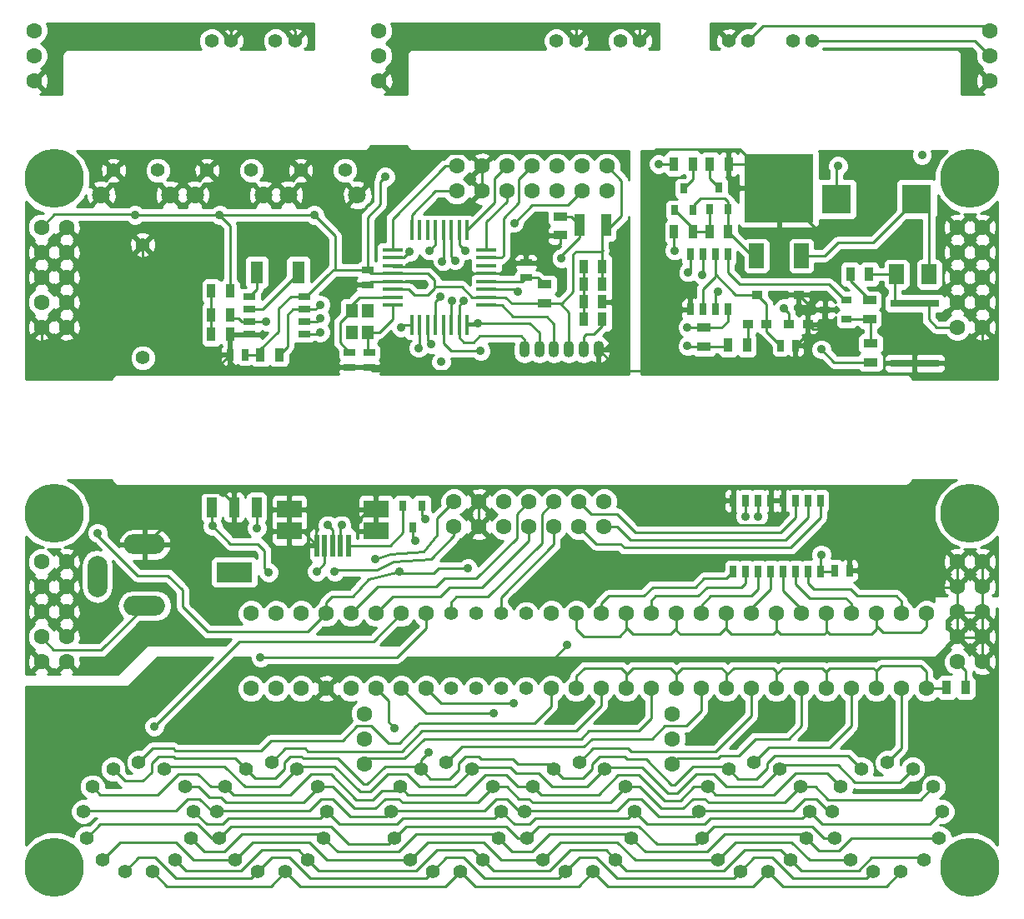
<source format=gtl>
G04 (created by PCBNEW (2013-07-07 BZR 4022)-stable) date 2014/09/08 2:10:31*
%MOIN*%
G04 Gerber Fmt 3.4, Leading zero omitted, Abs format*
%FSLAX34Y34*%
G01*
G70*
G90*
G04 APERTURE LIST*
%ADD10C,0.00590551*%
%ADD11C,0.0629921*%
%ADD12R,0.025X0.05*%
%ADD13R,0.0787X0.0177*%
%ADD14R,0.0177X0.0787*%
%ADD15R,0.0197X0.0906*%
%ADD16R,0.0984252X0.0708661*%
%ADD17O,0.0787402X0.165354*%
%ADD18O,0.165354X0.0787402*%
%ADD19R,0.11811X0.11811*%
%ADD20R,0.0394X0.0315*%
%ADD21R,0.05X0.025*%
%ADD22R,0.06X0.08*%
%ADD23R,0.035X0.055*%
%ADD24R,0.055X0.035*%
%ADD25R,0.025X0.045*%
%ADD26R,0.045X0.025*%
%ADD27R,0.144X0.08*%
%ADD28R,0.04X0.08*%
%ADD29R,0.0393701X0.0354331*%
%ADD30R,0.0433071X0.0354331*%
%ADD31R,0.19685X0.0314961*%
%ADD32R,0.0393701X0.0905512*%
%ADD33C,0.0551181*%
%ADD34R,0.0511811X0.0866142*%
%ADD35R,0.0472441X0.0551181*%
%ADD36O,0.0433071X0.0669291*%
%ADD37C,0.055*%
%ADD38C,0.23622*%
%ADD39C,0.0708661*%
%ADD40R,0.0315X0.0394*%
%ADD41R,0.0591X0.0984*%
%ADD42R,0.2756X0.2756*%
%ADD43C,0.035*%
%ADD44C,0.01*%
G04 APERTURE END LIST*
G54D10*
G54D11*
X590Y32858D03*
X590Y33858D03*
X590Y34858D03*
G54D12*
X32025Y16060D03*
X31525Y16060D03*
X31025Y16060D03*
X30525Y16060D03*
X30025Y16060D03*
X29525Y16060D03*
X29025Y16060D03*
X28525Y16060D03*
X28525Y13230D03*
X29025Y13230D03*
X29525Y13230D03*
X30025Y13230D03*
X30525Y13230D03*
X31025Y13230D03*
X31525Y13230D03*
X32025Y13230D03*
G54D11*
X28258Y11541D03*
X27258Y11541D03*
X26258Y11541D03*
X25258Y11541D03*
X24258Y11541D03*
X23258Y11541D03*
X22258Y11541D03*
X21258Y11541D03*
X21258Y8541D03*
X22258Y8541D03*
X23258Y8541D03*
X24258Y8541D03*
X25258Y8541D03*
X26258Y8541D03*
X27258Y8541D03*
X28258Y8541D03*
G54D13*
X14905Y23887D03*
X14905Y24202D03*
X14905Y24517D03*
X14905Y24832D03*
X14905Y25147D03*
X14905Y25462D03*
X14905Y25777D03*
X14905Y26092D03*
X18671Y26090D03*
X18671Y23880D03*
X18671Y24200D03*
X18671Y24520D03*
X18671Y24830D03*
X18671Y25150D03*
X18671Y25460D03*
X18671Y25780D03*
G54D14*
X15689Y26880D03*
X16003Y26880D03*
X16319Y26880D03*
X16633Y26880D03*
X16949Y26880D03*
X17263Y26880D03*
X17579Y26880D03*
X17893Y26880D03*
X15691Y23100D03*
X16001Y23100D03*
X16321Y23100D03*
X16631Y23100D03*
X16941Y23100D03*
X17261Y23100D03*
X17581Y23100D03*
X17901Y23100D03*
G54D15*
X13148Y14270D03*
X12833Y14270D03*
X12518Y14270D03*
X12203Y14270D03*
X11888Y14270D03*
G54D16*
X14250Y14840D03*
X14250Y15707D03*
X10785Y14840D03*
X10785Y15707D03*
G54D17*
X3110Y13031D03*
G54D18*
X5000Y14311D03*
X5000Y11850D03*
G54D19*
X32640Y28113D03*
X35868Y28113D03*
G54D12*
X26811Y23706D03*
X27311Y23706D03*
X27811Y23706D03*
X28311Y23706D03*
X28311Y25906D03*
X27811Y25906D03*
X27311Y25906D03*
X26811Y25906D03*
G54D20*
X32204Y23700D03*
X33070Y24075D03*
X33070Y23325D03*
G54D21*
X9175Y24214D03*
X9175Y23714D03*
X9175Y23214D03*
X9175Y22714D03*
X11375Y22714D03*
X11375Y23214D03*
X11375Y23714D03*
X11375Y24214D03*
G54D22*
X36358Y25118D03*
X35058Y25118D03*
G54D23*
X26163Y26814D03*
X26913Y26814D03*
G54D24*
X34018Y22346D03*
X34018Y21596D03*
X33976Y24075D03*
X33976Y23325D03*
G54D23*
X33957Y25118D03*
X33207Y25118D03*
G54D24*
X21624Y26672D03*
X21624Y27422D03*
X27362Y22223D03*
X27362Y22973D03*
G54D23*
X29075Y22283D03*
X28325Y22283D03*
X28330Y26814D03*
X27580Y26814D03*
X26170Y29527D03*
X26920Y29527D03*
X7666Y22716D03*
X8416Y22716D03*
X8416Y24448D03*
X7666Y24448D03*
X22548Y24015D03*
X23298Y24015D03*
X23298Y25433D03*
X22548Y25433D03*
X22548Y24724D03*
X23298Y24724D03*
X23298Y23307D03*
X22548Y23307D03*
X7666Y23503D03*
X8416Y23503D03*
X9634Y21889D03*
X10384Y21889D03*
X37815Y8582D03*
X37065Y8582D03*
G54D24*
X20994Y23955D03*
X20994Y24705D03*
G54D25*
X9010Y21889D03*
X8410Y21889D03*
X33174Y13267D03*
X32574Y13267D03*
G54D26*
X20246Y24975D03*
X20246Y25575D03*
X13198Y21992D03*
X13198Y21392D03*
X13986Y21992D03*
X13986Y21392D03*
X13907Y25300D03*
X13907Y24700D03*
G54D25*
X30418Y22263D03*
X31018Y22263D03*
G54D27*
X8582Y13188D03*
G54D28*
X8582Y15788D03*
X7682Y15788D03*
X9482Y15788D03*
G54D29*
X29113Y23110D03*
G54D30*
X29488Y24291D03*
G54D29*
X29863Y23110D03*
X30766Y23110D03*
G54D30*
X31141Y24291D03*
G54D29*
X31516Y23110D03*
G54D31*
X35787Y23956D03*
X35787Y21555D03*
G54D32*
X23454Y27086D03*
X22391Y27086D03*
G54D33*
X10078Y5590D03*
X10629Y1220D03*
X11535Y1692D03*
X12165Y2559D03*
X12283Y3622D03*
X11929Y4606D03*
X11102Y5314D03*
X9055Y5314D03*
X8228Y4606D03*
X7874Y3622D03*
X7992Y2559D03*
X8622Y1692D03*
X9527Y1220D03*
X4763Y5590D03*
X5314Y1220D03*
X6220Y1692D03*
X6850Y2559D03*
X6968Y3622D03*
X6614Y4606D03*
X5787Y5314D03*
X3740Y5314D03*
X2913Y4606D03*
X2559Y3622D03*
X2677Y2559D03*
X3307Y1692D03*
X4212Y1220D03*
X17065Y5588D03*
X17616Y1218D03*
X18522Y1691D03*
X19151Y2557D03*
X19270Y3620D03*
X18915Y4604D03*
X18088Y5313D03*
X16041Y5313D03*
X15214Y4604D03*
X14860Y3620D03*
X14978Y2557D03*
X15608Y1691D03*
X16514Y1218D03*
X22380Y5588D03*
X22931Y1218D03*
X23837Y1691D03*
X24466Y2557D03*
X24585Y3620D03*
X24230Y4604D03*
X23403Y5313D03*
X21356Y5313D03*
X20529Y4604D03*
X20175Y3620D03*
X20293Y2557D03*
X20923Y1691D03*
X21829Y1218D03*
X29368Y5588D03*
X29919Y1218D03*
X30825Y1691D03*
X31455Y2557D03*
X31573Y3620D03*
X31218Y4604D03*
X30392Y5313D03*
X28344Y5313D03*
X27518Y4604D03*
X27163Y3620D03*
X27281Y2557D03*
X27911Y1691D03*
X28817Y1218D03*
X34683Y5588D03*
X35234Y1218D03*
X36140Y1691D03*
X36770Y2557D03*
X36888Y3620D03*
X36533Y4604D03*
X35707Y5313D03*
X33659Y5313D03*
X32833Y4604D03*
X32478Y3620D03*
X32596Y2557D03*
X33226Y1691D03*
X34132Y1218D03*
X7677Y34448D03*
X8464Y34448D03*
X10236Y34448D03*
X11023Y34448D03*
X31692Y34448D03*
X30905Y34448D03*
X29133Y34448D03*
X28346Y34448D03*
X4931Y21771D03*
X4931Y26299D03*
G54D34*
X11141Y25196D03*
X9488Y25196D03*
G54D35*
X13907Y22795D03*
X13907Y23661D03*
X13277Y22795D03*
X13277Y23661D03*
G54D36*
X23139Y22106D03*
X22549Y22106D03*
X21958Y22106D03*
X21368Y22106D03*
X20777Y22106D03*
X20187Y22106D03*
G54D11*
X38779Y32858D03*
X38779Y33858D03*
X38779Y34858D03*
X13779Y5535D03*
X13779Y6535D03*
X13779Y7535D03*
X26102Y5535D03*
X26102Y6535D03*
X26102Y7535D03*
G54D37*
X18258Y11541D03*
X17258Y11541D03*
X17258Y8541D03*
X18258Y8541D03*
X20258Y11541D03*
X19258Y11541D03*
X19258Y8541D03*
X20258Y8541D03*
G54D11*
X37492Y27000D03*
X37492Y26000D03*
X37492Y25000D03*
X37492Y24000D03*
X37492Y23000D03*
X38492Y23000D03*
X38492Y24000D03*
X38492Y25000D03*
X38492Y26000D03*
X38492Y27000D03*
X877Y27000D03*
X877Y26000D03*
X877Y25000D03*
X877Y24000D03*
X877Y23000D03*
X1877Y23000D03*
X1877Y24000D03*
X1877Y25000D03*
X1877Y26000D03*
X1877Y27000D03*
X37492Y13614D03*
X37492Y12614D03*
X37492Y11614D03*
X37492Y10614D03*
X37492Y9614D03*
X38492Y9614D03*
X38492Y10614D03*
X38492Y11614D03*
X38492Y12614D03*
X38492Y13614D03*
X877Y13614D03*
X877Y12614D03*
X877Y11614D03*
X877Y10614D03*
X877Y9614D03*
X1877Y9614D03*
X1877Y10614D03*
X1877Y11614D03*
X1877Y12614D03*
X1877Y13614D03*
X16258Y11541D03*
X15258Y11541D03*
X14258Y11541D03*
X13258Y11541D03*
X12258Y11541D03*
X11258Y11541D03*
X10258Y11541D03*
X9258Y11541D03*
X9258Y8541D03*
X10258Y8541D03*
X11258Y8541D03*
X12258Y8541D03*
X13258Y8541D03*
X14258Y8541D03*
X15258Y8541D03*
X16258Y8541D03*
X36258Y11541D03*
X35258Y11541D03*
X34258Y11541D03*
X33258Y11541D03*
X32258Y11541D03*
X31258Y11541D03*
X30258Y11541D03*
X29258Y11541D03*
X29258Y8541D03*
X30258Y8541D03*
X31258Y8541D03*
X32258Y8541D03*
X33258Y8541D03*
X34258Y8541D03*
X35258Y8541D03*
X36258Y8541D03*
G54D38*
X37992Y1377D03*
X37992Y28937D03*
X1377Y28937D03*
X1377Y1377D03*
X1377Y15551D03*
X37992Y15551D03*
G54D33*
X5531Y29271D03*
X3759Y29271D03*
G54D39*
X3267Y28287D03*
X6023Y28287D03*
G54D33*
X9271Y29271D03*
X7500Y29271D03*
G54D39*
X7007Y28287D03*
X9763Y28287D03*
G54D33*
X13011Y29271D03*
X11240Y29271D03*
G54D39*
X10748Y28287D03*
X13503Y28287D03*
G54D40*
X26555Y28543D03*
X26930Y27677D03*
X26180Y27677D03*
X27955Y28585D03*
X28330Y27719D03*
X27580Y27719D03*
X15708Y15000D03*
X15333Y15866D03*
X16083Y15866D03*
G54D41*
X29461Y25849D03*
X31253Y25849D03*
G54D42*
X30357Y28565D03*
G54D23*
X27597Y29517D03*
X28347Y29517D03*
G54D11*
X17482Y28437D03*
X18482Y28437D03*
X19482Y28437D03*
X20482Y28437D03*
X21482Y28437D03*
X22482Y28437D03*
X23482Y28437D03*
X23482Y29437D03*
X22482Y29437D03*
X21482Y29437D03*
X20482Y29437D03*
X19482Y29437D03*
X18482Y29437D03*
X17482Y29437D03*
X17364Y15011D03*
X18364Y15011D03*
X19364Y15011D03*
X20364Y15011D03*
X21364Y15011D03*
X22364Y15011D03*
X23364Y15011D03*
X23364Y16011D03*
X22364Y16011D03*
X21364Y16011D03*
X20364Y16011D03*
X19364Y16011D03*
X18364Y16011D03*
X17364Y16011D03*
G54D33*
X21456Y34448D03*
X22244Y34448D03*
X24015Y34448D03*
X24803Y34448D03*
G54D11*
X14370Y32858D03*
X14370Y33858D03*
X14370Y34858D03*
G54D43*
X16860Y21614D03*
X36072Y29881D03*
X32047Y13897D03*
X29527Y15433D03*
X17923Y13346D03*
X3120Y14763D03*
X15177Y13208D03*
X18316Y23149D03*
X17765Y24055D03*
X19773Y27165D03*
X16820Y24212D03*
X18435Y22047D03*
X17293Y24055D03*
X17805Y26062D03*
X16387Y26062D03*
X21663Y25748D03*
X19931Y24409D03*
X16466Y22322D03*
X15954Y22165D03*
X15246Y22992D03*
X15600Y26023D03*
X12017Y23897D03*
X12017Y23346D03*
X16899Y25629D03*
X12017Y22795D03*
X17411Y25669D03*
X29015Y15433D03*
X5383Y7027D03*
X9635Y9783D03*
X18946Y7559D03*
X19753Y7952D03*
X14990Y6968D03*
X16368Y6003D03*
X21889Y10275D03*
X21929Y7519D03*
X27874Y7401D03*
X34370Y7204D03*
X32204Y7204D03*
X24055Y7519D03*
X29488Y7007D03*
X25905Y15590D03*
X25157Y13425D03*
X21614Y13346D03*
X14842Y10472D03*
X13582Y10866D03*
X30393Y15393D03*
X33188Y13897D03*
X13543Y15275D03*
X8110Y16377D03*
X11023Y13937D03*
X9488Y14960D03*
X30561Y23759D03*
X32057Y22106D03*
X15826Y14448D03*
X9960Y13188D03*
X16220Y15314D03*
X7716Y15039D03*
X27293Y25078D03*
X26702Y22244D03*
X26181Y26062D03*
X27913Y24409D03*
X11889Y13228D03*
X12322Y15078D03*
X12874Y15078D03*
X9852Y23228D03*
X11781Y27480D03*
X8001Y27480D03*
X4616Y27480D03*
X14616Y29015D03*
X26702Y22992D03*
X26732Y25196D03*
X25551Y29527D03*
X32716Y29448D03*
X12598Y13228D03*
X14222Y13720D03*
X11820Y26377D03*
X9734Y27007D03*
X20994Y25669D03*
X16151Y24724D03*
X26732Y24488D03*
X31929Y26850D03*
X35314Y22834D03*
X32086Y22913D03*
G54D44*
X32025Y13230D02*
X32025Y13875D01*
X32025Y13875D02*
X32047Y13897D01*
X29525Y16060D02*
X29525Y15435D01*
X29525Y15435D02*
X29527Y15433D01*
X32025Y13230D02*
X32537Y13230D01*
X32537Y13230D02*
X32574Y13267D01*
X15177Y13208D02*
X15236Y13149D01*
X16742Y13346D02*
X17923Y13346D01*
X16545Y13149D02*
X16742Y13346D01*
X15236Y13149D02*
X16545Y13149D01*
X12258Y11541D02*
X11523Y10807D01*
X11523Y10807D02*
X7529Y10807D01*
X7529Y10807D02*
X6525Y11811D01*
X6525Y11811D02*
X6525Y12480D01*
X6525Y12480D02*
X5935Y13070D01*
X5935Y13070D02*
X4714Y13070D01*
X4714Y13070D02*
X3120Y14665D01*
X3120Y14665D02*
X3120Y14763D01*
X12258Y11541D02*
X12258Y11992D01*
X12258Y11992D02*
X12490Y12224D01*
X12490Y12224D02*
X13316Y12224D01*
X13316Y12224D02*
X13946Y12933D01*
X13946Y12933D02*
X15177Y13208D01*
X5039Y11850D02*
X3267Y10078D01*
X1370Y10078D02*
X876Y10573D01*
X3267Y10078D02*
X1370Y10078D01*
X15689Y26880D02*
X15689Y27490D01*
X16635Y28437D02*
X17482Y28437D01*
X15689Y27490D02*
X16635Y28437D01*
X17482Y29437D02*
X17005Y29437D01*
X14905Y27336D02*
X14905Y26092D01*
X17005Y29437D02*
X14905Y27336D01*
X18267Y23100D02*
X17901Y23100D01*
X18316Y23149D02*
X18267Y23100D01*
X20777Y22106D02*
X20777Y22775D01*
X17851Y23149D02*
X17901Y23100D01*
X20403Y23149D02*
X17851Y23149D01*
X20777Y22775D02*
X20403Y23149D01*
X17581Y23870D02*
X17581Y23100D01*
X17765Y24055D02*
X17581Y23870D01*
X17581Y23100D02*
X17581Y22586D01*
X20187Y22500D02*
X20187Y22106D01*
X20049Y22637D02*
X20187Y22500D01*
X18395Y22637D02*
X20049Y22637D01*
X18159Y22401D02*
X18395Y22637D01*
X17765Y22401D02*
X18159Y22401D01*
X17581Y22586D02*
X17765Y22401D01*
X22482Y28437D02*
X21919Y27874D01*
X21919Y27874D02*
X20482Y27874D01*
X20482Y27874D02*
X19773Y27165D01*
X16820Y24212D02*
X16631Y24022D01*
X16631Y24022D02*
X16631Y23100D01*
X16631Y24022D02*
X16631Y23100D01*
X16941Y23100D02*
X16941Y22360D01*
X17253Y22047D02*
X18435Y22047D01*
X16941Y22360D02*
X17253Y22047D01*
X17293Y24055D02*
X17261Y24022D01*
X17261Y24022D02*
X17261Y23100D01*
X20482Y29437D02*
X19970Y28925D01*
X19254Y25780D02*
X18671Y25780D01*
X19340Y25866D02*
X19254Y25780D01*
X19340Y27362D02*
X19340Y25866D01*
X19970Y27992D02*
X19340Y27362D01*
X19970Y28925D02*
X19970Y27992D01*
X19482Y28437D02*
X19482Y28015D01*
X18671Y27204D02*
X18671Y26090D01*
X19482Y28015D02*
X18671Y27204D01*
X19482Y29437D02*
X18986Y28940D01*
X18986Y27973D02*
X17893Y26880D01*
X18986Y28940D02*
X18986Y27973D01*
X17579Y26288D02*
X17579Y26880D01*
X17805Y26062D02*
X17579Y26288D01*
X32025Y16060D02*
X32025Y15372D01*
X23045Y14330D02*
X22364Y15011D01*
X24015Y14330D02*
X23045Y14330D01*
X24173Y14173D02*
X24015Y14330D01*
X30826Y14173D02*
X24173Y14173D01*
X32025Y15372D02*
X30826Y14173D01*
X31525Y16060D02*
X31525Y15383D01*
X23885Y15011D02*
X23364Y15011D01*
X24409Y14488D02*
X23885Y15011D01*
X30629Y14488D02*
X24409Y14488D01*
X31525Y15383D02*
X30629Y14488D01*
X31025Y16060D02*
X31025Y15395D01*
X22864Y15511D02*
X22364Y16011D01*
X23897Y15511D02*
X22864Y15511D01*
X24606Y14803D02*
X23897Y15511D01*
X30433Y14803D02*
X24606Y14803D01*
X31025Y15395D02*
X30433Y14803D01*
X21368Y14311D02*
X21368Y15011D01*
X19258Y11541D02*
X19258Y12201D01*
X19258Y12201D02*
X21368Y14311D01*
X17258Y11541D02*
X17258Y11992D01*
X17258Y11992D02*
X17470Y12204D01*
X20875Y15519D02*
X21368Y16011D01*
X20875Y14370D02*
X20875Y15519D01*
X18710Y12204D02*
X20875Y14370D01*
X17470Y12204D02*
X18710Y12204D01*
X20368Y16011D02*
X19872Y15515D01*
X19872Y15515D02*
X19872Y14566D01*
X14334Y12618D02*
X13258Y11541D01*
X16643Y12618D02*
X14334Y12618D01*
X16978Y12952D02*
X16643Y12618D01*
X18257Y12952D02*
X16978Y12952D01*
X19872Y14566D02*
X18257Y12952D01*
X14258Y11541D02*
X14924Y12208D01*
X20368Y14452D02*
X20368Y15011D01*
X18494Y12578D02*
X20368Y14452D01*
X17194Y12578D02*
X18494Y12578D01*
X16824Y12208D02*
X17194Y12578D01*
X14924Y12208D02*
X16824Y12208D01*
X16633Y26308D02*
X16633Y26880D01*
X16387Y26062D02*
X16633Y26308D01*
X23298Y23307D02*
X23298Y23052D01*
X22549Y22618D02*
X22549Y22106D01*
X22647Y22716D02*
X22549Y22618D01*
X22726Y22716D02*
X22647Y22716D01*
X22962Y22716D02*
X22726Y22716D01*
X23298Y23052D02*
X22962Y22716D01*
X18671Y23880D02*
X19279Y23880D01*
X21368Y23129D02*
X21368Y22106D01*
X21072Y23425D02*
X21368Y23129D01*
X19734Y23425D02*
X21072Y23425D01*
X19279Y23880D02*
X19734Y23425D01*
X22391Y27086D02*
X22391Y26594D01*
X21663Y25866D02*
X21663Y25748D01*
X22391Y26594D02*
X21663Y25866D01*
X18671Y24520D02*
X19820Y24520D01*
X19820Y24520D02*
X19931Y24409D01*
X21624Y27422D02*
X22056Y27422D01*
X22056Y27422D02*
X22391Y27086D01*
X16321Y22468D02*
X16321Y23100D01*
X16466Y22322D02*
X16321Y22468D01*
X16001Y23100D02*
X16001Y22211D01*
X16001Y22211D02*
X15954Y22165D01*
X15354Y23100D02*
X15691Y23100D01*
X15246Y22992D02*
X15354Y23100D01*
X15600Y26023D02*
X15354Y25777D01*
X14905Y25777D02*
X15354Y25777D01*
X11375Y23714D02*
X11834Y23714D01*
X11834Y23714D02*
X12017Y23897D01*
X11375Y23714D02*
X10929Y23714D01*
X10718Y22223D02*
X10384Y21889D01*
X10718Y23503D02*
X10718Y22223D01*
X10929Y23714D02*
X10718Y23503D01*
X11375Y23214D02*
X11885Y23214D01*
X11885Y23214D02*
X12017Y23346D01*
X16949Y26880D02*
X16949Y25679D01*
X16949Y25679D02*
X16899Y25629D01*
X11375Y22714D02*
X11937Y22714D01*
X11937Y22714D02*
X12017Y22795D01*
X17263Y25817D02*
X17263Y26880D01*
X17411Y25669D02*
X17263Y25817D01*
X31525Y13230D02*
X31525Y12765D01*
X35258Y12025D02*
X35258Y11541D01*
X35039Y12244D02*
X35258Y12025D01*
X33503Y12244D02*
X35039Y12244D01*
X33228Y12519D02*
X33503Y12244D01*
X31771Y12519D02*
X33228Y12519D01*
X31525Y12765D02*
X31771Y12519D01*
X31025Y13230D02*
X31025Y12714D01*
X33258Y11938D02*
X33258Y11541D01*
X33031Y12165D02*
X33258Y11938D01*
X31574Y12165D02*
X33031Y12165D01*
X31025Y12714D02*
X31574Y12165D01*
X30525Y13230D02*
X30525Y12466D01*
X31258Y11733D02*
X31258Y11541D01*
X30525Y12466D02*
X31258Y11733D01*
X30025Y13230D02*
X30025Y12505D01*
X29258Y11738D02*
X29258Y11541D01*
X30025Y12505D02*
X29258Y11738D01*
X29525Y13230D02*
X29525Y12517D01*
X27258Y11864D02*
X27258Y11541D01*
X27637Y12244D02*
X27258Y11864D01*
X29251Y12244D02*
X27637Y12244D01*
X29525Y12517D02*
X29251Y12244D01*
X29025Y13230D02*
X29025Y12765D01*
X25258Y12069D02*
X25258Y11541D01*
X25433Y12244D02*
X25258Y12069D01*
X27125Y12244D02*
X25433Y12244D01*
X27480Y12598D02*
X27125Y12244D01*
X28858Y12598D02*
X27480Y12598D01*
X29025Y12765D02*
X28858Y12598D01*
X28525Y13230D02*
X28247Y12952D01*
X23258Y11959D02*
X23258Y11541D01*
X23543Y12244D02*
X23258Y11959D01*
X24960Y12244D02*
X23543Y12244D01*
X25314Y12598D02*
X24960Y12244D01*
X27007Y12598D02*
X25314Y12598D01*
X27362Y12952D02*
X27007Y12598D01*
X28247Y12952D02*
X27362Y12952D01*
X29025Y16060D02*
X29025Y15442D01*
X29025Y15442D02*
X29015Y15433D01*
X15258Y11541D02*
X14149Y10433D01*
X8789Y10433D02*
X5383Y7027D01*
X14149Y10433D02*
X8789Y10433D01*
X5902Y629D02*
X5313Y1218D01*
X10039Y629D02*
X5902Y629D01*
X10628Y1218D02*
X10039Y629D01*
X11217Y629D02*
X10628Y1218D01*
X17027Y629D02*
X11217Y629D01*
X17616Y1218D02*
X17027Y629D01*
X22931Y1218D02*
X22342Y629D01*
X18205Y629D02*
X17616Y1218D01*
X22342Y629D02*
X18205Y629D01*
X29919Y1218D02*
X29330Y629D01*
X29330Y629D02*
X23520Y629D01*
X23520Y629D02*
X22931Y1218D01*
X35234Y1218D02*
X34645Y629D01*
X34645Y629D02*
X30508Y629D01*
X30508Y629D02*
X29919Y1218D01*
X16258Y10953D02*
X16258Y11541D01*
X15088Y9783D02*
X16258Y10953D01*
X9635Y9783D02*
X15088Y9783D01*
X11533Y1691D02*
X11138Y2086D01*
X6650Y1259D02*
X6218Y1691D01*
X8858Y1259D02*
X6650Y1259D01*
X9685Y2086D02*
X8858Y1259D01*
X11138Y2086D02*
X9685Y2086D01*
X18522Y1691D02*
X18126Y2086D01*
X11965Y1259D02*
X11533Y1691D01*
X13149Y1259D02*
X11965Y1259D01*
X15866Y1259D02*
X13149Y1259D01*
X16692Y2086D02*
X15866Y1259D01*
X18126Y2086D02*
X16692Y2086D01*
X19488Y1259D02*
X18953Y1259D01*
X23441Y2086D02*
X22007Y2086D01*
X22007Y2086D02*
X21181Y1259D01*
X21181Y1259D02*
X19488Y1259D01*
X23837Y1691D02*
X23441Y2086D01*
X18953Y1259D02*
X18522Y1691D01*
X29566Y2086D02*
X28976Y2086D01*
X30429Y2086D02*
X29566Y2086D01*
X30825Y1691D02*
X30429Y2086D01*
X24268Y1259D02*
X23837Y1691D01*
X28149Y1259D02*
X24268Y1259D01*
X28976Y2086D02*
X28149Y1259D01*
X36140Y1691D02*
X36059Y1771D01*
X36059Y1771D02*
X34055Y1771D01*
X34055Y1771D02*
X33543Y1259D01*
X33543Y1259D02*
X31256Y1259D01*
X31256Y1259D02*
X30825Y1691D01*
X15258Y8541D02*
X16240Y7559D01*
X16240Y7559D02*
X18946Y7559D01*
X19151Y2557D02*
X18992Y2716D01*
X18992Y2716D02*
X15866Y2716D01*
X24466Y2557D02*
X24307Y2716D01*
X19701Y2007D02*
X19151Y2557D01*
X20472Y2007D02*
X19701Y2007D01*
X21181Y2716D02*
X20472Y2007D01*
X24307Y2716D02*
X21181Y2716D01*
X30511Y2716D02*
X28543Y2716D01*
X31296Y2716D02*
X30511Y2716D01*
X31455Y2557D02*
X31296Y2716D01*
X25016Y2007D02*
X24466Y2557D01*
X27480Y2007D02*
X25016Y2007D01*
X28188Y2716D02*
X27480Y2007D01*
X28543Y2716D02*
X28188Y2716D01*
X7398Y2007D02*
X6848Y2557D01*
X12163Y2557D02*
X12004Y2716D01*
X12713Y2007D02*
X12163Y2557D01*
X15157Y2007D02*
X12713Y2007D01*
X15866Y2716D02*
X15157Y2007D01*
X12004Y2716D02*
X8897Y2716D01*
X8188Y2007D02*
X7398Y2007D01*
X8897Y2716D02*
X8188Y2007D01*
X36770Y2557D02*
X33266Y2557D01*
X33266Y2557D02*
X32755Y2047D01*
X32755Y2047D02*
X31965Y2047D01*
X31965Y2047D02*
X31455Y2557D01*
X16258Y8541D02*
X16847Y7952D01*
X16847Y7952D02*
X19753Y7952D01*
X11927Y4604D02*
X11927Y4565D01*
X11927Y4565D02*
X11338Y3976D01*
X18915Y4604D02*
X18915Y4585D01*
X12521Y4604D02*
X11927Y4604D01*
X13385Y3740D02*
X12521Y4604D01*
X14212Y3740D02*
X13385Y3740D01*
X14606Y4133D02*
X14212Y3740D01*
X15157Y4133D02*
X14606Y4133D01*
X15314Y3976D02*
X15157Y4133D01*
X18307Y3976D02*
X15314Y3976D01*
X18915Y4585D02*
X18307Y3976D01*
X24230Y4604D02*
X24230Y4585D01*
X19489Y4604D02*
X18915Y4604D01*
X19960Y4133D02*
X19489Y4604D01*
X20354Y4133D02*
X19960Y4133D01*
X20511Y3976D02*
X20354Y4133D01*
X23622Y3976D02*
X20511Y3976D01*
X24230Y4585D02*
X23622Y3976D01*
X31218Y4604D02*
X30590Y3976D01*
X24804Y4604D02*
X24230Y4604D01*
X25669Y3740D02*
X24804Y4604D01*
X26535Y3740D02*
X25669Y3740D01*
X26929Y4133D02*
X26535Y3740D01*
X27401Y4133D02*
X26929Y4133D01*
X27559Y3976D02*
X27401Y4133D01*
X30590Y3976D02*
X27559Y3976D01*
X11338Y3976D02*
X8267Y3976D01*
X7166Y4604D02*
X6612Y4604D01*
X7598Y4173D02*
X7166Y4604D01*
X8070Y4173D02*
X7598Y4173D01*
X8267Y3976D02*
X8070Y4173D01*
X36533Y4604D02*
X36023Y4094D01*
X36023Y4094D02*
X32322Y4094D01*
X32322Y4094D02*
X31812Y4604D01*
X31812Y4604D02*
X31218Y4604D01*
X11100Y5313D02*
X10393Y4606D01*
X16377Y4606D02*
X15984Y4606D01*
X18088Y5293D02*
X17401Y4606D01*
X17401Y4606D02*
X16377Y4606D01*
X18088Y5313D02*
X18088Y5293D01*
X11220Y5433D02*
X11100Y5313D01*
X12598Y5433D02*
X11220Y5433D01*
X13622Y4409D02*
X12598Y5433D01*
X14015Y4409D02*
X13622Y4409D01*
X14724Y5118D02*
X14015Y4409D01*
X15472Y5118D02*
X14724Y5118D01*
X15984Y4606D02*
X15472Y5118D01*
X23403Y5313D02*
X22696Y4606D01*
X18169Y5393D02*
X18088Y5313D01*
X19606Y5393D02*
X18169Y5393D01*
X19842Y5157D02*
X19606Y5393D01*
X20748Y5157D02*
X19842Y5157D01*
X21299Y4606D02*
X20748Y5157D01*
X22696Y4606D02*
X21299Y4606D01*
X30392Y5313D02*
X29685Y4606D01*
X23484Y5393D02*
X23403Y5313D01*
X24881Y5393D02*
X23484Y5393D01*
X25905Y4370D02*
X24881Y5393D01*
X26299Y4370D02*
X25905Y4370D01*
X27047Y5118D02*
X26299Y4370D01*
X27755Y5118D02*
X27047Y5118D01*
X28267Y4606D02*
X27755Y5118D01*
X29685Y4606D02*
X28267Y4606D01*
X5905Y5433D02*
X5785Y5313D01*
X8188Y5433D02*
X5905Y5433D01*
X9015Y4606D02*
X8188Y5433D01*
X10393Y4606D02*
X9015Y4606D01*
X35707Y5313D02*
X35196Y4803D01*
X35196Y4803D02*
X33385Y4803D01*
X33385Y4803D02*
X32716Y5472D01*
X32716Y5472D02*
X30551Y5472D01*
X30551Y5472D02*
X30392Y5313D01*
X16041Y5313D02*
X16041Y5677D01*
X14753Y8046D02*
X14258Y8541D01*
X14753Y7204D02*
X14753Y8046D01*
X14990Y6968D02*
X14753Y7204D01*
X16041Y5677D02*
X16368Y6003D01*
X9053Y5313D02*
X8618Y5748D01*
X4209Y4842D02*
X3738Y5313D01*
X4921Y4842D02*
X4209Y4842D01*
X5275Y5196D02*
X4921Y4842D01*
X5275Y5551D02*
X5275Y5196D01*
X5551Y5826D02*
X5275Y5551D01*
X6141Y5826D02*
X5551Y5826D01*
X6220Y5748D02*
X6141Y5826D01*
X8618Y5748D02*
X6220Y5748D01*
X16041Y5313D02*
X15922Y5433D01*
X9406Y4960D02*
X9053Y5313D01*
X15922Y5433D02*
X14606Y5433D01*
X21356Y5313D02*
X21158Y5511D01*
X16433Y4921D02*
X16041Y5313D01*
X17204Y4921D02*
X16433Y4921D01*
X17559Y5275D02*
X17204Y4921D01*
X17559Y5551D02*
X17559Y5275D01*
X17834Y5826D02*
X17559Y5551D01*
X18346Y5826D02*
X17834Y5826D01*
X18464Y5708D02*
X18346Y5826D01*
X19724Y5708D02*
X18464Y5708D01*
X19921Y5511D02*
X19724Y5708D01*
X21158Y5511D02*
X19921Y5511D01*
X28344Y5313D02*
X28225Y5433D01*
X21709Y4960D02*
X21356Y5313D01*
X22519Y4960D02*
X21709Y4960D01*
X22874Y5314D02*
X22519Y4960D01*
X22874Y5511D02*
X22874Y5314D01*
X23188Y5826D02*
X22874Y5511D01*
X24173Y5826D02*
X23188Y5826D01*
X24291Y5708D02*
X24173Y5826D01*
X25039Y5708D02*
X24291Y5708D01*
X26062Y4685D02*
X25039Y5708D01*
X26181Y4685D02*
X26062Y4685D01*
X26929Y5433D02*
X26181Y4685D01*
X28225Y5433D02*
X26929Y5433D01*
X10236Y4960D02*
X9406Y4960D01*
X10590Y5314D02*
X10236Y4960D01*
X10590Y5590D02*
X10590Y5314D01*
X10826Y5826D02*
X10590Y5590D01*
X11259Y5826D02*
X10826Y5826D01*
X11338Y5748D02*
X11259Y5826D01*
X12716Y5748D02*
X11338Y5748D01*
X13740Y4724D02*
X12716Y5748D01*
X13897Y4724D02*
X13740Y4724D01*
X14606Y5433D02*
X13897Y4724D01*
X33659Y5313D02*
X33107Y5866D01*
X33107Y5866D02*
X30196Y5866D01*
X30196Y5866D02*
X29881Y5551D01*
X29881Y5551D02*
X29881Y5354D01*
X29881Y5354D02*
X29448Y4921D01*
X29448Y4921D02*
X28737Y4921D01*
X28737Y4921D02*
X28344Y5313D01*
X15214Y4604D02*
X15059Y4448D01*
X15059Y4448D02*
X14488Y4448D01*
X20529Y4604D02*
X19922Y4604D01*
X15528Y4291D02*
X15214Y4604D01*
X17834Y4291D02*
X15528Y4291D01*
X18622Y5078D02*
X17834Y4291D01*
X19448Y5078D02*
X18622Y5078D01*
X19922Y4604D02*
X19448Y5078D01*
X27518Y4604D02*
X26966Y4604D01*
X20843Y4291D02*
X20529Y4604D01*
X23149Y4291D02*
X20843Y4291D01*
X23937Y5078D02*
X23149Y4291D01*
X24763Y5078D02*
X23937Y5078D01*
X25787Y4055D02*
X24763Y5078D01*
X26417Y4055D02*
X25787Y4055D01*
X26966Y4604D02*
X26417Y4055D01*
X32833Y4604D02*
X32280Y5157D01*
X27831Y4291D02*
X27518Y4604D01*
X30157Y4291D02*
X27831Y4291D01*
X31023Y5157D02*
X30157Y4291D01*
X32280Y5157D02*
X31023Y5157D01*
X14488Y4448D02*
X14133Y4094D01*
X3225Y4291D02*
X2911Y4604D01*
X5511Y4291D02*
X3225Y4291D01*
X6338Y5118D02*
X5511Y4291D01*
X7125Y5118D02*
X6338Y5118D01*
X7639Y4604D02*
X7125Y5118D01*
X8226Y4604D02*
X7639Y4604D01*
X8540Y4291D02*
X8226Y4604D01*
X10826Y4291D02*
X8540Y4291D01*
X11653Y5118D02*
X10826Y4291D01*
X12440Y5118D02*
X11653Y5118D01*
X13464Y4094D02*
X12440Y5118D01*
X13503Y4094D02*
X13464Y4094D01*
X13897Y4094D02*
X13503Y4094D01*
X14133Y4094D02*
X13897Y4094D01*
X7990Y2557D02*
X7678Y2557D01*
X3228Y3110D02*
X2675Y2557D01*
X7125Y3110D02*
X3228Y3110D01*
X7678Y2557D02*
X7125Y3110D01*
X14978Y2557D02*
X14744Y2322D01*
X8464Y3031D02*
X7990Y2557D01*
X14744Y2322D02*
X13149Y2322D01*
X15452Y3031D02*
X14978Y2557D01*
X19448Y3031D02*
X15452Y3031D01*
X19922Y2557D02*
X19448Y3031D01*
X20293Y2557D02*
X19922Y2557D01*
X27281Y2557D02*
X27047Y2322D01*
X20767Y3031D02*
X20293Y2557D01*
X24763Y3031D02*
X20767Y3031D01*
X25472Y2322D02*
X24763Y3031D01*
X27047Y2322D02*
X25472Y2322D01*
X12440Y3031D02*
X8464Y3031D01*
X13149Y2322D02*
X12440Y3031D01*
X27281Y2557D02*
X27755Y3031D01*
X27755Y3031D02*
X31692Y3031D01*
X31692Y3031D02*
X32166Y2557D01*
X32166Y2557D02*
X32596Y2557D01*
X15608Y1691D02*
X12285Y1691D01*
X12285Y1691D02*
X11574Y2401D01*
X8620Y1691D02*
X6970Y1691D01*
X4015Y2401D02*
X3305Y1691D01*
X6259Y2401D02*
X4015Y2401D01*
X6970Y1691D02*
X6259Y2401D01*
X9330Y2401D02*
X8620Y1691D01*
X11574Y2401D02*
X9330Y2401D01*
X18543Y2401D02*
X16318Y2401D01*
X19253Y1691D02*
X18543Y2401D01*
X20923Y1691D02*
X19253Y1691D01*
X16318Y2401D02*
X15608Y1691D01*
X27911Y1691D02*
X24607Y1691D01*
X21633Y2401D02*
X20923Y1691D01*
X23897Y2401D02*
X21633Y2401D01*
X24607Y1691D02*
X23897Y2401D01*
X30866Y2401D02*
X28622Y2401D01*
X28622Y2401D02*
X27911Y1691D01*
X33226Y1691D02*
X31576Y1691D01*
X31576Y1691D02*
X30866Y2401D01*
X11614Y944D02*
X16240Y944D01*
X10787Y1771D02*
X11614Y944D01*
X21829Y1218D02*
X22381Y1771D01*
X28543Y944D02*
X28817Y1218D01*
X23897Y944D02*
X28543Y944D01*
X23070Y1771D02*
X23897Y944D01*
X22381Y1771D02*
X23070Y1771D01*
X16514Y1218D02*
X17066Y1771D01*
X21555Y944D02*
X21829Y1218D01*
X18582Y944D02*
X21555Y944D01*
X17755Y1771D02*
X18582Y944D01*
X17066Y1771D02*
X17755Y1771D01*
X9525Y1218D02*
X10078Y1771D01*
X16240Y944D02*
X16514Y1218D01*
X10078Y1771D02*
X10787Y1771D01*
X4211Y1218D02*
X4763Y1771D01*
X9251Y944D02*
X9525Y1218D01*
X6259Y944D02*
X9251Y944D01*
X5433Y1771D02*
X6259Y944D01*
X4763Y1771D02*
X5433Y1771D01*
X28817Y1218D02*
X29370Y1771D01*
X29370Y1771D02*
X30078Y1771D01*
X30078Y1771D02*
X30905Y944D01*
X30905Y944D02*
X33858Y944D01*
X33858Y944D02*
X34132Y1218D01*
X35258Y8541D02*
X35258Y6163D01*
X35258Y6163D02*
X34683Y5588D01*
X33258Y8541D02*
X33258Y7037D01*
X29960Y6181D02*
X29368Y5588D01*
X32401Y6181D02*
X29960Y6181D01*
X33258Y7037D02*
X32401Y6181D01*
X29258Y8541D02*
X29258Y7447D01*
X22933Y6141D02*
X22380Y5588D01*
X24330Y6141D02*
X22933Y6141D01*
X24448Y6023D02*
X24330Y6141D01*
X27834Y6023D02*
X24448Y6023D01*
X29258Y7447D02*
X27834Y6023D01*
X27258Y8541D02*
X27258Y7651D01*
X17696Y6220D02*
X17065Y5588D01*
X22559Y6220D02*
X17696Y6220D01*
X22874Y6535D02*
X22559Y6220D01*
X25275Y6535D02*
X22874Y6535D01*
X25787Y7047D02*
X25275Y6535D01*
X26653Y7047D02*
X25787Y7047D01*
X27258Y7651D02*
X26653Y7047D01*
X23258Y8541D02*
X23258Y7864D01*
X10629Y6141D02*
X10078Y5590D01*
X11417Y6141D02*
X10629Y6141D01*
X11535Y6023D02*
X11417Y6141D01*
X15275Y6023D02*
X11535Y6023D01*
X16102Y6850D02*
X15275Y6023D01*
X22244Y6850D02*
X16102Y6850D01*
X23258Y7864D02*
X22244Y6850D01*
X14025Y7047D02*
X14064Y7047D01*
X15177Y6358D02*
X15866Y7047D01*
X14753Y6358D02*
X15177Y6358D01*
X14064Y7047D02*
X14753Y6358D01*
X21258Y8541D02*
X21258Y7833D01*
X5314Y6141D02*
X4763Y5590D01*
X6141Y6141D02*
X5314Y6141D01*
X6220Y6062D02*
X6141Y6141D01*
X9645Y6062D02*
X6220Y6062D01*
X10039Y6456D02*
X9645Y6062D01*
X12913Y6456D02*
X10039Y6456D01*
X13503Y7047D02*
X12913Y6456D01*
X14025Y7047D02*
X13503Y7047D01*
X15984Y7165D02*
X15866Y7047D01*
X20590Y7165D02*
X15984Y7165D01*
X21258Y7833D02*
X20590Y7165D01*
X8661Y35039D02*
X8464Y34842D01*
X10826Y35039D02*
X8661Y35039D01*
X1771Y35039D02*
X1181Y34448D01*
X1181Y33464D02*
X590Y32874D01*
X8267Y35039D02*
X1771Y35039D01*
X8464Y34842D02*
X8267Y35039D01*
X1181Y34448D02*
X1181Y33464D01*
X590Y32874D02*
X590Y32858D01*
X590Y32874D02*
X590Y32858D01*
X8464Y34448D02*
X8464Y34842D01*
X11023Y34448D02*
X11023Y34842D01*
X11023Y34842D02*
X10826Y35039D01*
X22244Y34448D02*
X22244Y34881D01*
X22244Y34881D02*
X22401Y35039D01*
X24803Y34881D02*
X24803Y34448D01*
X24645Y35039D02*
X24803Y34881D01*
X22401Y35039D02*
X24645Y35039D01*
X14370Y32858D02*
X15015Y33503D01*
X22086Y35039D02*
X22244Y34881D01*
X15590Y35039D02*
X22086Y35039D01*
X15015Y34464D02*
X15590Y35039D01*
X15015Y33503D02*
X15015Y34464D01*
X38779Y33858D02*
X38188Y34448D01*
X38188Y34448D02*
X31692Y34448D01*
X38779Y34858D02*
X38598Y35039D01*
X29724Y35039D02*
X29133Y34448D01*
X38598Y35039D02*
X29724Y35039D01*
X31258Y8541D02*
X31258Y7045D01*
X26314Y5748D02*
X26102Y5535D01*
X27913Y5748D02*
X26314Y5748D01*
X28031Y5866D02*
X27913Y5748D01*
X28740Y5866D02*
X28031Y5866D01*
X29409Y6535D02*
X28740Y5866D01*
X30748Y6535D02*
X29409Y6535D01*
X31258Y7045D02*
X30748Y6535D01*
X25258Y8541D02*
X25258Y7344D01*
X13992Y5748D02*
X13779Y5535D01*
X15393Y5748D02*
X13992Y5748D01*
X16181Y6535D02*
X15393Y5748D01*
X22440Y6535D02*
X16181Y6535D01*
X22755Y6850D02*
X22440Y6535D01*
X24763Y6850D02*
X22755Y6850D01*
X25258Y7344D02*
X24763Y6850D01*
X12281Y3620D02*
X12007Y3346D01*
X7477Y3110D02*
X6966Y3620D01*
X8110Y3110D02*
X7477Y3110D01*
X8346Y3346D02*
X8110Y3110D01*
X8543Y3346D02*
X8346Y3346D01*
X12007Y3346D02*
X8543Y3346D01*
X19270Y3620D02*
X18996Y3346D01*
X12792Y3110D02*
X12281Y3620D01*
X15078Y3110D02*
X12792Y3110D01*
X15314Y3346D02*
X15078Y3110D01*
X18996Y3346D02*
X15314Y3346D01*
X24585Y3620D02*
X24311Y3346D01*
X19780Y3110D02*
X19270Y3620D01*
X20393Y3110D02*
X19780Y3110D01*
X20629Y3346D02*
X20393Y3110D01*
X24311Y3346D02*
X20629Y3346D01*
X30314Y3346D02*
X27637Y3346D01*
X31299Y3346D02*
X30314Y3346D01*
X31573Y3620D02*
X31299Y3346D01*
X25095Y3110D02*
X24585Y3620D01*
X27401Y3110D02*
X25095Y3110D01*
X27637Y3346D02*
X27401Y3110D01*
X36888Y3620D02*
X36377Y3110D01*
X36377Y3110D02*
X32083Y3110D01*
X32083Y3110D02*
X31573Y3620D01*
X7872Y3620D02*
X7718Y3620D01*
X2598Y3661D02*
X2557Y3620D01*
X6259Y3661D02*
X2598Y3661D01*
X6732Y4133D02*
X6259Y3661D01*
X7204Y4133D02*
X6732Y4133D01*
X7718Y3620D02*
X7204Y4133D01*
X14860Y3620D02*
X14665Y3425D01*
X7913Y3661D02*
X7872Y3620D01*
X11574Y3661D02*
X7913Y3661D01*
X12047Y4133D02*
X11574Y3661D01*
X12519Y4133D02*
X12047Y4133D01*
X13228Y3425D02*
X12519Y4133D01*
X14665Y3425D02*
X13228Y3425D01*
X20175Y3620D02*
X20001Y3620D01*
X14901Y3661D02*
X14860Y3620D01*
X18582Y3661D02*
X14901Y3661D01*
X19055Y4133D02*
X18582Y3661D01*
X19488Y4133D02*
X19055Y4133D01*
X20001Y3620D02*
X19488Y4133D01*
X27163Y3620D02*
X26968Y3425D01*
X20216Y3661D02*
X20175Y3620D01*
X23897Y3661D02*
X20216Y3661D01*
X24370Y4133D02*
X23897Y3661D01*
X24842Y4133D02*
X24370Y4133D01*
X25551Y3425D02*
X24842Y4133D01*
X26968Y3425D02*
X25551Y3425D01*
X32478Y3620D02*
X32363Y3620D01*
X27204Y3661D02*
X27163Y3620D01*
X30905Y3661D02*
X27204Y3661D01*
X31377Y4133D02*
X30905Y3661D01*
X31850Y4133D02*
X31377Y4133D01*
X32363Y3620D02*
X31850Y4133D01*
X37490Y22998D02*
X36647Y22998D01*
X36279Y23956D02*
X35787Y23956D01*
X36338Y24015D02*
X36279Y23956D01*
X36338Y23307D02*
X36338Y24015D01*
X36647Y22998D02*
X36338Y23307D01*
X35058Y25118D02*
X35000Y25059D01*
X35728Y24015D02*
X35787Y23956D01*
X35000Y24015D02*
X35728Y24015D01*
X35000Y25059D02*
X35000Y24015D01*
X33957Y25118D02*
X35058Y25118D01*
X38490Y11573D02*
X37490Y11573D01*
X12258Y8541D02*
X13047Y9330D01*
X20944Y9330D02*
X21889Y10275D01*
X13047Y9330D02*
X20944Y9330D01*
X25157Y13425D02*
X21692Y13425D01*
X26375Y16060D02*
X25905Y15590D01*
X28525Y16060D02*
X26375Y16060D01*
X21692Y13425D02*
X21614Y13346D01*
X18364Y15011D02*
X18364Y16011D01*
X33174Y13267D02*
X33174Y13882D01*
X30525Y15525D02*
X30525Y16060D01*
X30393Y15393D02*
X30525Y15525D01*
X33174Y13882D02*
X33188Y13897D01*
X30525Y16060D02*
X30025Y16060D01*
X28525Y16060D02*
X28525Y15253D01*
X30025Y15261D02*
X30025Y16060D01*
X29842Y15078D02*
X30025Y15261D01*
X28700Y15078D02*
X29842Y15078D01*
X28525Y15253D02*
X28700Y15078D01*
X37490Y10573D02*
X37490Y13573D01*
X38490Y10573D02*
X37490Y10573D01*
X38490Y13573D02*
X38490Y9573D01*
X33174Y13267D02*
X35314Y13267D01*
X35314Y13267D02*
X36009Y12573D01*
X36009Y12573D02*
X37490Y12573D01*
X13974Y15707D02*
X14250Y15707D01*
X13543Y15275D02*
X13974Y15707D01*
X14250Y15707D02*
X10785Y15707D01*
X5039Y14311D02*
X7106Y16377D01*
X7106Y16377D02*
X8110Y16377D01*
X8582Y15788D02*
X8582Y15905D01*
X8582Y15905D02*
X8110Y16377D01*
X10785Y14174D02*
X10785Y14840D01*
X11023Y13937D02*
X10785Y14174D01*
X11888Y14270D02*
X11317Y14840D01*
X11317Y14840D02*
X10785Y14840D01*
X14250Y15707D02*
X14250Y14840D01*
X10785Y15707D02*
X10785Y14840D01*
X20246Y24975D02*
X20100Y24830D01*
X20100Y24830D02*
X18671Y24830D01*
X20246Y24975D02*
X20724Y24975D01*
X20724Y24975D02*
X20994Y24705D01*
X13986Y21992D02*
X13907Y22071D01*
X13907Y22071D02*
X13907Y22795D01*
X13907Y22795D02*
X14379Y22795D01*
X14905Y23320D02*
X14905Y23887D01*
X14379Y22795D02*
X14905Y23320D01*
X13198Y21992D02*
X12805Y22386D01*
X12805Y23188D02*
X13277Y23661D01*
X12805Y22386D02*
X12805Y23188D01*
X13277Y23661D02*
X13277Y23897D01*
X13582Y24202D02*
X14905Y24202D01*
X13277Y23897D02*
X13582Y24202D01*
X22548Y23307D02*
X22548Y24015D01*
X22548Y24015D02*
X22548Y24724D01*
X22548Y24724D02*
X22548Y25433D01*
X24258Y8541D02*
X24258Y9166D01*
X22258Y9041D02*
X22258Y8541D01*
X22586Y9370D02*
X22258Y9041D01*
X24055Y9370D02*
X22586Y9370D01*
X24258Y9166D02*
X24055Y9370D01*
X26258Y8541D02*
X26258Y9135D01*
X24258Y9100D02*
X24258Y8541D01*
X24527Y9370D02*
X24258Y9100D01*
X26023Y9370D02*
X24527Y9370D01*
X26258Y9135D02*
X26023Y9370D01*
X28258Y8541D02*
X28258Y9182D01*
X26258Y9132D02*
X26258Y8541D01*
X26496Y9370D02*
X26258Y9132D01*
X28070Y9370D02*
X26496Y9370D01*
X28258Y9182D02*
X28070Y9370D01*
X30258Y8541D02*
X30258Y9229D01*
X28258Y9085D02*
X28258Y8541D01*
X28543Y9370D02*
X28258Y9085D01*
X30118Y9370D02*
X28543Y9370D01*
X30258Y9229D02*
X30118Y9370D01*
X32258Y8541D02*
X32258Y9198D01*
X30258Y9116D02*
X30258Y8541D01*
X30511Y9370D02*
X30258Y9116D01*
X32086Y9370D02*
X30511Y9370D01*
X32258Y9198D02*
X32086Y9370D01*
X34258Y8541D02*
X34258Y9245D01*
X32258Y9226D02*
X32258Y8541D01*
X32401Y9370D02*
X32258Y9226D01*
X34133Y9370D02*
X32401Y9370D01*
X34258Y9245D02*
X34133Y9370D01*
X36258Y8541D02*
X36258Y9214D01*
X34258Y9258D02*
X34258Y8541D01*
X34448Y9448D02*
X34258Y9258D01*
X36023Y9448D02*
X34448Y9448D01*
X36258Y9214D02*
X36023Y9448D01*
X37065Y8582D02*
X37025Y8541D01*
X37025Y8541D02*
X36258Y8541D01*
X34258Y11541D02*
X34258Y11056D01*
X36258Y11022D02*
X36258Y11541D01*
X36023Y10787D02*
X36258Y11022D01*
X34527Y10787D02*
X36023Y10787D01*
X34258Y11056D02*
X34527Y10787D01*
X32258Y11541D02*
X32258Y10851D01*
X34258Y10911D02*
X34258Y11541D01*
X34055Y10708D02*
X34258Y10911D01*
X32401Y10708D02*
X34055Y10708D01*
X32258Y10851D02*
X32401Y10708D01*
X30258Y11541D02*
X30258Y10883D01*
X32258Y10801D02*
X32258Y11541D01*
X32165Y10708D02*
X32258Y10801D01*
X30433Y10708D02*
X32165Y10708D01*
X30258Y10883D02*
X30433Y10708D01*
X28258Y11541D02*
X28258Y10914D01*
X30258Y10848D02*
X30258Y11541D01*
X30118Y10708D02*
X30258Y10848D01*
X28464Y10708D02*
X30118Y10708D01*
X28258Y10914D02*
X28464Y10708D01*
X26258Y11541D02*
X26258Y10867D01*
X28258Y10974D02*
X28258Y11541D01*
X27992Y10708D02*
X28258Y10974D01*
X26417Y10708D02*
X27992Y10708D01*
X26258Y10867D02*
X26417Y10708D01*
X24258Y11541D02*
X24258Y10977D01*
X26258Y10943D02*
X26258Y11541D01*
X26023Y10708D02*
X26258Y10943D01*
X24527Y10708D02*
X26023Y10708D01*
X24258Y10977D02*
X24527Y10708D01*
X22258Y11541D02*
X22258Y10930D01*
X24258Y10911D02*
X24258Y11541D01*
X23976Y10629D02*
X24258Y10911D01*
X22559Y10629D02*
X23976Y10629D01*
X22258Y10930D02*
X22559Y10629D01*
X22258Y11541D02*
X22258Y11041D01*
X26913Y26814D02*
X26913Y26969D01*
X26913Y26969D02*
X26202Y27680D01*
X27580Y26814D02*
X27580Y27719D01*
X27580Y26814D02*
X26913Y26814D01*
X9482Y15788D02*
X9482Y14966D01*
X9482Y14966D02*
X9488Y14960D01*
X32992Y23325D02*
X33976Y23325D01*
X34018Y22346D02*
X34018Y23283D01*
X34018Y23283D02*
X33976Y23325D01*
X33976Y24075D02*
X33207Y24844D01*
X33207Y24844D02*
X33207Y25118D01*
X34018Y21596D02*
X32566Y21596D01*
X30766Y23554D02*
X30766Y23110D01*
X30561Y23759D02*
X30766Y23554D01*
X32566Y21596D02*
X32057Y22106D01*
X33979Y21557D02*
X34018Y21596D01*
X15708Y15000D02*
X15708Y14566D01*
X15708Y14566D02*
X15826Y14448D01*
X16083Y15866D02*
X16083Y15451D01*
X8425Y14330D02*
X7716Y15039D01*
X9527Y14330D02*
X8425Y14330D01*
X9803Y14055D02*
X9527Y14330D01*
X9803Y13346D02*
X9803Y14055D01*
X9960Y13188D02*
X9803Y13346D01*
X16083Y15451D02*
X16220Y15314D01*
X7682Y15073D02*
X7682Y15788D01*
X7716Y15039D02*
X7682Y15073D01*
X35868Y28113D02*
X34133Y26377D01*
X32188Y25849D02*
X31253Y25849D01*
X32716Y26377D02*
X32188Y25849D01*
X34133Y26377D02*
X32716Y26377D01*
X35868Y28113D02*
X36358Y27623D01*
X36358Y27623D02*
X36358Y25118D01*
X29173Y22343D02*
X29113Y22403D01*
X29113Y22403D02*
X29113Y23110D01*
X27362Y22223D02*
X26723Y22223D01*
X27311Y25097D02*
X27311Y25906D01*
X27293Y25078D02*
X27311Y25097D01*
X26723Y22223D02*
X26702Y22244D01*
X28325Y22283D02*
X28265Y22223D01*
X28265Y22223D02*
X27362Y22223D01*
X29488Y24291D02*
X28631Y24291D01*
X28631Y24291D02*
X27811Y25111D01*
X30418Y22263D02*
X29863Y22819D01*
X29863Y22819D02*
X29863Y23110D01*
X29488Y24291D02*
X29863Y23916D01*
X29863Y23916D02*
X29863Y23110D01*
X27311Y23706D02*
X27311Y24516D01*
X27811Y25016D02*
X27811Y25111D01*
X27311Y24516D02*
X27811Y25016D01*
X27811Y25111D02*
X27811Y25298D01*
X27811Y25298D02*
X27811Y25906D01*
X27811Y23706D02*
X27811Y24307D01*
X26163Y26080D02*
X26163Y26814D01*
X26181Y26062D02*
X26163Y26080D01*
X27811Y24307D02*
X27913Y24409D01*
X28311Y25906D02*
X28311Y25192D01*
X32343Y24724D02*
X32992Y24075D01*
X28779Y24724D02*
X32343Y24724D01*
X28311Y25192D02*
X28779Y24724D01*
X26920Y29527D02*
X26920Y28908D01*
X26920Y28908D02*
X26555Y28543D01*
X28330Y26814D02*
X28330Y27719D01*
X29461Y25849D02*
X29294Y25849D01*
X29294Y25849D02*
X28330Y26814D01*
X26952Y27680D02*
X26952Y27897D01*
X28330Y28013D02*
X28330Y27719D01*
X28191Y28152D02*
X28330Y28013D01*
X27207Y28152D02*
X28191Y28152D01*
X26952Y27897D02*
X27207Y28152D01*
X27597Y29517D02*
X27597Y28943D01*
X27597Y28943D02*
X27955Y28585D01*
X12203Y14270D02*
X12203Y13541D01*
X12203Y13541D02*
X11889Y13228D01*
X12518Y14270D02*
X12518Y14883D01*
X12518Y14883D02*
X12322Y15078D01*
X12833Y14270D02*
X12833Y15037D01*
X12833Y15037D02*
X12874Y15078D01*
X8416Y23503D02*
X8573Y23346D01*
X8881Y23214D02*
X9175Y23214D01*
X8750Y23346D02*
X8881Y23214D01*
X8573Y23346D02*
X8750Y23346D01*
X9838Y23214D02*
X9175Y23214D01*
X9852Y23228D02*
X9838Y23214D01*
X7666Y23503D02*
X7666Y24448D01*
X7666Y22716D02*
X7666Y23503D01*
X9175Y24214D02*
X9488Y24527D01*
X9488Y24527D02*
X9488Y25196D01*
X9175Y23714D02*
X9708Y23714D01*
X11141Y25147D02*
X11141Y25196D01*
X9708Y23714D02*
X11141Y25147D01*
X37490Y9573D02*
X37815Y9247D01*
X37815Y9247D02*
X37815Y8582D01*
X4616Y27480D02*
X4576Y27519D01*
X1397Y27519D02*
X876Y26998D01*
X4576Y27519D02*
X1397Y27519D01*
X20994Y23955D02*
X21605Y23955D01*
X21958Y23602D02*
X21958Y22106D01*
X21605Y23955D02*
X21958Y23602D01*
X18671Y24200D02*
X19431Y24200D01*
X19676Y23955D02*
X20994Y23955D01*
X19431Y24200D02*
X19676Y23955D01*
X20994Y23955D02*
X21682Y23955D01*
X21682Y23955D02*
X22135Y24409D01*
X22135Y24409D02*
X22135Y25905D01*
X22135Y25905D02*
X22253Y26023D01*
X22253Y26023D02*
X23298Y26023D01*
X23298Y26023D02*
X23316Y26042D01*
X23316Y26042D02*
X23316Y26102D01*
X23316Y26102D02*
X23298Y26102D01*
X18671Y24200D02*
X18092Y24200D01*
X17687Y24606D02*
X16584Y24606D01*
X18092Y24200D02*
X17687Y24606D01*
X14905Y24517D02*
X15571Y24517D01*
X15571Y24517D02*
X15797Y24291D01*
X15797Y24291D02*
X16309Y24291D01*
X16309Y24291D02*
X16584Y24566D01*
X16584Y24566D02*
X16584Y24606D01*
X16319Y25147D02*
X14905Y25147D01*
X16584Y24606D02*
X16584Y24881D01*
X16584Y24881D02*
X16319Y25147D01*
X8416Y24448D02*
X8416Y27065D01*
X8416Y27065D02*
X8001Y27480D01*
X12608Y25300D02*
X12608Y26653D01*
X12608Y26653D02*
X11781Y27480D01*
X8001Y27480D02*
X11781Y27480D01*
X4616Y27480D02*
X8001Y27480D01*
X13907Y25300D02*
X12608Y25300D01*
X12608Y25300D02*
X12553Y25300D01*
X12553Y25300D02*
X12332Y25078D01*
X13907Y27401D02*
X13907Y25300D01*
X14419Y27913D02*
X13907Y27401D01*
X14419Y28818D02*
X14419Y27913D01*
X14616Y29015D02*
X14419Y28818D01*
X11375Y24214D02*
X11468Y24214D01*
X11468Y24214D02*
X12332Y25078D01*
X9634Y21889D02*
X9634Y22105D01*
X10838Y24214D02*
X11375Y24214D01*
X10364Y23740D02*
X10838Y24214D01*
X10364Y22834D02*
X10364Y23740D01*
X9634Y22105D02*
X10364Y22834D01*
X9634Y21889D02*
X9010Y21889D01*
X23298Y25433D02*
X23298Y26102D01*
X23298Y26102D02*
X23298Y26674D01*
X24064Y28854D02*
X23482Y29437D01*
X24064Y27440D02*
X24064Y28854D01*
X23298Y26674D02*
X24064Y27440D01*
X23298Y24724D02*
X23298Y25433D01*
X13907Y25300D02*
X14060Y25147D01*
X14060Y25147D02*
X14905Y25147D01*
X27362Y22973D02*
X26721Y22973D01*
X26721Y22973D02*
X26702Y22992D01*
X26811Y25906D02*
X26811Y25276D01*
X26811Y25276D02*
X26732Y25196D01*
X25551Y29527D02*
X26199Y29527D01*
X27362Y22973D02*
X28052Y22973D01*
X28311Y23233D02*
X28311Y23706D01*
X28052Y22973D02*
X28311Y23233D01*
X32640Y29372D02*
X32640Y28113D01*
X32716Y29448D02*
X32640Y29372D01*
X17364Y15011D02*
X17364Y14657D01*
X12657Y13287D02*
X12598Y13228D01*
X14291Y13297D02*
X12657Y13287D01*
X14946Y13620D02*
X14291Y13297D01*
X16469Y13706D02*
X14946Y13620D01*
X17364Y14657D02*
X16469Y13706D01*
X14222Y13720D02*
X14808Y13911D01*
X16692Y15340D02*
X17364Y16011D01*
X16692Y14694D02*
X16692Y15340D01*
X16145Y14010D02*
X16692Y14694D01*
X14808Y13911D02*
X16145Y14010D01*
X20994Y25669D02*
X20900Y25575D01*
X20900Y25575D02*
X20246Y25575D01*
X18482Y29437D02*
X17958Y29960D01*
X13779Y28562D02*
X13503Y28287D01*
X13779Y29212D02*
X13779Y28562D01*
X14291Y29724D02*
X13779Y29212D01*
X14291Y29960D02*
X14291Y29724D01*
X17958Y29960D02*
X14291Y29960D01*
X18482Y29437D02*
X18482Y28437D01*
X20246Y25575D02*
X19916Y25575D01*
X19916Y25575D02*
X19490Y25150D01*
X19490Y25150D02*
X18671Y25150D01*
X23139Y22106D02*
X23139Y21633D01*
X14119Y21259D02*
X13986Y21392D01*
X22765Y21259D02*
X14119Y21259D01*
X23139Y21633D02*
X22765Y21259D01*
X21624Y26672D02*
X21624Y26317D01*
X21624Y26317D02*
X20984Y25678D01*
X18671Y25150D02*
X16828Y25150D01*
X16828Y25150D02*
X16545Y25433D01*
X16545Y25433D02*
X14934Y25433D01*
X14934Y25433D02*
X14905Y25462D01*
X8410Y21889D02*
X7898Y21377D01*
X4931Y23818D02*
X4931Y26299D01*
X7372Y21377D02*
X4931Y23818D01*
X7898Y21377D02*
X7372Y21377D01*
X11820Y26377D02*
X11190Y27007D01*
X11190Y27007D02*
X9734Y27007D01*
X8410Y21889D02*
X8410Y21638D01*
X8656Y21392D02*
X13198Y21392D01*
X8410Y21638D02*
X8656Y21392D01*
X14905Y24832D02*
X15768Y24832D01*
X20994Y25669D02*
X20984Y25678D01*
X15768Y24832D02*
X16151Y24724D01*
X8416Y22716D02*
X8416Y21895D01*
X8416Y21895D02*
X8410Y21889D01*
X9175Y22714D02*
X8418Y22714D01*
X8418Y22714D02*
X8416Y22716D01*
X876Y22998D02*
X876Y22204D01*
X4931Y24606D02*
X4931Y26299D01*
X2214Y21889D02*
X4931Y24606D01*
X1190Y21889D02*
X2214Y21889D01*
X876Y22204D02*
X1190Y21889D01*
X26732Y24488D02*
X26427Y24488D01*
X28804Y30118D02*
X30357Y28565D01*
X25442Y30118D02*
X28804Y30118D01*
X25127Y29803D02*
X25442Y30118D01*
X25127Y25787D02*
X25127Y29803D01*
X26427Y24488D02*
X25127Y25787D01*
X23139Y22106D02*
X23986Y21259D01*
X26230Y23986D02*
X26732Y24488D01*
X26230Y21771D02*
X26230Y23986D01*
X25718Y21259D02*
X26230Y21771D01*
X23986Y21259D02*
X25718Y21259D01*
X23139Y22106D02*
X23375Y22106D01*
X23631Y24015D02*
X23298Y24015D01*
X23750Y23897D02*
X23631Y24015D01*
X23750Y22480D02*
X23750Y23897D01*
X23375Y22106D02*
X23750Y22480D01*
X13198Y21392D02*
X12711Y21392D01*
X12711Y21392D02*
X12490Y21614D01*
X12490Y21614D02*
X12490Y24212D01*
X12490Y24212D02*
X12977Y24700D01*
X12977Y24700D02*
X13907Y24700D01*
X13198Y21392D02*
X13986Y21392D01*
X13907Y24700D02*
X14039Y24832D01*
X14039Y24832D02*
X14905Y24832D01*
X31516Y23110D02*
X31516Y22762D01*
X31516Y22762D02*
X31018Y22263D01*
X26811Y23706D02*
X26811Y24408D01*
X26811Y24408D02*
X26732Y24488D01*
X31516Y23110D02*
X31713Y22913D01*
X31713Y22913D02*
X32086Y22913D01*
X31516Y23110D02*
X31516Y23916D01*
X31516Y23916D02*
X31141Y24291D01*
X30357Y28422D02*
X30357Y28565D01*
X31929Y26850D02*
X30357Y28422D01*
X35787Y21555D02*
X35787Y22362D01*
X35787Y22362D02*
X35314Y22834D01*
X32126Y23110D02*
X32126Y23700D01*
X32086Y22913D02*
X32126Y23110D01*
X38490Y22998D02*
X38490Y22073D01*
X37972Y21555D02*
X35787Y21555D01*
X38490Y22073D02*
X37972Y21555D01*
X30357Y28565D02*
X29399Y29523D01*
X29399Y29523D02*
X28489Y29523D01*
X15333Y15866D02*
X15333Y14792D01*
X14811Y14270D02*
X13148Y14270D01*
X15333Y14792D02*
X14811Y14270D01*
G54D10*
G36*
X22958Y7988D02*
X22119Y7150D01*
X20999Y7150D01*
X21470Y7620D01*
X21470Y7620D01*
X21535Y7718D01*
X21558Y7833D01*
X21558Y7833D01*
X21558Y8054D01*
X21577Y8062D01*
X21736Y8221D01*
X21758Y8272D01*
X21779Y8222D01*
X21937Y8063D01*
X22145Y7976D01*
X22370Y7976D01*
X22577Y8062D01*
X22736Y8221D01*
X22758Y8272D01*
X22779Y8222D01*
X22937Y8063D01*
X22958Y8054D01*
X22958Y7988D01*
X22958Y7988D01*
G37*
G54D44*
X22958Y7988D02*
X22119Y7150D01*
X20999Y7150D01*
X21470Y7620D01*
X21470Y7620D01*
X21535Y7718D01*
X21558Y7833D01*
X21558Y7833D01*
X21558Y8054D01*
X21577Y8062D01*
X21736Y8221D01*
X21758Y8272D01*
X21779Y8222D01*
X21937Y8063D01*
X22145Y7976D01*
X22370Y7976D01*
X22577Y8062D01*
X22736Y8221D01*
X22758Y8272D01*
X22779Y8222D01*
X22937Y8063D01*
X22958Y8054D01*
X22958Y7988D01*
G54D10*
G36*
X24958Y7469D02*
X24639Y7150D01*
X22968Y7150D01*
X23470Y7652D01*
X23535Y7749D01*
X23558Y7864D01*
X23558Y7864D01*
X23558Y8054D01*
X23577Y8062D01*
X23736Y8221D01*
X23758Y8272D01*
X23779Y8222D01*
X23937Y8063D01*
X24145Y7976D01*
X24370Y7976D01*
X24577Y8062D01*
X24736Y8221D01*
X24758Y8272D01*
X24779Y8222D01*
X24937Y8063D01*
X24958Y8054D01*
X24958Y7469D01*
X24958Y7469D01*
G37*
G54D44*
X24958Y7469D02*
X24639Y7150D01*
X22968Y7150D01*
X23470Y7652D01*
X23535Y7749D01*
X23558Y7864D01*
X23558Y7864D01*
X23558Y8054D01*
X23577Y8062D01*
X23736Y8221D01*
X23758Y8272D01*
X23779Y8222D01*
X23937Y8063D01*
X24145Y7976D01*
X24370Y7976D01*
X24577Y8062D01*
X24736Y8221D01*
X24758Y8272D01*
X24779Y8222D01*
X24937Y8063D01*
X24958Y8054D01*
X24958Y7469D01*
G54D10*
G36*
X28958Y7571D02*
X27710Y6323D01*
X26626Y6323D01*
X26667Y6422D01*
X26667Y6647D01*
X26626Y6747D01*
X26653Y6747D01*
X26653Y6747D01*
X26768Y6770D01*
X26768Y6770D01*
X26865Y6835D01*
X27470Y7439D01*
X27535Y7537D01*
X27535Y7537D01*
X27558Y7651D01*
X27558Y7651D01*
X27558Y8054D01*
X27577Y8062D01*
X27736Y8221D01*
X27758Y8272D01*
X27779Y8222D01*
X27937Y8063D01*
X28145Y7976D01*
X28370Y7976D01*
X28577Y8062D01*
X28736Y8221D01*
X28758Y8272D01*
X28779Y8222D01*
X28937Y8063D01*
X28958Y8054D01*
X28958Y7571D01*
X28958Y7571D01*
G37*
G54D44*
X28958Y7571D02*
X27710Y6323D01*
X26626Y6323D01*
X26667Y6422D01*
X26667Y6647D01*
X26626Y6747D01*
X26653Y6747D01*
X26653Y6747D01*
X26768Y6770D01*
X26768Y6770D01*
X26865Y6835D01*
X27470Y7439D01*
X27535Y7537D01*
X27535Y7537D01*
X27558Y7651D01*
X27558Y7651D01*
X27558Y8054D01*
X27577Y8062D01*
X27736Y8221D01*
X27758Y8272D01*
X27779Y8222D01*
X27937Y8063D01*
X28145Y7976D01*
X28370Y7976D01*
X28577Y8062D01*
X28736Y8221D01*
X28758Y8272D01*
X28779Y8222D01*
X28937Y8063D01*
X28958Y8054D01*
X28958Y7571D01*
G54D10*
G36*
X30958Y7169D02*
X30623Y6835D01*
X29409Y6835D01*
X29294Y6812D01*
X29197Y6747D01*
X28615Y6166D01*
X28401Y6166D01*
X29470Y7235D01*
X29470Y7235D01*
X29535Y7332D01*
X29558Y7447D01*
X29558Y7447D01*
X29558Y8054D01*
X29577Y8062D01*
X29736Y8221D01*
X29758Y8272D01*
X29779Y8222D01*
X29937Y8063D01*
X30145Y7976D01*
X30370Y7976D01*
X30577Y8062D01*
X30736Y8221D01*
X30758Y8272D01*
X30779Y8222D01*
X30937Y8063D01*
X30958Y8054D01*
X30958Y7169D01*
X30958Y7169D01*
G37*
G54D44*
X30958Y7169D02*
X30623Y6835D01*
X29409Y6835D01*
X29294Y6812D01*
X29197Y6747D01*
X28615Y6166D01*
X28401Y6166D01*
X29470Y7235D01*
X29470Y7235D01*
X29535Y7332D01*
X29558Y7447D01*
X29558Y7447D01*
X29558Y8054D01*
X29577Y8062D01*
X29736Y8221D01*
X29758Y8272D01*
X29779Y8222D01*
X29937Y8063D01*
X30145Y7976D01*
X30370Y7976D01*
X30577Y8062D01*
X30736Y8221D01*
X30758Y8272D01*
X30779Y8222D01*
X30937Y8063D01*
X30958Y8054D01*
X30958Y7169D01*
G54D10*
G36*
X32958Y7162D02*
X32277Y6481D01*
X31117Y6481D01*
X31470Y6833D01*
X31470Y6833D01*
X31535Y6930D01*
X31558Y7045D01*
X31558Y7045D01*
X31558Y8054D01*
X31577Y8062D01*
X31736Y8221D01*
X31758Y8272D01*
X31779Y8222D01*
X31937Y8063D01*
X32145Y7976D01*
X32370Y7976D01*
X32577Y8062D01*
X32736Y8221D01*
X32758Y8272D01*
X32779Y8222D01*
X32937Y8063D01*
X32958Y8054D01*
X32958Y7162D01*
X32958Y7162D01*
G37*
G54D44*
X32958Y7162D02*
X32277Y6481D01*
X31117Y6481D01*
X31470Y6833D01*
X31470Y6833D01*
X31535Y6930D01*
X31558Y7045D01*
X31558Y7045D01*
X31558Y8054D01*
X31577Y8062D01*
X31736Y8221D01*
X31758Y8272D01*
X31779Y8222D01*
X31937Y8063D01*
X32145Y7976D01*
X32370Y7976D01*
X32577Y8062D01*
X32736Y8221D01*
X32758Y8272D01*
X32779Y8222D01*
X32937Y8063D01*
X32958Y8054D01*
X32958Y7162D01*
G54D10*
G36*
X34958Y6288D02*
X34784Y6114D01*
X34579Y6114D01*
X34386Y6034D01*
X34238Y5887D01*
X34157Y5693D01*
X34157Y5484D01*
X34237Y5291D01*
X34385Y5143D01*
X34482Y5103D01*
X34141Y5103D01*
X34185Y5208D01*
X34185Y5417D01*
X34105Y5610D01*
X33957Y5758D01*
X33764Y5838D01*
X33558Y5839D01*
X33319Y6078D01*
X33221Y6143D01*
X33107Y6166D01*
X32810Y6166D01*
X33470Y6825D01*
X33470Y6825D01*
X33535Y6922D01*
X33558Y7037D01*
X33558Y7037D01*
X33558Y8054D01*
X33577Y8062D01*
X33736Y8221D01*
X33758Y8272D01*
X33779Y8222D01*
X33937Y8063D01*
X34145Y7976D01*
X34370Y7976D01*
X34577Y8062D01*
X34736Y8221D01*
X34758Y8272D01*
X34779Y8222D01*
X34937Y8063D01*
X34958Y8054D01*
X34958Y6288D01*
X34958Y6288D01*
G37*
G54D44*
X34958Y6288D02*
X34784Y6114D01*
X34579Y6114D01*
X34386Y6034D01*
X34238Y5887D01*
X34157Y5693D01*
X34157Y5484D01*
X34237Y5291D01*
X34385Y5143D01*
X34482Y5103D01*
X34141Y5103D01*
X34185Y5208D01*
X34185Y5417D01*
X34105Y5610D01*
X33957Y5758D01*
X33764Y5838D01*
X33558Y5839D01*
X33319Y6078D01*
X33221Y6143D01*
X33107Y6166D01*
X32810Y6166D01*
X33470Y6825D01*
X33470Y6825D01*
X33535Y6922D01*
X33558Y7037D01*
X33558Y7037D01*
X33558Y8054D01*
X33577Y8062D01*
X33736Y8221D01*
X33758Y8272D01*
X33779Y8222D01*
X33937Y8063D01*
X34145Y7976D01*
X34370Y7976D01*
X34577Y8062D01*
X34736Y8221D01*
X34758Y8272D01*
X34779Y8222D01*
X34937Y8063D01*
X34958Y8054D01*
X34958Y6288D01*
G54D10*
G36*
X39100Y2293D02*
X39061Y2332D01*
X39061Y9528D01*
X39061Y10528D01*
X39051Y10753D01*
X38985Y10911D01*
X38888Y10940D01*
X38818Y10869D01*
X38818Y11010D01*
X38788Y11107D01*
X38772Y11113D01*
X38788Y11120D01*
X38818Y11217D01*
X38492Y11543D01*
X38166Y11217D01*
X38195Y11120D01*
X38211Y11114D01*
X38195Y11107D01*
X38166Y11010D01*
X38492Y10684D01*
X38818Y11010D01*
X38818Y10869D01*
X38562Y10614D01*
X38888Y10288D01*
X38985Y10317D01*
X39061Y10528D01*
X39061Y9528D01*
X39051Y9753D01*
X38985Y9911D01*
X38888Y9940D01*
X38818Y9869D01*
X38818Y10010D01*
X38788Y10107D01*
X38772Y10113D01*
X38788Y10120D01*
X38818Y10217D01*
X38492Y10543D01*
X38421Y10472D01*
X38421Y10614D01*
X38095Y10940D01*
X37998Y10911D01*
X37992Y10894D01*
X37985Y10911D01*
X37888Y10940D01*
X37818Y10869D01*
X37818Y11010D01*
X37788Y11107D01*
X37772Y11113D01*
X37788Y11120D01*
X37818Y11217D01*
X37492Y11543D01*
X37166Y11217D01*
X37195Y11120D01*
X37211Y11114D01*
X37195Y11107D01*
X37166Y11010D01*
X37492Y10684D01*
X37818Y11010D01*
X37818Y10869D01*
X37562Y10614D01*
X37888Y10288D01*
X37985Y10317D01*
X37991Y10333D01*
X37998Y10317D01*
X38095Y10288D01*
X38421Y10614D01*
X38421Y10472D01*
X38166Y10217D01*
X38195Y10120D01*
X38211Y10114D01*
X38195Y10107D01*
X38166Y10010D01*
X38492Y9684D01*
X38818Y10010D01*
X38818Y9869D01*
X38562Y9614D01*
X38888Y9288D01*
X38985Y9317D01*
X39061Y9528D01*
X39061Y2332D01*
X38818Y2576D01*
X38803Y2590D01*
X38278Y2808D01*
X37708Y2809D01*
X37295Y2638D01*
X37295Y2661D01*
X37215Y2854D01*
X37068Y3002D01*
X36875Y3082D01*
X36775Y3083D01*
X36786Y3094D01*
X36992Y3094D01*
X37185Y3174D01*
X37333Y3322D01*
X37413Y3515D01*
X37413Y3724D01*
X37334Y3917D01*
X37186Y4065D01*
X36993Y4145D01*
X36800Y4146D01*
X36831Y4158D01*
X36979Y4306D01*
X37059Y4499D01*
X37059Y4708D01*
X36979Y4902D01*
X36831Y5050D01*
X36638Y5130D01*
X36429Y5130D01*
X36236Y5050D01*
X36088Y4902D01*
X36008Y4709D01*
X36008Y4503D01*
X35899Y4394D01*
X33314Y4394D01*
X33358Y4499D01*
X33358Y4508D01*
X33385Y4503D01*
X35196Y4503D01*
X35196Y4503D01*
X35311Y4525D01*
X35311Y4525D01*
X35408Y4591D01*
X35605Y4787D01*
X35811Y4787D01*
X36004Y4867D01*
X36152Y5015D01*
X36232Y5208D01*
X36232Y5417D01*
X36152Y5610D01*
X36005Y5758D01*
X35812Y5838D01*
X35602Y5839D01*
X35409Y5759D01*
X35261Y5611D01*
X35208Y5484D01*
X35209Y5690D01*
X35470Y5951D01*
X35470Y5951D01*
X35535Y6048D01*
X35558Y6163D01*
X35558Y6163D01*
X35558Y8054D01*
X35577Y8062D01*
X35736Y8221D01*
X35758Y8272D01*
X35779Y8222D01*
X35937Y8063D01*
X36145Y7976D01*
X36370Y7976D01*
X36577Y8062D01*
X36680Y8164D01*
X36749Y8095D01*
X36840Y8057D01*
X36940Y8057D01*
X37290Y8057D01*
X37382Y8095D01*
X37440Y8154D01*
X37499Y8095D01*
X37590Y8057D01*
X37690Y8057D01*
X38040Y8057D01*
X38132Y8095D01*
X38202Y8165D01*
X38240Y8257D01*
X38240Y8357D01*
X38240Y8907D01*
X38203Y8999D01*
X38132Y9069D01*
X38115Y9076D01*
X38115Y9177D01*
X38120Y9172D01*
X38166Y9217D01*
X38195Y9120D01*
X38406Y9044D01*
X38631Y9055D01*
X38788Y9120D01*
X38818Y9217D01*
X38492Y9543D01*
X38486Y9537D01*
X38415Y9608D01*
X38421Y9614D01*
X38095Y9940D01*
X37998Y9911D01*
X37990Y9888D01*
X37971Y9933D01*
X37812Y10092D01*
X37767Y10111D01*
X37788Y10120D01*
X37818Y10217D01*
X37492Y10543D01*
X37166Y10217D01*
X37195Y10120D01*
X37218Y10112D01*
X37172Y10093D01*
X37013Y9934D01*
X36927Y9727D01*
X36927Y9502D01*
X37012Y9294D01*
X37171Y9135D01*
X37238Y9107D01*
X37191Y9107D01*
X36841Y9107D01*
X36749Y9069D01*
X36679Y8999D01*
X36655Y8943D01*
X36578Y9020D01*
X36558Y9028D01*
X36558Y9214D01*
X36535Y9328D01*
X36470Y9426D01*
X36470Y9426D01*
X36235Y9660D01*
X36138Y9725D01*
X36023Y9748D01*
X34448Y9748D01*
X34334Y9725D01*
X34236Y9660D01*
X34227Y9651D01*
X34133Y9670D01*
X32401Y9670D01*
X32286Y9647D01*
X32244Y9618D01*
X32244Y9618D01*
X32201Y9647D01*
X32086Y9670D01*
X30511Y9670D01*
X30397Y9647D01*
X30314Y9592D01*
X30232Y9647D01*
X30118Y9670D01*
X28543Y9670D01*
X28428Y9647D01*
X28331Y9582D01*
X28307Y9558D01*
X28282Y9582D01*
X28185Y9647D01*
X28070Y9670D01*
X26496Y9670D01*
X26381Y9647D01*
X26283Y9582D01*
X26259Y9558D01*
X26235Y9582D01*
X26138Y9647D01*
X26023Y9670D01*
X24527Y9670D01*
X24412Y9647D01*
X24315Y9582D01*
X24291Y9558D01*
X24267Y9582D01*
X24169Y9647D01*
X24055Y9670D01*
X22586Y9670D01*
X22471Y9647D01*
X22374Y9582D01*
X22046Y9253D01*
X21981Y9156D01*
X21958Y9041D01*
X21958Y9029D01*
X21938Y9020D01*
X21779Y8862D01*
X21758Y8810D01*
X21737Y8861D01*
X21578Y9020D01*
X21371Y9106D01*
X21146Y9106D01*
X20938Y9020D01*
X20779Y8862D01*
X20736Y8758D01*
X20703Y8838D01*
X20556Y8986D01*
X20363Y9066D01*
X20154Y9066D01*
X19961Y8987D01*
X19813Y8839D01*
X19758Y8706D01*
X19703Y8838D01*
X19556Y8986D01*
X19363Y9066D01*
X19154Y9066D01*
X18961Y8987D01*
X18813Y8839D01*
X18758Y8706D01*
X18703Y8838D01*
X18556Y8986D01*
X18363Y9066D01*
X18154Y9066D01*
X17961Y8987D01*
X17813Y8839D01*
X17758Y8706D01*
X17703Y8838D01*
X17556Y8986D01*
X17363Y9066D01*
X17154Y9066D01*
X16961Y8987D01*
X16813Y8839D01*
X16779Y8758D01*
X16737Y8861D01*
X16578Y9020D01*
X16371Y9106D01*
X16146Y9106D01*
X15938Y9020D01*
X15779Y8862D01*
X15758Y8810D01*
X15737Y8861D01*
X15578Y9020D01*
X15371Y9106D01*
X15146Y9106D01*
X14938Y9020D01*
X14779Y8862D01*
X14758Y8810D01*
X14737Y8861D01*
X14578Y9020D01*
X14371Y9106D01*
X14146Y9106D01*
X13938Y9020D01*
X13779Y8862D01*
X13758Y8810D01*
X13737Y8861D01*
X13578Y9020D01*
X13371Y9106D01*
X13146Y9106D01*
X12938Y9020D01*
X12779Y8862D01*
X12760Y8817D01*
X12751Y8838D01*
X12655Y8867D01*
X12584Y8797D01*
X12584Y8938D01*
X12555Y9035D01*
X12343Y9111D01*
X12119Y9100D01*
X11961Y9035D01*
X11932Y8938D01*
X12258Y8612D01*
X12584Y8938D01*
X12584Y8797D01*
X12328Y8541D01*
X12655Y8215D01*
X12751Y8244D01*
X12760Y8267D01*
X12779Y8222D01*
X12937Y8063D01*
X13145Y7976D01*
X13370Y7976D01*
X13458Y8013D01*
X13300Y7855D01*
X13214Y7648D01*
X13214Y7423D01*
X13285Y7252D01*
X12789Y6756D01*
X12584Y6756D01*
X12584Y8144D01*
X12258Y8471D01*
X12187Y8400D01*
X12187Y8541D01*
X11861Y8867D01*
X11764Y8838D01*
X11756Y8815D01*
X11737Y8861D01*
X11578Y9020D01*
X11371Y9106D01*
X11146Y9106D01*
X10938Y9020D01*
X10779Y8862D01*
X10758Y8810D01*
X10737Y8861D01*
X10578Y9020D01*
X10371Y9106D01*
X10146Y9106D01*
X9938Y9020D01*
X9779Y8862D01*
X9758Y8810D01*
X9737Y8861D01*
X9578Y9020D01*
X9371Y9106D01*
X9146Y9106D01*
X8938Y9020D01*
X8779Y8862D01*
X8693Y8654D01*
X8693Y8429D01*
X8779Y8222D01*
X8937Y8063D01*
X9145Y7976D01*
X9370Y7976D01*
X9577Y8062D01*
X9736Y8221D01*
X9758Y8272D01*
X9779Y8222D01*
X9937Y8063D01*
X10145Y7976D01*
X10370Y7976D01*
X10577Y8062D01*
X10736Y8221D01*
X10758Y8272D01*
X10779Y8222D01*
X10937Y8063D01*
X11145Y7976D01*
X11370Y7976D01*
X11577Y8062D01*
X11736Y8221D01*
X11755Y8266D01*
X11764Y8244D01*
X11861Y8215D01*
X12187Y8541D01*
X12187Y8400D01*
X11932Y8144D01*
X11961Y8048D01*
X12172Y7972D01*
X12397Y7982D01*
X12555Y8048D01*
X12584Y8144D01*
X12584Y6756D01*
X10039Y6756D01*
X9924Y6733D01*
X9827Y6668D01*
X9521Y6362D01*
X6340Y6362D01*
X6256Y6418D01*
X6141Y6441D01*
X5314Y6441D01*
X5200Y6418D01*
X5102Y6353D01*
X4865Y6116D01*
X4659Y6116D01*
X4466Y6036D01*
X4318Y5888D01*
X4238Y5695D01*
X4238Y5486D01*
X4317Y5293D01*
X4465Y5145D01*
X4472Y5142D01*
X4333Y5142D01*
X4265Y5210D01*
X4265Y5419D01*
X4185Y5612D01*
X4038Y5760D01*
X3845Y5840D01*
X3636Y5840D01*
X3442Y5760D01*
X3294Y5613D01*
X3214Y5419D01*
X3214Y5210D01*
X3294Y5017D01*
X3442Y4869D01*
X3635Y4789D01*
X3838Y4789D01*
X3997Y4630D01*
X3997Y4630D01*
X4055Y4591D01*
X3438Y4591D01*
X3439Y4710D01*
X3359Y4903D01*
X3211Y5051D01*
X3018Y5131D01*
X2809Y5131D01*
X2616Y5052D01*
X2468Y4904D01*
X2387Y4711D01*
X2387Y4502D01*
X2467Y4308D01*
X2615Y4160D01*
X2647Y4147D01*
X2454Y4147D01*
X2261Y4067D01*
X2113Y3920D01*
X2033Y3727D01*
X2033Y3517D01*
X2113Y3324D01*
X2260Y3176D01*
X2454Y3096D01*
X2663Y3096D01*
X2856Y3176D01*
X3004Y3323D01*
X3019Y3361D01*
X3074Y3361D01*
X3016Y3322D01*
X2778Y3084D01*
X2573Y3084D01*
X2379Y3004D01*
X2231Y2857D01*
X2151Y2664D01*
X2151Y2606D01*
X1663Y2808D01*
X1094Y2809D01*
X568Y2591D01*
X269Y2293D01*
X269Y8611D01*
X4351Y8611D01*
X5532Y9792D01*
X7724Y9792D01*
X5384Y7452D01*
X5299Y7452D01*
X5143Y7388D01*
X5023Y7268D01*
X4958Y7112D01*
X4958Y6943D01*
X5023Y6787D01*
X5142Y6667D01*
X5298Y6602D01*
X5468Y6602D01*
X5624Y6667D01*
X5743Y6786D01*
X5808Y6942D01*
X5808Y7028D01*
X8573Y9792D01*
X9210Y9792D01*
X9210Y9699D01*
X9275Y9543D01*
X9394Y9423D01*
X9550Y9358D01*
X9719Y9358D01*
X9876Y9422D01*
X9936Y9483D01*
X15088Y9483D01*
X15088Y9483D01*
X15203Y9506D01*
X15203Y9506D01*
X15300Y9571D01*
X15521Y9792D01*
X36634Y9792D01*
X37057Y10215D01*
X37057Y10299D01*
X37095Y10288D01*
X37421Y10614D01*
X37095Y10940D01*
X37057Y10928D01*
X37057Y11299D01*
X37095Y11288D01*
X37421Y11614D01*
X37415Y11619D01*
X37486Y11690D01*
X37492Y11684D01*
X37497Y11690D01*
X37568Y11619D01*
X37562Y11614D01*
X37888Y11288D01*
X37985Y11317D01*
X37991Y11333D01*
X37998Y11317D01*
X38095Y11288D01*
X38421Y11614D01*
X38415Y11619D01*
X38486Y11690D01*
X38492Y11684D01*
X38497Y11690D01*
X38568Y11619D01*
X38562Y11614D01*
X38888Y11288D01*
X38985Y11317D01*
X39061Y11528D01*
X39051Y11753D01*
X39047Y11761D01*
X39100Y11761D01*
X39100Y2293D01*
X39100Y2293D01*
G37*
G54D44*
X39100Y2293D02*
X39061Y2332D01*
X39061Y9528D01*
X39061Y10528D01*
X39051Y10753D01*
X38985Y10911D01*
X38888Y10940D01*
X38818Y10869D01*
X38818Y11010D01*
X38788Y11107D01*
X38772Y11113D01*
X38788Y11120D01*
X38818Y11217D01*
X38492Y11543D01*
X38166Y11217D01*
X38195Y11120D01*
X38211Y11114D01*
X38195Y11107D01*
X38166Y11010D01*
X38492Y10684D01*
X38818Y11010D01*
X38818Y10869D01*
X38562Y10614D01*
X38888Y10288D01*
X38985Y10317D01*
X39061Y10528D01*
X39061Y9528D01*
X39051Y9753D01*
X38985Y9911D01*
X38888Y9940D01*
X38818Y9869D01*
X38818Y10010D01*
X38788Y10107D01*
X38772Y10113D01*
X38788Y10120D01*
X38818Y10217D01*
X38492Y10543D01*
X38421Y10472D01*
X38421Y10614D01*
X38095Y10940D01*
X37998Y10911D01*
X37992Y10894D01*
X37985Y10911D01*
X37888Y10940D01*
X37818Y10869D01*
X37818Y11010D01*
X37788Y11107D01*
X37772Y11113D01*
X37788Y11120D01*
X37818Y11217D01*
X37492Y11543D01*
X37166Y11217D01*
X37195Y11120D01*
X37211Y11114D01*
X37195Y11107D01*
X37166Y11010D01*
X37492Y10684D01*
X37818Y11010D01*
X37818Y10869D01*
X37562Y10614D01*
X37888Y10288D01*
X37985Y10317D01*
X37991Y10333D01*
X37998Y10317D01*
X38095Y10288D01*
X38421Y10614D01*
X38421Y10472D01*
X38166Y10217D01*
X38195Y10120D01*
X38211Y10114D01*
X38195Y10107D01*
X38166Y10010D01*
X38492Y9684D01*
X38818Y10010D01*
X38818Y9869D01*
X38562Y9614D01*
X38888Y9288D01*
X38985Y9317D01*
X39061Y9528D01*
X39061Y2332D01*
X38818Y2576D01*
X38803Y2590D01*
X38278Y2808D01*
X37708Y2809D01*
X37295Y2638D01*
X37295Y2661D01*
X37215Y2854D01*
X37068Y3002D01*
X36875Y3082D01*
X36775Y3083D01*
X36786Y3094D01*
X36992Y3094D01*
X37185Y3174D01*
X37333Y3322D01*
X37413Y3515D01*
X37413Y3724D01*
X37334Y3917D01*
X37186Y4065D01*
X36993Y4145D01*
X36800Y4146D01*
X36831Y4158D01*
X36979Y4306D01*
X37059Y4499D01*
X37059Y4708D01*
X36979Y4902D01*
X36831Y5050D01*
X36638Y5130D01*
X36429Y5130D01*
X36236Y5050D01*
X36088Y4902D01*
X36008Y4709D01*
X36008Y4503D01*
X35899Y4394D01*
X33314Y4394D01*
X33358Y4499D01*
X33358Y4508D01*
X33385Y4503D01*
X35196Y4503D01*
X35196Y4503D01*
X35311Y4525D01*
X35311Y4525D01*
X35408Y4591D01*
X35605Y4787D01*
X35811Y4787D01*
X36004Y4867D01*
X36152Y5015D01*
X36232Y5208D01*
X36232Y5417D01*
X36152Y5610D01*
X36005Y5758D01*
X35812Y5838D01*
X35602Y5839D01*
X35409Y5759D01*
X35261Y5611D01*
X35208Y5484D01*
X35209Y5690D01*
X35470Y5951D01*
X35470Y5951D01*
X35535Y6048D01*
X35558Y6163D01*
X35558Y6163D01*
X35558Y8054D01*
X35577Y8062D01*
X35736Y8221D01*
X35758Y8272D01*
X35779Y8222D01*
X35937Y8063D01*
X36145Y7976D01*
X36370Y7976D01*
X36577Y8062D01*
X36680Y8164D01*
X36749Y8095D01*
X36840Y8057D01*
X36940Y8057D01*
X37290Y8057D01*
X37382Y8095D01*
X37440Y8154D01*
X37499Y8095D01*
X37590Y8057D01*
X37690Y8057D01*
X38040Y8057D01*
X38132Y8095D01*
X38202Y8165D01*
X38240Y8257D01*
X38240Y8357D01*
X38240Y8907D01*
X38203Y8999D01*
X38132Y9069D01*
X38115Y9076D01*
X38115Y9177D01*
X38120Y9172D01*
X38166Y9217D01*
X38195Y9120D01*
X38406Y9044D01*
X38631Y9055D01*
X38788Y9120D01*
X38818Y9217D01*
X38492Y9543D01*
X38486Y9537D01*
X38415Y9608D01*
X38421Y9614D01*
X38095Y9940D01*
X37998Y9911D01*
X37990Y9888D01*
X37971Y9933D01*
X37812Y10092D01*
X37767Y10111D01*
X37788Y10120D01*
X37818Y10217D01*
X37492Y10543D01*
X37166Y10217D01*
X37195Y10120D01*
X37218Y10112D01*
X37172Y10093D01*
X37013Y9934D01*
X36927Y9727D01*
X36927Y9502D01*
X37012Y9294D01*
X37171Y9135D01*
X37238Y9107D01*
X37191Y9107D01*
X36841Y9107D01*
X36749Y9069D01*
X36679Y8999D01*
X36655Y8943D01*
X36578Y9020D01*
X36558Y9028D01*
X36558Y9214D01*
X36535Y9328D01*
X36470Y9426D01*
X36470Y9426D01*
X36235Y9660D01*
X36138Y9725D01*
X36023Y9748D01*
X34448Y9748D01*
X34334Y9725D01*
X34236Y9660D01*
X34227Y9651D01*
X34133Y9670D01*
X32401Y9670D01*
X32286Y9647D01*
X32244Y9618D01*
X32244Y9618D01*
X32201Y9647D01*
X32086Y9670D01*
X30511Y9670D01*
X30397Y9647D01*
X30314Y9592D01*
X30232Y9647D01*
X30118Y9670D01*
X28543Y9670D01*
X28428Y9647D01*
X28331Y9582D01*
X28307Y9558D01*
X28282Y9582D01*
X28185Y9647D01*
X28070Y9670D01*
X26496Y9670D01*
X26381Y9647D01*
X26283Y9582D01*
X26259Y9558D01*
X26235Y9582D01*
X26138Y9647D01*
X26023Y9670D01*
X24527Y9670D01*
X24412Y9647D01*
X24315Y9582D01*
X24291Y9558D01*
X24267Y9582D01*
X24169Y9647D01*
X24055Y9670D01*
X22586Y9670D01*
X22471Y9647D01*
X22374Y9582D01*
X22046Y9253D01*
X21981Y9156D01*
X21958Y9041D01*
X21958Y9029D01*
X21938Y9020D01*
X21779Y8862D01*
X21758Y8810D01*
X21737Y8861D01*
X21578Y9020D01*
X21371Y9106D01*
X21146Y9106D01*
X20938Y9020D01*
X20779Y8862D01*
X20736Y8758D01*
X20703Y8838D01*
X20556Y8986D01*
X20363Y9066D01*
X20154Y9066D01*
X19961Y8987D01*
X19813Y8839D01*
X19758Y8706D01*
X19703Y8838D01*
X19556Y8986D01*
X19363Y9066D01*
X19154Y9066D01*
X18961Y8987D01*
X18813Y8839D01*
X18758Y8706D01*
X18703Y8838D01*
X18556Y8986D01*
X18363Y9066D01*
X18154Y9066D01*
X17961Y8987D01*
X17813Y8839D01*
X17758Y8706D01*
X17703Y8838D01*
X17556Y8986D01*
X17363Y9066D01*
X17154Y9066D01*
X16961Y8987D01*
X16813Y8839D01*
X16779Y8758D01*
X16737Y8861D01*
X16578Y9020D01*
X16371Y9106D01*
X16146Y9106D01*
X15938Y9020D01*
X15779Y8862D01*
X15758Y8810D01*
X15737Y8861D01*
X15578Y9020D01*
X15371Y9106D01*
X15146Y9106D01*
X14938Y9020D01*
X14779Y8862D01*
X14758Y8810D01*
X14737Y8861D01*
X14578Y9020D01*
X14371Y9106D01*
X14146Y9106D01*
X13938Y9020D01*
X13779Y8862D01*
X13758Y8810D01*
X13737Y8861D01*
X13578Y9020D01*
X13371Y9106D01*
X13146Y9106D01*
X12938Y9020D01*
X12779Y8862D01*
X12760Y8817D01*
X12751Y8838D01*
X12655Y8867D01*
X12584Y8797D01*
X12584Y8938D01*
X12555Y9035D01*
X12343Y9111D01*
X12119Y9100D01*
X11961Y9035D01*
X11932Y8938D01*
X12258Y8612D01*
X12584Y8938D01*
X12584Y8797D01*
X12328Y8541D01*
X12655Y8215D01*
X12751Y8244D01*
X12760Y8267D01*
X12779Y8222D01*
X12937Y8063D01*
X13145Y7976D01*
X13370Y7976D01*
X13458Y8013D01*
X13300Y7855D01*
X13214Y7648D01*
X13214Y7423D01*
X13285Y7252D01*
X12789Y6756D01*
X12584Y6756D01*
X12584Y8144D01*
X12258Y8471D01*
X12187Y8400D01*
X12187Y8541D01*
X11861Y8867D01*
X11764Y8838D01*
X11756Y8815D01*
X11737Y8861D01*
X11578Y9020D01*
X11371Y9106D01*
X11146Y9106D01*
X10938Y9020D01*
X10779Y8862D01*
X10758Y8810D01*
X10737Y8861D01*
X10578Y9020D01*
X10371Y9106D01*
X10146Y9106D01*
X9938Y9020D01*
X9779Y8862D01*
X9758Y8810D01*
X9737Y8861D01*
X9578Y9020D01*
X9371Y9106D01*
X9146Y9106D01*
X8938Y9020D01*
X8779Y8862D01*
X8693Y8654D01*
X8693Y8429D01*
X8779Y8222D01*
X8937Y8063D01*
X9145Y7976D01*
X9370Y7976D01*
X9577Y8062D01*
X9736Y8221D01*
X9758Y8272D01*
X9779Y8222D01*
X9937Y8063D01*
X10145Y7976D01*
X10370Y7976D01*
X10577Y8062D01*
X10736Y8221D01*
X10758Y8272D01*
X10779Y8222D01*
X10937Y8063D01*
X11145Y7976D01*
X11370Y7976D01*
X11577Y8062D01*
X11736Y8221D01*
X11755Y8266D01*
X11764Y8244D01*
X11861Y8215D01*
X12187Y8541D01*
X12187Y8400D01*
X11932Y8144D01*
X11961Y8048D01*
X12172Y7972D01*
X12397Y7982D01*
X12555Y8048D01*
X12584Y8144D01*
X12584Y6756D01*
X10039Y6756D01*
X9924Y6733D01*
X9827Y6668D01*
X9521Y6362D01*
X6340Y6362D01*
X6256Y6418D01*
X6141Y6441D01*
X5314Y6441D01*
X5200Y6418D01*
X5102Y6353D01*
X4865Y6116D01*
X4659Y6116D01*
X4466Y6036D01*
X4318Y5888D01*
X4238Y5695D01*
X4238Y5486D01*
X4317Y5293D01*
X4465Y5145D01*
X4472Y5142D01*
X4333Y5142D01*
X4265Y5210D01*
X4265Y5419D01*
X4185Y5612D01*
X4038Y5760D01*
X3845Y5840D01*
X3636Y5840D01*
X3442Y5760D01*
X3294Y5613D01*
X3214Y5419D01*
X3214Y5210D01*
X3294Y5017D01*
X3442Y4869D01*
X3635Y4789D01*
X3838Y4789D01*
X3997Y4630D01*
X3997Y4630D01*
X4055Y4591D01*
X3438Y4591D01*
X3439Y4710D01*
X3359Y4903D01*
X3211Y5051D01*
X3018Y5131D01*
X2809Y5131D01*
X2616Y5052D01*
X2468Y4904D01*
X2387Y4711D01*
X2387Y4502D01*
X2467Y4308D01*
X2615Y4160D01*
X2647Y4147D01*
X2454Y4147D01*
X2261Y4067D01*
X2113Y3920D01*
X2033Y3727D01*
X2033Y3517D01*
X2113Y3324D01*
X2260Y3176D01*
X2454Y3096D01*
X2663Y3096D01*
X2856Y3176D01*
X3004Y3323D01*
X3019Y3361D01*
X3074Y3361D01*
X3016Y3322D01*
X2778Y3084D01*
X2573Y3084D01*
X2379Y3004D01*
X2231Y2857D01*
X2151Y2664D01*
X2151Y2606D01*
X1663Y2808D01*
X1094Y2809D01*
X568Y2591D01*
X269Y2293D01*
X269Y8611D01*
X4351Y8611D01*
X5532Y9792D01*
X7724Y9792D01*
X5384Y7452D01*
X5299Y7452D01*
X5143Y7388D01*
X5023Y7268D01*
X4958Y7112D01*
X4958Y6943D01*
X5023Y6787D01*
X5142Y6667D01*
X5298Y6602D01*
X5468Y6602D01*
X5624Y6667D01*
X5743Y6786D01*
X5808Y6942D01*
X5808Y7028D01*
X8573Y9792D01*
X9210Y9792D01*
X9210Y9699D01*
X9275Y9543D01*
X9394Y9423D01*
X9550Y9358D01*
X9719Y9358D01*
X9876Y9422D01*
X9936Y9483D01*
X15088Y9483D01*
X15088Y9483D01*
X15203Y9506D01*
X15203Y9506D01*
X15300Y9571D01*
X15521Y9792D01*
X36634Y9792D01*
X37057Y10215D01*
X37057Y10299D01*
X37095Y10288D01*
X37421Y10614D01*
X37095Y10940D01*
X37057Y10928D01*
X37057Y11299D01*
X37095Y11288D01*
X37421Y11614D01*
X37415Y11619D01*
X37486Y11690D01*
X37492Y11684D01*
X37497Y11690D01*
X37568Y11619D01*
X37562Y11614D01*
X37888Y11288D01*
X37985Y11317D01*
X37991Y11333D01*
X37998Y11317D01*
X38095Y11288D01*
X38421Y11614D01*
X38415Y11619D01*
X38486Y11690D01*
X38492Y11684D01*
X38497Y11690D01*
X38568Y11619D01*
X38562Y11614D01*
X38888Y11288D01*
X38985Y11317D01*
X39061Y11528D01*
X39051Y11753D01*
X39047Y11761D01*
X39100Y11761D01*
X39100Y2293D01*
G54D10*
G36*
X14269Y10976D02*
X14025Y10733D01*
X11873Y10733D01*
X12125Y10985D01*
X12145Y10976D01*
X12370Y10976D01*
X12577Y11062D01*
X12736Y11221D01*
X12758Y11272D01*
X12779Y11222D01*
X12937Y11063D01*
X13145Y10976D01*
X13370Y10976D01*
X13577Y11062D01*
X13736Y11221D01*
X13758Y11272D01*
X13779Y11222D01*
X13937Y11063D01*
X14145Y10976D01*
X14269Y10976D01*
X14269Y10976D01*
G37*
G54D44*
X14269Y10976D02*
X14025Y10733D01*
X11873Y10733D01*
X12125Y10985D01*
X12145Y10976D01*
X12370Y10976D01*
X12577Y11062D01*
X12736Y11221D01*
X12758Y11272D01*
X12779Y11222D01*
X12937Y11063D01*
X13145Y10976D01*
X13370Y10976D01*
X13577Y11062D01*
X13736Y11221D01*
X13758Y11272D01*
X13779Y11222D01*
X13937Y11063D01*
X14145Y10976D01*
X14269Y10976D01*
G54D10*
G36*
X15942Y11061D02*
X15167Y10286D01*
X14427Y10286D01*
X15125Y10985D01*
X15145Y10976D01*
X15370Y10976D01*
X15577Y11062D01*
X15736Y11221D01*
X15758Y11272D01*
X15779Y11222D01*
X15937Y11063D01*
X15942Y11061D01*
X15942Y11061D01*
G37*
G54D44*
X15942Y11061D02*
X15167Y10286D01*
X14427Y10286D01*
X15125Y10985D01*
X15145Y10976D01*
X15370Y10976D01*
X15577Y11062D01*
X15736Y11221D01*
X15758Y11272D01*
X15779Y11222D01*
X15937Y11063D01*
X15942Y11061D01*
G54D10*
G36*
X39100Y12254D02*
X39061Y12254D01*
X38922Y12254D01*
X38888Y12288D01*
X38985Y12317D01*
X39061Y12528D01*
X39061Y13528D01*
X39051Y13753D01*
X38985Y13911D01*
X38888Y13940D01*
X38562Y13614D01*
X38888Y13288D01*
X38985Y13317D01*
X39061Y13528D01*
X39061Y12528D01*
X39051Y12753D01*
X38985Y12911D01*
X38888Y12940D01*
X38818Y12869D01*
X38818Y13010D01*
X38788Y13107D01*
X38772Y13113D01*
X38788Y13120D01*
X38818Y13217D01*
X38492Y13543D01*
X38421Y13472D01*
X38421Y13614D01*
X38095Y13940D01*
X37998Y13911D01*
X37992Y13894D01*
X37985Y13911D01*
X37888Y13940D01*
X37562Y13614D01*
X37888Y13288D01*
X37985Y13317D01*
X37991Y13333D01*
X37998Y13317D01*
X38095Y13288D01*
X38421Y13614D01*
X38421Y13472D01*
X38166Y13217D01*
X38195Y13120D01*
X38211Y13114D01*
X38195Y13107D01*
X38166Y13010D01*
X38492Y12684D01*
X38818Y13010D01*
X38818Y12869D01*
X38562Y12614D01*
X38568Y12608D01*
X38497Y12537D01*
X38492Y12543D01*
X38486Y12537D01*
X38421Y12603D01*
X38415Y12608D01*
X38421Y12614D01*
X38095Y12940D01*
X37998Y12911D01*
X37992Y12894D01*
X37985Y12911D01*
X37888Y12940D01*
X37818Y12869D01*
X37818Y13010D01*
X37788Y13107D01*
X37772Y13113D01*
X37788Y13120D01*
X37818Y13217D01*
X37492Y13543D01*
X37421Y13472D01*
X37421Y13614D01*
X37095Y13940D01*
X36998Y13911D01*
X36922Y13699D01*
X36933Y13475D01*
X36998Y13317D01*
X37095Y13288D01*
X37421Y13614D01*
X37421Y13472D01*
X37166Y13217D01*
X37195Y13120D01*
X37211Y13114D01*
X37195Y13107D01*
X37166Y13010D01*
X37492Y12684D01*
X37818Y13010D01*
X37818Y12869D01*
X37562Y12614D01*
X37568Y12608D01*
X37497Y12537D01*
X37492Y12543D01*
X37486Y12537D01*
X37421Y12603D01*
X37415Y12608D01*
X37421Y12614D01*
X37095Y12940D01*
X36998Y12911D01*
X36922Y12699D01*
X36933Y12475D01*
X36998Y12317D01*
X37095Y12288D01*
X37061Y12254D01*
X36564Y12254D01*
X36564Y12026D01*
X36371Y12106D01*
X36146Y12106D01*
X35938Y12020D01*
X35779Y11862D01*
X35758Y11810D01*
X35737Y11861D01*
X35578Y12020D01*
X35557Y12029D01*
X35535Y12140D01*
X35470Y12237D01*
X35470Y12237D01*
X35251Y12456D01*
X35154Y12521D01*
X35039Y12544D01*
X33628Y12544D01*
X33440Y12731D01*
X33349Y12792D01*
X33440Y12830D01*
X33510Y12900D01*
X33548Y12992D01*
X33549Y13092D01*
X33549Y13443D01*
X33548Y13542D01*
X33510Y13634D01*
X33440Y13704D01*
X33348Y13742D01*
X33286Y13742D01*
X33224Y13680D01*
X33224Y13317D01*
X33486Y13317D01*
X33549Y13380D01*
X33549Y13443D01*
X33549Y13092D01*
X33549Y13155D01*
X33486Y13217D01*
X33224Y13217D01*
X33224Y13209D01*
X33124Y13209D01*
X33124Y13217D01*
X33116Y13217D01*
X33116Y13317D01*
X33124Y13317D01*
X33124Y13680D01*
X33061Y13742D01*
X32999Y13742D01*
X32907Y13704D01*
X32874Y13671D01*
X32840Y13704D01*
X32748Y13742D01*
X32649Y13742D01*
X32443Y13742D01*
X32472Y13812D01*
X32472Y13981D01*
X32407Y14138D01*
X32288Y14257D01*
X32132Y14322D01*
X31963Y14322D01*
X31806Y14258D01*
X31687Y14138D01*
X31622Y13982D01*
X31622Y13813D01*
X31656Y13730D01*
X31601Y13730D01*
X31351Y13730D01*
X31275Y13699D01*
X31200Y13730D01*
X31101Y13730D01*
X30851Y13730D01*
X30775Y13699D01*
X30700Y13730D01*
X30601Y13730D01*
X30351Y13730D01*
X30275Y13699D01*
X30200Y13730D01*
X30101Y13730D01*
X29851Y13730D01*
X29775Y13699D01*
X29700Y13730D01*
X29601Y13730D01*
X29351Y13730D01*
X29275Y13699D01*
X29200Y13730D01*
X29101Y13730D01*
X28851Y13730D01*
X28775Y13699D01*
X28700Y13730D01*
X28601Y13730D01*
X28351Y13730D01*
X28259Y13692D01*
X28188Y13622D01*
X28150Y13530D01*
X28150Y13431D01*
X28150Y13279D01*
X28123Y13252D01*
X27362Y13252D01*
X27247Y13229D01*
X27150Y13164D01*
X26883Y12898D01*
X25314Y12898D01*
X25200Y12875D01*
X25102Y12810D01*
X24836Y12544D01*
X23543Y12544D01*
X23428Y12521D01*
X23331Y12456D01*
X23046Y12171D01*
X22981Y12073D01*
X22973Y12035D01*
X22938Y12020D01*
X22779Y11862D01*
X22758Y11810D01*
X22737Y11861D01*
X22578Y12020D01*
X22371Y12106D01*
X22146Y12106D01*
X21938Y12020D01*
X21779Y11862D01*
X21758Y11810D01*
X21737Y11861D01*
X21578Y12020D01*
X21371Y12106D01*
X21146Y12106D01*
X20938Y12020D01*
X20779Y11862D01*
X20736Y11758D01*
X20703Y11838D01*
X20556Y11986D01*
X20363Y12066D01*
X20154Y12066D01*
X19961Y11987D01*
X19813Y11839D01*
X19758Y11706D01*
X19703Y11838D01*
X19558Y11984D01*
X19558Y12076D01*
X21580Y14098D01*
X21580Y14098D01*
X21645Y14196D01*
X21668Y14311D01*
X21668Y14311D01*
X21668Y14526D01*
X21683Y14532D01*
X21842Y14691D01*
X21864Y14742D01*
X21884Y14692D01*
X22043Y14533D01*
X22251Y14446D01*
X22476Y14446D01*
X22496Y14455D01*
X22833Y14118D01*
X22833Y14118D01*
X22930Y14053D01*
X23045Y14030D01*
X23891Y14030D01*
X23961Y13961D01*
X23961Y13961D01*
X24058Y13896D01*
X24173Y13873D01*
X30826Y13873D01*
X30826Y13873D01*
X30941Y13896D01*
X30941Y13896D01*
X31038Y13961D01*
X32237Y15159D01*
X32237Y15159D01*
X32302Y15257D01*
X32325Y15372D01*
X32325Y15372D01*
X32325Y15632D01*
X32362Y15668D01*
X32400Y15760D01*
X32400Y15860D01*
X32400Y16360D01*
X32362Y16452D01*
X32292Y16522D01*
X32200Y16560D01*
X32101Y16560D01*
X31851Y16560D01*
X31775Y16529D01*
X31700Y16560D01*
X31601Y16560D01*
X31351Y16560D01*
X31275Y16529D01*
X31200Y16560D01*
X31101Y16560D01*
X30851Y16560D01*
X30775Y16529D01*
X30700Y16560D01*
X30638Y16560D01*
X30575Y16498D01*
X30575Y16110D01*
X30583Y16110D01*
X30583Y16010D01*
X30575Y16010D01*
X30575Y15623D01*
X30638Y15560D01*
X30700Y15560D01*
X30725Y15571D01*
X30725Y15519D01*
X30475Y15269D01*
X30475Y15623D01*
X30475Y16010D01*
X30475Y16110D01*
X30475Y16498D01*
X30413Y16560D01*
X30351Y16560D01*
X30275Y16529D01*
X30200Y16560D01*
X30138Y16560D01*
X30075Y16498D01*
X30075Y16110D01*
X30213Y16110D01*
X30338Y16110D01*
X30475Y16110D01*
X30475Y16010D01*
X30338Y16010D01*
X30213Y16010D01*
X30075Y16010D01*
X30075Y15623D01*
X30138Y15560D01*
X30200Y15560D01*
X30275Y15591D01*
X30351Y15560D01*
X30413Y15560D01*
X30475Y15623D01*
X30475Y15269D01*
X30308Y15103D01*
X29798Y15103D01*
X29887Y15192D01*
X29952Y15348D01*
X29952Y15517D01*
X29928Y15575D01*
X29975Y15623D01*
X29975Y16010D01*
X29967Y16010D01*
X29967Y16110D01*
X29975Y16110D01*
X29975Y16498D01*
X29913Y16560D01*
X29851Y16560D01*
X29775Y16529D01*
X29700Y16560D01*
X29601Y16560D01*
X29351Y16560D01*
X29275Y16529D01*
X29200Y16560D01*
X29101Y16560D01*
X28851Y16560D01*
X28775Y16529D01*
X28700Y16560D01*
X28638Y16560D01*
X28575Y16498D01*
X28575Y16110D01*
X28583Y16110D01*
X28583Y16010D01*
X28575Y16010D01*
X28575Y15623D01*
X28617Y15581D01*
X28590Y15517D01*
X28590Y15348D01*
X28655Y15192D01*
X28744Y15103D01*
X28475Y15103D01*
X28475Y15623D01*
X28475Y16010D01*
X28475Y16110D01*
X28475Y16498D01*
X28413Y16560D01*
X28351Y16560D01*
X28259Y16522D01*
X28188Y16452D01*
X28150Y16360D01*
X28150Y16261D01*
X28150Y16173D01*
X28213Y16110D01*
X28475Y16110D01*
X28475Y16010D01*
X28213Y16010D01*
X28150Y15948D01*
X28150Y15860D01*
X28150Y15760D01*
X28188Y15668D01*
X28259Y15598D01*
X28351Y15560D01*
X28413Y15560D01*
X28475Y15623D01*
X28475Y15103D01*
X24730Y15103D01*
X24109Y15723D01*
X24012Y15788D01*
X23897Y15811D01*
X23892Y15811D01*
X23929Y15898D01*
X23929Y16123D01*
X23843Y16331D01*
X23684Y16490D01*
X23477Y16576D01*
X23252Y16576D01*
X23044Y16491D01*
X22885Y16332D01*
X22864Y16281D01*
X22843Y16331D01*
X22684Y16490D01*
X22477Y16576D01*
X22252Y16576D01*
X22044Y16491D01*
X21885Y16332D01*
X21864Y16281D01*
X21843Y16331D01*
X21684Y16490D01*
X21477Y16576D01*
X21252Y16576D01*
X21044Y16491D01*
X20885Y16332D01*
X20864Y16281D01*
X20843Y16331D01*
X20684Y16490D01*
X20477Y16576D01*
X20252Y16576D01*
X20044Y16491D01*
X19885Y16332D01*
X19864Y16281D01*
X19843Y16331D01*
X19684Y16490D01*
X19477Y16576D01*
X19252Y16576D01*
X19044Y16491D01*
X18885Y16332D01*
X18866Y16287D01*
X18857Y16308D01*
X18760Y16337D01*
X18690Y16267D01*
X18690Y16408D01*
X18661Y16505D01*
X18449Y16581D01*
X18225Y16570D01*
X18067Y16505D01*
X18038Y16408D01*
X18364Y16082D01*
X18690Y16408D01*
X18690Y16267D01*
X18434Y16011D01*
X18760Y15685D01*
X18857Y15714D01*
X18866Y15737D01*
X18884Y15692D01*
X19043Y15533D01*
X19094Y15511D01*
X19044Y15491D01*
X18885Y15332D01*
X18866Y15287D01*
X18857Y15308D01*
X18760Y15337D01*
X18690Y15267D01*
X18690Y15408D01*
X18661Y15505D01*
X18644Y15511D01*
X18661Y15518D01*
X18690Y15615D01*
X18364Y15941D01*
X18038Y15615D01*
X18067Y15518D01*
X18083Y15512D01*
X18067Y15505D01*
X18038Y15408D01*
X18364Y15082D01*
X18690Y15408D01*
X18690Y15267D01*
X18434Y15011D01*
X18760Y14685D01*
X18857Y14714D01*
X18866Y14737D01*
X18884Y14692D01*
X19043Y14533D01*
X19251Y14446D01*
X19327Y14446D01*
X18690Y13809D01*
X18690Y14615D01*
X18364Y14941D01*
X18038Y14615D01*
X18067Y14518D01*
X18278Y14442D01*
X18503Y14452D01*
X18661Y14518D01*
X18690Y14615D01*
X18690Y13809D01*
X18337Y13456D01*
X18283Y13586D01*
X18164Y13706D01*
X18008Y13771D01*
X17839Y13771D01*
X17682Y13706D01*
X17622Y13646D01*
X16825Y13646D01*
X17574Y14443D01*
X17576Y14445D01*
X17578Y14448D01*
X17582Y14452D01*
X17598Y14478D01*
X17615Y14504D01*
X17683Y14532D01*
X17842Y14691D01*
X17861Y14736D01*
X17870Y14714D01*
X17967Y14685D01*
X18293Y15011D01*
X17967Y15337D01*
X17870Y15308D01*
X17862Y15285D01*
X17843Y15331D01*
X17684Y15490D01*
X17633Y15511D01*
X17683Y15532D01*
X17842Y15691D01*
X17861Y15736D01*
X17870Y15714D01*
X17967Y15685D01*
X18293Y16011D01*
X17967Y16337D01*
X17870Y16308D01*
X17862Y16285D01*
X17843Y16331D01*
X17684Y16490D01*
X17477Y16576D01*
X17252Y16576D01*
X17044Y16491D01*
X16885Y16332D01*
X16799Y16124D01*
X16799Y15899D01*
X16807Y15879D01*
X16532Y15604D01*
X16491Y15645D01*
X16491Y15718D01*
X16491Y16112D01*
X16453Y16204D01*
X16382Y16274D01*
X16291Y16313D01*
X16191Y16313D01*
X15876Y16313D01*
X15784Y16275D01*
X15714Y16204D01*
X15708Y16191D01*
X15703Y16204D01*
X15632Y16274D01*
X15541Y16313D01*
X15441Y16313D01*
X15126Y16313D01*
X15034Y16275D01*
X14964Y16204D01*
X14959Y16192D01*
X14954Y16202D01*
X14884Y16273D01*
X14792Y16311D01*
X14693Y16311D01*
X14362Y16311D01*
X14300Y16248D01*
X14300Y15757D01*
X14308Y15757D01*
X14308Y15657D01*
X14300Y15657D01*
X14300Y15382D01*
X14300Y15165D01*
X14300Y14890D01*
X14308Y14890D01*
X14308Y14790D01*
X14300Y14790D01*
X14300Y14783D01*
X14200Y14783D01*
X14200Y14790D01*
X14200Y14890D01*
X14200Y15165D01*
X14200Y15382D01*
X14200Y15657D01*
X14200Y15757D01*
X14200Y16248D01*
X14137Y16311D01*
X13807Y16311D01*
X13708Y16311D01*
X13616Y16273D01*
X13546Y16202D01*
X13508Y16110D01*
X13508Y15819D01*
X13570Y15757D01*
X14200Y15757D01*
X14200Y15657D01*
X13570Y15657D01*
X13508Y15594D01*
X13508Y15303D01*
X13520Y15274D01*
X13508Y15244D01*
X13508Y14953D01*
X13570Y14890D01*
X14200Y14890D01*
X14200Y14790D01*
X13570Y14790D01*
X13508Y14728D01*
X13508Y14570D01*
X13496Y14570D01*
X13496Y14772D01*
X13458Y14864D01*
X13388Y14935D01*
X13296Y14973D01*
X13290Y14973D01*
X13298Y14993D01*
X13299Y15162D01*
X13234Y15319D01*
X13115Y15438D01*
X12958Y15503D01*
X12789Y15503D01*
X12633Y15439D01*
X12598Y15404D01*
X12563Y15438D01*
X12407Y15503D01*
X12238Y15503D01*
X12082Y15439D01*
X11962Y15319D01*
X11897Y15163D01*
X11897Y14994D01*
X11934Y14906D01*
X11892Y14865D01*
X11854Y14773D01*
X11854Y14673D01*
X11854Y14212D01*
X11838Y14212D01*
X11838Y14220D01*
X11838Y14320D01*
X11838Y14910D01*
X11776Y14973D01*
X11739Y14973D01*
X11647Y14935D01*
X11577Y14864D01*
X11539Y14772D01*
X11539Y14382D01*
X11602Y14320D01*
X11838Y14320D01*
X11838Y14220D01*
X11602Y14220D01*
X11539Y14157D01*
X11539Y13767D01*
X11577Y13675D01*
X11647Y13605D01*
X11668Y13596D01*
X11649Y13588D01*
X11529Y13469D01*
X11527Y13465D01*
X11527Y14437D01*
X11527Y15244D01*
X11515Y15274D01*
X11527Y15303D01*
X11527Y16110D01*
X11490Y16202D01*
X11419Y16273D01*
X11327Y16311D01*
X11228Y16311D01*
X10898Y16311D01*
X10835Y16248D01*
X10835Y15757D01*
X11465Y15757D01*
X11527Y15819D01*
X11527Y16110D01*
X11527Y15303D01*
X11527Y15594D01*
X11465Y15657D01*
X10835Y15657D01*
X10835Y15382D01*
X10835Y15165D01*
X10835Y14890D01*
X11465Y14890D01*
X11527Y14953D01*
X11527Y15244D01*
X11527Y14437D01*
X11527Y14728D01*
X11465Y14790D01*
X10835Y14790D01*
X10835Y14299D01*
X10898Y14236D01*
X11228Y14236D01*
X11327Y14236D01*
X11419Y14274D01*
X11490Y14345D01*
X11527Y14437D01*
X11527Y13465D01*
X11464Y13313D01*
X11464Y13144D01*
X11529Y12987D01*
X11648Y12868D01*
X11804Y12803D01*
X11973Y12803D01*
X12130Y12867D01*
X12244Y12981D01*
X12357Y12868D01*
X12513Y12803D01*
X12682Y12803D01*
X12838Y12867D01*
X12958Y12987D01*
X12959Y12988D01*
X13597Y12992D01*
X13182Y12524D01*
X12490Y12524D01*
X12375Y12501D01*
X12278Y12436D01*
X12046Y12204D01*
X11981Y12107D01*
X11966Y12032D01*
X11938Y12020D01*
X11779Y11862D01*
X11758Y11810D01*
X11737Y11861D01*
X11578Y12020D01*
X11371Y12106D01*
X11146Y12106D01*
X10938Y12020D01*
X10779Y11862D01*
X10758Y11810D01*
X10737Y11861D01*
X10735Y11863D01*
X10735Y14299D01*
X10735Y14790D01*
X10735Y14890D01*
X10735Y15165D01*
X10735Y15382D01*
X10735Y15657D01*
X10735Y15757D01*
X10735Y16248D01*
X10673Y16311D01*
X10343Y16311D01*
X10243Y16311D01*
X10151Y16273D01*
X10081Y16202D01*
X10043Y16110D01*
X10043Y15819D01*
X10106Y15757D01*
X10735Y15757D01*
X10735Y15657D01*
X10106Y15657D01*
X10043Y15594D01*
X10043Y15303D01*
X10055Y15274D01*
X10043Y15244D01*
X10043Y14953D01*
X10106Y14890D01*
X10735Y14890D01*
X10735Y14790D01*
X10106Y14790D01*
X10043Y14728D01*
X10043Y14437D01*
X10081Y14345D01*
X10151Y14274D01*
X10243Y14236D01*
X10343Y14236D01*
X10673Y14236D01*
X10735Y14299D01*
X10735Y11863D01*
X10578Y12020D01*
X10385Y12100D01*
X10385Y13273D01*
X10321Y13429D01*
X10201Y13549D01*
X10103Y13589D01*
X10103Y14055D01*
X10080Y14169D01*
X10015Y14267D01*
X10015Y14267D01*
X9739Y14542D01*
X9682Y14581D01*
X9728Y14600D01*
X9848Y14719D01*
X9913Y14875D01*
X9913Y15044D01*
X9848Y15200D01*
X9894Y15246D01*
X9932Y15338D01*
X9932Y15437D01*
X9932Y16237D01*
X9894Y16329D01*
X9824Y16400D01*
X9732Y16438D01*
X9633Y16438D01*
X9233Y16438D01*
X9141Y16400D01*
X9070Y16329D01*
X9032Y16238D01*
X9032Y16188D01*
X9032Y16238D01*
X8994Y16329D01*
X8924Y16400D01*
X8832Y16438D01*
X8695Y16438D01*
X8632Y16375D01*
X8632Y15838D01*
X8640Y15838D01*
X8640Y15738D01*
X8632Y15738D01*
X8632Y15200D01*
X8695Y15138D01*
X8832Y15138D01*
X8924Y15176D01*
X8994Y15246D01*
X9032Y15338D01*
X9032Y15338D01*
X9032Y15338D01*
X9070Y15246D01*
X9124Y15192D01*
X9063Y15045D01*
X9063Y14876D01*
X9127Y14720D01*
X9217Y14630D01*
X8549Y14630D01*
X8141Y15038D01*
X8141Y15123D01*
X8091Y15243D01*
X8094Y15246D01*
X8132Y15338D01*
X8132Y15388D01*
X8132Y15338D01*
X8170Y15246D01*
X8241Y15176D01*
X8333Y15138D01*
X8470Y15138D01*
X8532Y15200D01*
X8532Y15738D01*
X8524Y15738D01*
X8524Y15838D01*
X8532Y15838D01*
X8532Y16375D01*
X8470Y16438D01*
X8333Y16438D01*
X8241Y16400D01*
X8170Y16329D01*
X8132Y16238D01*
X8132Y16237D01*
X8094Y16329D01*
X8024Y16400D01*
X7932Y16438D01*
X7833Y16438D01*
X7433Y16438D01*
X7341Y16400D01*
X7270Y16329D01*
X7232Y16238D01*
X7232Y16138D01*
X7232Y15338D01*
X7270Y15246D01*
X7321Y15195D01*
X7291Y15124D01*
X7291Y14955D01*
X7356Y14798D01*
X7475Y14679D01*
X7631Y14614D01*
X7717Y14614D01*
X8213Y14118D01*
X8213Y14118D01*
X8310Y14053D01*
X8425Y14030D01*
X9403Y14030D01*
X9503Y13930D01*
X9503Y13741D01*
X9444Y13800D01*
X9352Y13838D01*
X9253Y13838D01*
X7813Y13838D01*
X7721Y13800D01*
X7650Y13729D01*
X7612Y13638D01*
X7612Y13538D01*
X7612Y12738D01*
X7650Y12646D01*
X7720Y12576D01*
X7812Y12538D01*
X7912Y12538D01*
X9352Y12538D01*
X9444Y12576D01*
X9514Y12646D01*
X9552Y12738D01*
X9552Y12837D01*
X9552Y13063D01*
X9600Y12948D01*
X9719Y12828D01*
X9875Y12764D01*
X10044Y12763D01*
X10201Y12828D01*
X10320Y12947D01*
X10385Y13104D01*
X10385Y13273D01*
X10385Y12100D01*
X10371Y12106D01*
X10146Y12106D01*
X9938Y12020D01*
X9779Y11862D01*
X9758Y11810D01*
X9737Y11861D01*
X9578Y12020D01*
X9371Y12106D01*
X9146Y12106D01*
X8938Y12020D01*
X8779Y11862D01*
X8693Y11654D01*
X8693Y11429D01*
X8779Y11222D01*
X8893Y11107D01*
X7653Y11107D01*
X6825Y11935D01*
X6825Y12480D01*
X6802Y12595D01*
X6737Y12692D01*
X6737Y12692D01*
X6147Y13282D01*
X6059Y13341D01*
X6059Y14161D01*
X6059Y14460D01*
X6046Y14511D01*
X5923Y14730D01*
X5725Y14886D01*
X5483Y14954D01*
X5050Y14954D01*
X5050Y14361D01*
X6012Y14361D01*
X6059Y14460D01*
X6059Y14161D01*
X6012Y14261D01*
X5050Y14261D01*
X5050Y13667D01*
X5483Y13667D01*
X5725Y13735D01*
X5923Y13891D01*
X6046Y14110D01*
X6059Y14161D01*
X6059Y13341D01*
X6049Y13348D01*
X5935Y13370D01*
X4838Y13370D01*
X4542Y13667D01*
X4950Y13667D01*
X4950Y14261D01*
X4950Y14361D01*
X4950Y14954D01*
X4516Y14954D01*
X4274Y14886D01*
X4076Y14730D01*
X3953Y14511D01*
X3940Y14460D01*
X3987Y14361D01*
X4950Y14361D01*
X4950Y14261D01*
X3987Y14261D01*
X3975Y14234D01*
X3540Y14668D01*
X3545Y14678D01*
X3545Y14847D01*
X3480Y15004D01*
X3361Y15123D01*
X3204Y15188D01*
X3035Y15188D01*
X2879Y15124D01*
X2759Y15004D01*
X2695Y14848D01*
X2695Y14679D01*
X2759Y14523D01*
X2879Y14403D01*
X3013Y14347D01*
X3261Y14099D01*
X3110Y14129D01*
X2863Y14080D01*
X2655Y13940D01*
X2515Y13731D01*
X2466Y13485D01*
X2466Y12577D01*
X2515Y12330D01*
X2655Y12122D01*
X2863Y11982D01*
X3110Y11933D01*
X3356Y11982D01*
X3565Y12122D01*
X3704Y12330D01*
X3753Y12577D01*
X3753Y13485D01*
X3723Y13637D01*
X4502Y12858D01*
X4502Y12858D01*
X4599Y12793D01*
X4714Y12770D01*
X4714Y12770D01*
X5810Y12770D01*
X6225Y12356D01*
X6225Y11811D01*
X6248Y11696D01*
X6313Y11598D01*
X7317Y10594D01*
X7317Y10594D01*
X7414Y10529D01*
X7529Y10507D01*
X8439Y10507D01*
X8218Y10286D01*
X6097Y10286D01*
X6097Y11850D01*
X6048Y12096D01*
X5909Y12305D01*
X5700Y12445D01*
X5454Y12494D01*
X4545Y12494D01*
X4299Y12445D01*
X4090Y12305D01*
X3951Y12096D01*
X3902Y11850D01*
X3951Y11604D01*
X4090Y11395D01*
X4132Y11367D01*
X3143Y10378D01*
X2393Y10378D01*
X2447Y10528D01*
X2447Y11528D01*
X2447Y12528D01*
X2447Y13528D01*
X2436Y13753D01*
X2371Y13911D01*
X2274Y13940D01*
X1948Y13614D01*
X2274Y13288D01*
X2371Y13317D01*
X2447Y13528D01*
X2447Y12528D01*
X2436Y12753D01*
X2371Y12911D01*
X2274Y12940D01*
X2203Y12869D01*
X2203Y13010D01*
X2174Y13107D01*
X2158Y13113D01*
X2174Y13120D01*
X2203Y13217D01*
X1877Y13543D01*
X1551Y13217D01*
X1581Y13120D01*
X1597Y13114D01*
X1581Y13107D01*
X1551Y13010D01*
X1877Y12684D01*
X2203Y13010D01*
X2203Y12869D01*
X1948Y12614D01*
X2274Y12288D01*
X2371Y12317D01*
X2447Y12528D01*
X2447Y11528D01*
X2436Y11753D01*
X2371Y11911D01*
X2274Y11940D01*
X2203Y11869D01*
X2203Y12010D01*
X2174Y12107D01*
X2158Y12113D01*
X2174Y12120D01*
X2203Y12217D01*
X1877Y12543D01*
X1807Y12472D01*
X1807Y12614D01*
X1481Y12940D01*
X1384Y12911D01*
X1378Y12894D01*
X1371Y12911D01*
X1274Y12940D01*
X948Y12614D01*
X1274Y12288D01*
X1371Y12317D01*
X1377Y12333D01*
X1384Y12317D01*
X1481Y12288D01*
X1807Y12614D01*
X1807Y12472D01*
X1551Y12217D01*
X1581Y12120D01*
X1597Y12114D01*
X1581Y12107D01*
X1551Y12010D01*
X1877Y11684D01*
X2203Y12010D01*
X2203Y11869D01*
X1948Y11614D01*
X2274Y11288D01*
X2371Y11317D01*
X2447Y11528D01*
X2447Y10528D01*
X2436Y10753D01*
X2371Y10911D01*
X2274Y10940D01*
X2203Y10869D01*
X2203Y11010D01*
X2174Y11107D01*
X2158Y11113D01*
X2174Y11120D01*
X2203Y11217D01*
X1877Y11543D01*
X1807Y11472D01*
X1807Y11614D01*
X1481Y11940D01*
X1384Y11911D01*
X1378Y11894D01*
X1371Y11911D01*
X1274Y11940D01*
X1203Y11869D01*
X1203Y12010D01*
X1174Y12107D01*
X1158Y12113D01*
X1174Y12120D01*
X1203Y12217D01*
X877Y12543D01*
X807Y12472D01*
X807Y12614D01*
X481Y12940D01*
X384Y12911D01*
X308Y12699D01*
X318Y12475D01*
X384Y12317D01*
X481Y12288D01*
X807Y12614D01*
X807Y12472D01*
X551Y12217D01*
X581Y12120D01*
X597Y12114D01*
X581Y12107D01*
X551Y12010D01*
X877Y11684D01*
X1203Y12010D01*
X1203Y11869D01*
X948Y11614D01*
X1274Y11288D01*
X1371Y11317D01*
X1377Y11333D01*
X1384Y11317D01*
X1481Y11288D01*
X1807Y11614D01*
X1807Y11472D01*
X1551Y11217D01*
X1581Y11120D01*
X1597Y11114D01*
X1581Y11107D01*
X1551Y11010D01*
X1877Y10684D01*
X2203Y11010D01*
X2203Y10869D01*
X1948Y10614D01*
X1954Y10608D01*
X1883Y10537D01*
X1877Y10543D01*
X1872Y10537D01*
X1801Y10608D01*
X1807Y10614D01*
X1481Y10940D01*
X1384Y10911D01*
X1376Y10888D01*
X1357Y10933D01*
X1198Y11092D01*
X1153Y11111D01*
X1174Y11120D01*
X1203Y11217D01*
X877Y11543D01*
X807Y11472D01*
X807Y11614D01*
X481Y11940D01*
X384Y11911D01*
X308Y11699D01*
X318Y11475D01*
X384Y11317D01*
X481Y11288D01*
X807Y11614D01*
X807Y11472D01*
X551Y11217D01*
X581Y11120D01*
X604Y11112D01*
X558Y11093D01*
X399Y10934D01*
X313Y10727D01*
X312Y10502D01*
X398Y10294D01*
X557Y10135D01*
X602Y10116D01*
X581Y10107D01*
X551Y10010D01*
X877Y9684D01*
X883Y9690D01*
X954Y9619D01*
X948Y9614D01*
X1274Y9288D01*
X1371Y9317D01*
X1377Y9333D01*
X1384Y9317D01*
X1481Y9288D01*
X1807Y9614D01*
X1801Y9619D01*
X1872Y9690D01*
X1877Y9684D01*
X1883Y9690D01*
X1954Y9619D01*
X1948Y9614D01*
X2274Y9288D01*
X2371Y9317D01*
X2447Y9528D01*
X2436Y9753D01*
X2426Y9778D01*
X3267Y9778D01*
X3267Y9778D01*
X3382Y9801D01*
X3382Y9801D01*
X3479Y9866D01*
X4819Y11206D01*
X5454Y11206D01*
X5700Y11255D01*
X5909Y11395D01*
X6048Y11604D01*
X6097Y11850D01*
X6097Y10286D01*
X5097Y10286D01*
X3916Y9105D01*
X2137Y9105D01*
X2174Y9120D01*
X2203Y9217D01*
X1877Y9543D01*
X1551Y9217D01*
X1581Y9120D01*
X1623Y9105D01*
X1137Y9105D01*
X1174Y9120D01*
X1203Y9217D01*
X877Y9543D01*
X807Y9472D01*
X807Y9614D01*
X481Y9940D01*
X384Y9911D01*
X308Y9699D01*
X318Y9475D01*
X384Y9317D01*
X481Y9288D01*
X807Y9614D01*
X807Y9472D01*
X551Y9217D01*
X581Y9120D01*
X623Y9105D01*
X269Y9105D01*
X269Y14635D01*
X566Y14338D01*
X950Y14179D01*
X766Y14179D01*
X558Y14093D01*
X399Y13934D01*
X313Y13727D01*
X312Y13502D01*
X398Y13294D01*
X557Y13135D01*
X602Y13116D01*
X581Y13107D01*
X551Y13010D01*
X877Y12684D01*
X1203Y13010D01*
X1174Y13107D01*
X1151Y13116D01*
X1197Y13134D01*
X1356Y13293D01*
X1375Y13338D01*
X1384Y13317D01*
X1481Y13288D01*
X1807Y13614D01*
X1481Y13940D01*
X1384Y13911D01*
X1376Y13888D01*
X1357Y13933D01*
X1198Y14092D01*
X1132Y14120D01*
X1610Y14119D01*
X1581Y14107D01*
X1551Y14010D01*
X1877Y13684D01*
X2203Y14010D01*
X2174Y14107D01*
X1963Y14183D01*
X1797Y14175D01*
X2187Y14337D01*
X2590Y14739D01*
X2808Y15265D01*
X2809Y15834D01*
X2591Y16360D01*
X2189Y16763D01*
X1911Y16879D01*
X3677Y16879D01*
X3687Y16825D01*
X3746Y16738D01*
X3833Y16679D01*
X3937Y16659D01*
X35433Y16659D01*
X35536Y16679D01*
X35623Y16738D01*
X35682Y16825D01*
X35692Y16879D01*
X37458Y16879D01*
X37182Y16765D01*
X36779Y16362D01*
X36561Y15837D01*
X36560Y15267D01*
X36778Y14741D01*
X37180Y14338D01*
X37555Y14182D01*
X37352Y14173D01*
X37195Y14107D01*
X37166Y14010D01*
X37492Y13684D01*
X37818Y14010D01*
X37788Y14107D01*
X37754Y14120D01*
X38224Y14119D01*
X38195Y14107D01*
X38166Y14010D01*
X38492Y13684D01*
X38818Y14010D01*
X38788Y14107D01*
X38577Y14183D01*
X38411Y14175D01*
X38801Y14337D01*
X39100Y14635D01*
X39100Y12254D01*
X39100Y12254D01*
G37*
G54D44*
X39100Y12254D02*
X39061Y12254D01*
X38922Y12254D01*
X38888Y12288D01*
X38985Y12317D01*
X39061Y12528D01*
X39061Y13528D01*
X39051Y13753D01*
X38985Y13911D01*
X38888Y13940D01*
X38562Y13614D01*
X38888Y13288D01*
X38985Y13317D01*
X39061Y13528D01*
X39061Y12528D01*
X39051Y12753D01*
X38985Y12911D01*
X38888Y12940D01*
X38818Y12869D01*
X38818Y13010D01*
X38788Y13107D01*
X38772Y13113D01*
X38788Y13120D01*
X38818Y13217D01*
X38492Y13543D01*
X38421Y13472D01*
X38421Y13614D01*
X38095Y13940D01*
X37998Y13911D01*
X37992Y13894D01*
X37985Y13911D01*
X37888Y13940D01*
X37562Y13614D01*
X37888Y13288D01*
X37985Y13317D01*
X37991Y13333D01*
X37998Y13317D01*
X38095Y13288D01*
X38421Y13614D01*
X38421Y13472D01*
X38166Y13217D01*
X38195Y13120D01*
X38211Y13114D01*
X38195Y13107D01*
X38166Y13010D01*
X38492Y12684D01*
X38818Y13010D01*
X38818Y12869D01*
X38562Y12614D01*
X38568Y12608D01*
X38497Y12537D01*
X38492Y12543D01*
X38486Y12537D01*
X38421Y12603D01*
X38415Y12608D01*
X38421Y12614D01*
X38095Y12940D01*
X37998Y12911D01*
X37992Y12894D01*
X37985Y12911D01*
X37888Y12940D01*
X37818Y12869D01*
X37818Y13010D01*
X37788Y13107D01*
X37772Y13113D01*
X37788Y13120D01*
X37818Y13217D01*
X37492Y13543D01*
X37421Y13472D01*
X37421Y13614D01*
X37095Y13940D01*
X36998Y13911D01*
X36922Y13699D01*
X36933Y13475D01*
X36998Y13317D01*
X37095Y13288D01*
X37421Y13614D01*
X37421Y13472D01*
X37166Y13217D01*
X37195Y13120D01*
X37211Y13114D01*
X37195Y13107D01*
X37166Y13010D01*
X37492Y12684D01*
X37818Y13010D01*
X37818Y12869D01*
X37562Y12614D01*
X37568Y12608D01*
X37497Y12537D01*
X37492Y12543D01*
X37486Y12537D01*
X37421Y12603D01*
X37415Y12608D01*
X37421Y12614D01*
X37095Y12940D01*
X36998Y12911D01*
X36922Y12699D01*
X36933Y12475D01*
X36998Y12317D01*
X37095Y12288D01*
X37061Y12254D01*
X36564Y12254D01*
X36564Y12026D01*
X36371Y12106D01*
X36146Y12106D01*
X35938Y12020D01*
X35779Y11862D01*
X35758Y11810D01*
X35737Y11861D01*
X35578Y12020D01*
X35557Y12029D01*
X35535Y12140D01*
X35470Y12237D01*
X35470Y12237D01*
X35251Y12456D01*
X35154Y12521D01*
X35039Y12544D01*
X33628Y12544D01*
X33440Y12731D01*
X33349Y12792D01*
X33440Y12830D01*
X33510Y12900D01*
X33548Y12992D01*
X33549Y13092D01*
X33549Y13443D01*
X33548Y13542D01*
X33510Y13634D01*
X33440Y13704D01*
X33348Y13742D01*
X33286Y13742D01*
X33224Y13680D01*
X33224Y13317D01*
X33486Y13317D01*
X33549Y13380D01*
X33549Y13443D01*
X33549Y13092D01*
X33549Y13155D01*
X33486Y13217D01*
X33224Y13217D01*
X33224Y13209D01*
X33124Y13209D01*
X33124Y13217D01*
X33116Y13217D01*
X33116Y13317D01*
X33124Y13317D01*
X33124Y13680D01*
X33061Y13742D01*
X32999Y13742D01*
X32907Y13704D01*
X32874Y13671D01*
X32840Y13704D01*
X32748Y13742D01*
X32649Y13742D01*
X32443Y13742D01*
X32472Y13812D01*
X32472Y13981D01*
X32407Y14138D01*
X32288Y14257D01*
X32132Y14322D01*
X31963Y14322D01*
X31806Y14258D01*
X31687Y14138D01*
X31622Y13982D01*
X31622Y13813D01*
X31656Y13730D01*
X31601Y13730D01*
X31351Y13730D01*
X31275Y13699D01*
X31200Y13730D01*
X31101Y13730D01*
X30851Y13730D01*
X30775Y13699D01*
X30700Y13730D01*
X30601Y13730D01*
X30351Y13730D01*
X30275Y13699D01*
X30200Y13730D01*
X30101Y13730D01*
X29851Y13730D01*
X29775Y13699D01*
X29700Y13730D01*
X29601Y13730D01*
X29351Y13730D01*
X29275Y13699D01*
X29200Y13730D01*
X29101Y13730D01*
X28851Y13730D01*
X28775Y13699D01*
X28700Y13730D01*
X28601Y13730D01*
X28351Y13730D01*
X28259Y13692D01*
X28188Y13622D01*
X28150Y13530D01*
X28150Y13431D01*
X28150Y13279D01*
X28123Y13252D01*
X27362Y13252D01*
X27247Y13229D01*
X27150Y13164D01*
X26883Y12898D01*
X25314Y12898D01*
X25200Y12875D01*
X25102Y12810D01*
X24836Y12544D01*
X23543Y12544D01*
X23428Y12521D01*
X23331Y12456D01*
X23046Y12171D01*
X22981Y12073D01*
X22973Y12035D01*
X22938Y12020D01*
X22779Y11862D01*
X22758Y11810D01*
X22737Y11861D01*
X22578Y12020D01*
X22371Y12106D01*
X22146Y12106D01*
X21938Y12020D01*
X21779Y11862D01*
X21758Y11810D01*
X21737Y11861D01*
X21578Y12020D01*
X21371Y12106D01*
X21146Y12106D01*
X20938Y12020D01*
X20779Y11862D01*
X20736Y11758D01*
X20703Y11838D01*
X20556Y11986D01*
X20363Y12066D01*
X20154Y12066D01*
X19961Y11987D01*
X19813Y11839D01*
X19758Y11706D01*
X19703Y11838D01*
X19558Y11984D01*
X19558Y12076D01*
X21580Y14098D01*
X21580Y14098D01*
X21645Y14196D01*
X21668Y14311D01*
X21668Y14311D01*
X21668Y14526D01*
X21683Y14532D01*
X21842Y14691D01*
X21864Y14742D01*
X21884Y14692D01*
X22043Y14533D01*
X22251Y14446D01*
X22476Y14446D01*
X22496Y14455D01*
X22833Y14118D01*
X22833Y14118D01*
X22930Y14053D01*
X23045Y14030D01*
X23891Y14030D01*
X23961Y13961D01*
X23961Y13961D01*
X24058Y13896D01*
X24173Y13873D01*
X30826Y13873D01*
X30826Y13873D01*
X30941Y13896D01*
X30941Y13896D01*
X31038Y13961D01*
X32237Y15159D01*
X32237Y15159D01*
X32302Y15257D01*
X32325Y15372D01*
X32325Y15372D01*
X32325Y15632D01*
X32362Y15668D01*
X32400Y15760D01*
X32400Y15860D01*
X32400Y16360D01*
X32362Y16452D01*
X32292Y16522D01*
X32200Y16560D01*
X32101Y16560D01*
X31851Y16560D01*
X31775Y16529D01*
X31700Y16560D01*
X31601Y16560D01*
X31351Y16560D01*
X31275Y16529D01*
X31200Y16560D01*
X31101Y16560D01*
X30851Y16560D01*
X30775Y16529D01*
X30700Y16560D01*
X30638Y16560D01*
X30575Y16498D01*
X30575Y16110D01*
X30583Y16110D01*
X30583Y16010D01*
X30575Y16010D01*
X30575Y15623D01*
X30638Y15560D01*
X30700Y15560D01*
X30725Y15571D01*
X30725Y15519D01*
X30475Y15269D01*
X30475Y15623D01*
X30475Y16010D01*
X30475Y16110D01*
X30475Y16498D01*
X30413Y16560D01*
X30351Y16560D01*
X30275Y16529D01*
X30200Y16560D01*
X30138Y16560D01*
X30075Y16498D01*
X30075Y16110D01*
X30213Y16110D01*
X30338Y16110D01*
X30475Y16110D01*
X30475Y16010D01*
X30338Y16010D01*
X30213Y16010D01*
X30075Y16010D01*
X30075Y15623D01*
X30138Y15560D01*
X30200Y15560D01*
X30275Y15591D01*
X30351Y15560D01*
X30413Y15560D01*
X30475Y15623D01*
X30475Y15269D01*
X30308Y15103D01*
X29798Y15103D01*
X29887Y15192D01*
X29952Y15348D01*
X29952Y15517D01*
X29928Y15575D01*
X29975Y15623D01*
X29975Y16010D01*
X29967Y16010D01*
X29967Y16110D01*
X29975Y16110D01*
X29975Y16498D01*
X29913Y16560D01*
X29851Y16560D01*
X29775Y16529D01*
X29700Y16560D01*
X29601Y16560D01*
X29351Y16560D01*
X29275Y16529D01*
X29200Y16560D01*
X29101Y16560D01*
X28851Y16560D01*
X28775Y16529D01*
X28700Y16560D01*
X28638Y16560D01*
X28575Y16498D01*
X28575Y16110D01*
X28583Y16110D01*
X28583Y16010D01*
X28575Y16010D01*
X28575Y15623D01*
X28617Y15581D01*
X28590Y15517D01*
X28590Y15348D01*
X28655Y15192D01*
X28744Y15103D01*
X28475Y15103D01*
X28475Y15623D01*
X28475Y16010D01*
X28475Y16110D01*
X28475Y16498D01*
X28413Y16560D01*
X28351Y16560D01*
X28259Y16522D01*
X28188Y16452D01*
X28150Y16360D01*
X28150Y16261D01*
X28150Y16173D01*
X28213Y16110D01*
X28475Y16110D01*
X28475Y16010D01*
X28213Y16010D01*
X28150Y15948D01*
X28150Y15860D01*
X28150Y15760D01*
X28188Y15668D01*
X28259Y15598D01*
X28351Y15560D01*
X28413Y15560D01*
X28475Y15623D01*
X28475Y15103D01*
X24730Y15103D01*
X24109Y15723D01*
X24012Y15788D01*
X23897Y15811D01*
X23892Y15811D01*
X23929Y15898D01*
X23929Y16123D01*
X23843Y16331D01*
X23684Y16490D01*
X23477Y16576D01*
X23252Y16576D01*
X23044Y16491D01*
X22885Y16332D01*
X22864Y16281D01*
X22843Y16331D01*
X22684Y16490D01*
X22477Y16576D01*
X22252Y16576D01*
X22044Y16491D01*
X21885Y16332D01*
X21864Y16281D01*
X21843Y16331D01*
X21684Y16490D01*
X21477Y16576D01*
X21252Y16576D01*
X21044Y16491D01*
X20885Y16332D01*
X20864Y16281D01*
X20843Y16331D01*
X20684Y16490D01*
X20477Y16576D01*
X20252Y16576D01*
X20044Y16491D01*
X19885Y16332D01*
X19864Y16281D01*
X19843Y16331D01*
X19684Y16490D01*
X19477Y16576D01*
X19252Y16576D01*
X19044Y16491D01*
X18885Y16332D01*
X18866Y16287D01*
X18857Y16308D01*
X18760Y16337D01*
X18690Y16267D01*
X18690Y16408D01*
X18661Y16505D01*
X18449Y16581D01*
X18225Y16570D01*
X18067Y16505D01*
X18038Y16408D01*
X18364Y16082D01*
X18690Y16408D01*
X18690Y16267D01*
X18434Y16011D01*
X18760Y15685D01*
X18857Y15714D01*
X18866Y15737D01*
X18884Y15692D01*
X19043Y15533D01*
X19094Y15511D01*
X19044Y15491D01*
X18885Y15332D01*
X18866Y15287D01*
X18857Y15308D01*
X18760Y15337D01*
X18690Y15267D01*
X18690Y15408D01*
X18661Y15505D01*
X18644Y15511D01*
X18661Y15518D01*
X18690Y15615D01*
X18364Y15941D01*
X18038Y15615D01*
X18067Y15518D01*
X18083Y15512D01*
X18067Y15505D01*
X18038Y15408D01*
X18364Y15082D01*
X18690Y15408D01*
X18690Y15267D01*
X18434Y15011D01*
X18760Y14685D01*
X18857Y14714D01*
X18866Y14737D01*
X18884Y14692D01*
X19043Y14533D01*
X19251Y14446D01*
X19327Y14446D01*
X18690Y13809D01*
X18690Y14615D01*
X18364Y14941D01*
X18038Y14615D01*
X18067Y14518D01*
X18278Y14442D01*
X18503Y14452D01*
X18661Y14518D01*
X18690Y14615D01*
X18690Y13809D01*
X18337Y13456D01*
X18283Y13586D01*
X18164Y13706D01*
X18008Y13771D01*
X17839Y13771D01*
X17682Y13706D01*
X17622Y13646D01*
X16825Y13646D01*
X17574Y14443D01*
X17576Y14445D01*
X17578Y14448D01*
X17582Y14452D01*
X17598Y14478D01*
X17615Y14504D01*
X17683Y14532D01*
X17842Y14691D01*
X17861Y14736D01*
X17870Y14714D01*
X17967Y14685D01*
X18293Y15011D01*
X17967Y15337D01*
X17870Y15308D01*
X17862Y15285D01*
X17843Y15331D01*
X17684Y15490D01*
X17633Y15511D01*
X17683Y15532D01*
X17842Y15691D01*
X17861Y15736D01*
X17870Y15714D01*
X17967Y15685D01*
X18293Y16011D01*
X17967Y16337D01*
X17870Y16308D01*
X17862Y16285D01*
X17843Y16331D01*
X17684Y16490D01*
X17477Y16576D01*
X17252Y16576D01*
X17044Y16491D01*
X16885Y16332D01*
X16799Y16124D01*
X16799Y15899D01*
X16807Y15879D01*
X16532Y15604D01*
X16491Y15645D01*
X16491Y15718D01*
X16491Y16112D01*
X16453Y16204D01*
X16382Y16274D01*
X16291Y16313D01*
X16191Y16313D01*
X15876Y16313D01*
X15784Y16275D01*
X15714Y16204D01*
X15708Y16191D01*
X15703Y16204D01*
X15632Y16274D01*
X15541Y16313D01*
X15441Y16313D01*
X15126Y16313D01*
X15034Y16275D01*
X14964Y16204D01*
X14959Y16192D01*
X14954Y16202D01*
X14884Y16273D01*
X14792Y16311D01*
X14693Y16311D01*
X14362Y16311D01*
X14300Y16248D01*
X14300Y15757D01*
X14308Y15757D01*
X14308Y15657D01*
X14300Y15657D01*
X14300Y15382D01*
X14300Y15165D01*
X14300Y14890D01*
X14308Y14890D01*
X14308Y14790D01*
X14300Y14790D01*
X14300Y14783D01*
X14200Y14783D01*
X14200Y14790D01*
X14200Y14890D01*
X14200Y15165D01*
X14200Y15382D01*
X14200Y15657D01*
X14200Y15757D01*
X14200Y16248D01*
X14137Y16311D01*
X13807Y16311D01*
X13708Y16311D01*
X13616Y16273D01*
X13546Y16202D01*
X13508Y16110D01*
X13508Y15819D01*
X13570Y15757D01*
X14200Y15757D01*
X14200Y15657D01*
X13570Y15657D01*
X13508Y15594D01*
X13508Y15303D01*
X13520Y15274D01*
X13508Y15244D01*
X13508Y14953D01*
X13570Y14890D01*
X14200Y14890D01*
X14200Y14790D01*
X13570Y14790D01*
X13508Y14728D01*
X13508Y14570D01*
X13496Y14570D01*
X13496Y14772D01*
X13458Y14864D01*
X13388Y14935D01*
X13296Y14973D01*
X13290Y14973D01*
X13298Y14993D01*
X13299Y15162D01*
X13234Y15319D01*
X13115Y15438D01*
X12958Y15503D01*
X12789Y15503D01*
X12633Y15439D01*
X12598Y15404D01*
X12563Y15438D01*
X12407Y15503D01*
X12238Y15503D01*
X12082Y15439D01*
X11962Y15319D01*
X11897Y15163D01*
X11897Y14994D01*
X11934Y14906D01*
X11892Y14865D01*
X11854Y14773D01*
X11854Y14673D01*
X11854Y14212D01*
X11838Y14212D01*
X11838Y14220D01*
X11838Y14320D01*
X11838Y14910D01*
X11776Y14973D01*
X11739Y14973D01*
X11647Y14935D01*
X11577Y14864D01*
X11539Y14772D01*
X11539Y14382D01*
X11602Y14320D01*
X11838Y14320D01*
X11838Y14220D01*
X11602Y14220D01*
X11539Y14157D01*
X11539Y13767D01*
X11577Y13675D01*
X11647Y13605D01*
X11668Y13596D01*
X11649Y13588D01*
X11529Y13469D01*
X11527Y13465D01*
X11527Y14437D01*
X11527Y15244D01*
X11515Y15274D01*
X11527Y15303D01*
X11527Y16110D01*
X11490Y16202D01*
X11419Y16273D01*
X11327Y16311D01*
X11228Y16311D01*
X10898Y16311D01*
X10835Y16248D01*
X10835Y15757D01*
X11465Y15757D01*
X11527Y15819D01*
X11527Y16110D01*
X11527Y15303D01*
X11527Y15594D01*
X11465Y15657D01*
X10835Y15657D01*
X10835Y15382D01*
X10835Y15165D01*
X10835Y14890D01*
X11465Y14890D01*
X11527Y14953D01*
X11527Y15244D01*
X11527Y14437D01*
X11527Y14728D01*
X11465Y14790D01*
X10835Y14790D01*
X10835Y14299D01*
X10898Y14236D01*
X11228Y14236D01*
X11327Y14236D01*
X11419Y14274D01*
X11490Y14345D01*
X11527Y14437D01*
X11527Y13465D01*
X11464Y13313D01*
X11464Y13144D01*
X11529Y12987D01*
X11648Y12868D01*
X11804Y12803D01*
X11973Y12803D01*
X12130Y12867D01*
X12244Y12981D01*
X12357Y12868D01*
X12513Y12803D01*
X12682Y12803D01*
X12838Y12867D01*
X12958Y12987D01*
X12959Y12988D01*
X13597Y12992D01*
X13182Y12524D01*
X12490Y12524D01*
X12375Y12501D01*
X12278Y12436D01*
X12046Y12204D01*
X11981Y12107D01*
X11966Y12032D01*
X11938Y12020D01*
X11779Y11862D01*
X11758Y11810D01*
X11737Y11861D01*
X11578Y12020D01*
X11371Y12106D01*
X11146Y12106D01*
X10938Y12020D01*
X10779Y11862D01*
X10758Y11810D01*
X10737Y11861D01*
X10735Y11863D01*
X10735Y14299D01*
X10735Y14790D01*
X10735Y14890D01*
X10735Y15165D01*
X10735Y15382D01*
X10735Y15657D01*
X10735Y15757D01*
X10735Y16248D01*
X10673Y16311D01*
X10343Y16311D01*
X10243Y16311D01*
X10151Y16273D01*
X10081Y16202D01*
X10043Y16110D01*
X10043Y15819D01*
X10106Y15757D01*
X10735Y15757D01*
X10735Y15657D01*
X10106Y15657D01*
X10043Y15594D01*
X10043Y15303D01*
X10055Y15274D01*
X10043Y15244D01*
X10043Y14953D01*
X10106Y14890D01*
X10735Y14890D01*
X10735Y14790D01*
X10106Y14790D01*
X10043Y14728D01*
X10043Y14437D01*
X10081Y14345D01*
X10151Y14274D01*
X10243Y14236D01*
X10343Y14236D01*
X10673Y14236D01*
X10735Y14299D01*
X10735Y11863D01*
X10578Y12020D01*
X10385Y12100D01*
X10385Y13273D01*
X10321Y13429D01*
X10201Y13549D01*
X10103Y13589D01*
X10103Y14055D01*
X10080Y14169D01*
X10015Y14267D01*
X10015Y14267D01*
X9739Y14542D01*
X9682Y14581D01*
X9728Y14600D01*
X9848Y14719D01*
X9913Y14875D01*
X9913Y15044D01*
X9848Y15200D01*
X9894Y15246D01*
X9932Y15338D01*
X9932Y15437D01*
X9932Y16237D01*
X9894Y16329D01*
X9824Y16400D01*
X9732Y16438D01*
X9633Y16438D01*
X9233Y16438D01*
X9141Y16400D01*
X9070Y16329D01*
X9032Y16238D01*
X9032Y16188D01*
X9032Y16238D01*
X8994Y16329D01*
X8924Y16400D01*
X8832Y16438D01*
X8695Y16438D01*
X8632Y16375D01*
X8632Y15838D01*
X8640Y15838D01*
X8640Y15738D01*
X8632Y15738D01*
X8632Y15200D01*
X8695Y15138D01*
X8832Y15138D01*
X8924Y15176D01*
X8994Y15246D01*
X9032Y15338D01*
X9032Y15338D01*
X9032Y15338D01*
X9070Y15246D01*
X9124Y15192D01*
X9063Y15045D01*
X9063Y14876D01*
X9127Y14720D01*
X9217Y14630D01*
X8549Y14630D01*
X8141Y15038D01*
X8141Y15123D01*
X8091Y15243D01*
X8094Y15246D01*
X8132Y15338D01*
X8132Y15388D01*
X8132Y15338D01*
X8170Y15246D01*
X8241Y15176D01*
X8333Y15138D01*
X8470Y15138D01*
X8532Y15200D01*
X8532Y15738D01*
X8524Y15738D01*
X8524Y15838D01*
X8532Y15838D01*
X8532Y16375D01*
X8470Y16438D01*
X8333Y16438D01*
X8241Y16400D01*
X8170Y16329D01*
X8132Y16238D01*
X8132Y16237D01*
X8094Y16329D01*
X8024Y16400D01*
X7932Y16438D01*
X7833Y16438D01*
X7433Y16438D01*
X7341Y16400D01*
X7270Y16329D01*
X7232Y16238D01*
X7232Y16138D01*
X7232Y15338D01*
X7270Y15246D01*
X7321Y15195D01*
X7291Y15124D01*
X7291Y14955D01*
X7356Y14798D01*
X7475Y14679D01*
X7631Y14614D01*
X7717Y14614D01*
X8213Y14118D01*
X8213Y14118D01*
X8310Y14053D01*
X8425Y14030D01*
X9403Y14030D01*
X9503Y13930D01*
X9503Y13741D01*
X9444Y13800D01*
X9352Y13838D01*
X9253Y13838D01*
X7813Y13838D01*
X7721Y13800D01*
X7650Y13729D01*
X7612Y13638D01*
X7612Y13538D01*
X7612Y12738D01*
X7650Y12646D01*
X7720Y12576D01*
X7812Y12538D01*
X7912Y12538D01*
X9352Y12538D01*
X9444Y12576D01*
X9514Y12646D01*
X9552Y12738D01*
X9552Y12837D01*
X9552Y13063D01*
X9600Y12948D01*
X9719Y12828D01*
X9875Y12764D01*
X10044Y12763D01*
X10201Y12828D01*
X10320Y12947D01*
X10385Y13104D01*
X10385Y13273D01*
X10385Y12100D01*
X10371Y12106D01*
X10146Y12106D01*
X9938Y12020D01*
X9779Y11862D01*
X9758Y11810D01*
X9737Y11861D01*
X9578Y12020D01*
X9371Y12106D01*
X9146Y12106D01*
X8938Y12020D01*
X8779Y11862D01*
X8693Y11654D01*
X8693Y11429D01*
X8779Y11222D01*
X8893Y11107D01*
X7653Y11107D01*
X6825Y11935D01*
X6825Y12480D01*
X6802Y12595D01*
X6737Y12692D01*
X6737Y12692D01*
X6147Y13282D01*
X6059Y13341D01*
X6059Y14161D01*
X6059Y14460D01*
X6046Y14511D01*
X5923Y14730D01*
X5725Y14886D01*
X5483Y14954D01*
X5050Y14954D01*
X5050Y14361D01*
X6012Y14361D01*
X6059Y14460D01*
X6059Y14161D01*
X6012Y14261D01*
X5050Y14261D01*
X5050Y13667D01*
X5483Y13667D01*
X5725Y13735D01*
X5923Y13891D01*
X6046Y14110D01*
X6059Y14161D01*
X6059Y13341D01*
X6049Y13348D01*
X5935Y13370D01*
X4838Y13370D01*
X4542Y13667D01*
X4950Y13667D01*
X4950Y14261D01*
X4950Y14361D01*
X4950Y14954D01*
X4516Y14954D01*
X4274Y14886D01*
X4076Y14730D01*
X3953Y14511D01*
X3940Y14460D01*
X3987Y14361D01*
X4950Y14361D01*
X4950Y14261D01*
X3987Y14261D01*
X3975Y14234D01*
X3540Y14668D01*
X3545Y14678D01*
X3545Y14847D01*
X3480Y15004D01*
X3361Y15123D01*
X3204Y15188D01*
X3035Y15188D01*
X2879Y15124D01*
X2759Y15004D01*
X2695Y14848D01*
X2695Y14679D01*
X2759Y14523D01*
X2879Y14403D01*
X3013Y14347D01*
X3261Y14099D01*
X3110Y14129D01*
X2863Y14080D01*
X2655Y13940D01*
X2515Y13731D01*
X2466Y13485D01*
X2466Y12577D01*
X2515Y12330D01*
X2655Y12122D01*
X2863Y11982D01*
X3110Y11933D01*
X3356Y11982D01*
X3565Y12122D01*
X3704Y12330D01*
X3753Y12577D01*
X3753Y13485D01*
X3723Y13637D01*
X4502Y12858D01*
X4502Y12858D01*
X4599Y12793D01*
X4714Y12770D01*
X4714Y12770D01*
X5810Y12770D01*
X6225Y12356D01*
X6225Y11811D01*
X6248Y11696D01*
X6313Y11598D01*
X7317Y10594D01*
X7317Y10594D01*
X7414Y10529D01*
X7529Y10507D01*
X8439Y10507D01*
X8218Y10286D01*
X6097Y10286D01*
X6097Y11850D01*
X6048Y12096D01*
X5909Y12305D01*
X5700Y12445D01*
X5454Y12494D01*
X4545Y12494D01*
X4299Y12445D01*
X4090Y12305D01*
X3951Y12096D01*
X3902Y11850D01*
X3951Y11604D01*
X4090Y11395D01*
X4132Y11367D01*
X3143Y10378D01*
X2393Y10378D01*
X2447Y10528D01*
X2447Y11528D01*
X2447Y12528D01*
X2447Y13528D01*
X2436Y13753D01*
X2371Y13911D01*
X2274Y13940D01*
X1948Y13614D01*
X2274Y13288D01*
X2371Y13317D01*
X2447Y13528D01*
X2447Y12528D01*
X2436Y12753D01*
X2371Y12911D01*
X2274Y12940D01*
X2203Y12869D01*
X2203Y13010D01*
X2174Y13107D01*
X2158Y13113D01*
X2174Y13120D01*
X2203Y13217D01*
X1877Y13543D01*
X1551Y13217D01*
X1581Y13120D01*
X1597Y13114D01*
X1581Y13107D01*
X1551Y13010D01*
X1877Y12684D01*
X2203Y13010D01*
X2203Y12869D01*
X1948Y12614D01*
X2274Y12288D01*
X2371Y12317D01*
X2447Y12528D01*
X2447Y11528D01*
X2436Y11753D01*
X2371Y11911D01*
X2274Y11940D01*
X2203Y11869D01*
X2203Y12010D01*
X2174Y12107D01*
X2158Y12113D01*
X2174Y12120D01*
X2203Y12217D01*
X1877Y12543D01*
X1807Y12472D01*
X1807Y12614D01*
X1481Y12940D01*
X1384Y12911D01*
X1378Y12894D01*
X1371Y12911D01*
X1274Y12940D01*
X948Y12614D01*
X1274Y12288D01*
X1371Y12317D01*
X1377Y12333D01*
X1384Y12317D01*
X1481Y12288D01*
X1807Y12614D01*
X1807Y12472D01*
X1551Y12217D01*
X1581Y12120D01*
X1597Y12114D01*
X1581Y12107D01*
X1551Y12010D01*
X1877Y11684D01*
X2203Y12010D01*
X2203Y11869D01*
X1948Y11614D01*
X2274Y11288D01*
X2371Y11317D01*
X2447Y11528D01*
X2447Y10528D01*
X2436Y10753D01*
X2371Y10911D01*
X2274Y10940D01*
X2203Y10869D01*
X2203Y11010D01*
X2174Y11107D01*
X2158Y11113D01*
X2174Y11120D01*
X2203Y11217D01*
X1877Y11543D01*
X1807Y11472D01*
X1807Y11614D01*
X1481Y11940D01*
X1384Y11911D01*
X1378Y11894D01*
X1371Y11911D01*
X1274Y11940D01*
X1203Y11869D01*
X1203Y12010D01*
X1174Y12107D01*
X1158Y12113D01*
X1174Y12120D01*
X1203Y12217D01*
X877Y12543D01*
X807Y12472D01*
X807Y12614D01*
X481Y12940D01*
X384Y12911D01*
X308Y12699D01*
X318Y12475D01*
X384Y12317D01*
X481Y12288D01*
X807Y12614D01*
X807Y12472D01*
X551Y12217D01*
X581Y12120D01*
X597Y12114D01*
X581Y12107D01*
X551Y12010D01*
X877Y11684D01*
X1203Y12010D01*
X1203Y11869D01*
X948Y11614D01*
X1274Y11288D01*
X1371Y11317D01*
X1377Y11333D01*
X1384Y11317D01*
X1481Y11288D01*
X1807Y11614D01*
X1807Y11472D01*
X1551Y11217D01*
X1581Y11120D01*
X1597Y11114D01*
X1581Y11107D01*
X1551Y11010D01*
X1877Y10684D01*
X2203Y11010D01*
X2203Y10869D01*
X1948Y10614D01*
X1954Y10608D01*
X1883Y10537D01*
X1877Y10543D01*
X1872Y10537D01*
X1801Y10608D01*
X1807Y10614D01*
X1481Y10940D01*
X1384Y10911D01*
X1376Y10888D01*
X1357Y10933D01*
X1198Y11092D01*
X1153Y11111D01*
X1174Y11120D01*
X1203Y11217D01*
X877Y11543D01*
X807Y11472D01*
X807Y11614D01*
X481Y11940D01*
X384Y11911D01*
X308Y11699D01*
X318Y11475D01*
X384Y11317D01*
X481Y11288D01*
X807Y11614D01*
X807Y11472D01*
X551Y11217D01*
X581Y11120D01*
X604Y11112D01*
X558Y11093D01*
X399Y10934D01*
X313Y10727D01*
X312Y10502D01*
X398Y10294D01*
X557Y10135D01*
X602Y10116D01*
X581Y10107D01*
X551Y10010D01*
X877Y9684D01*
X883Y9690D01*
X954Y9619D01*
X948Y9614D01*
X1274Y9288D01*
X1371Y9317D01*
X1377Y9333D01*
X1384Y9317D01*
X1481Y9288D01*
X1807Y9614D01*
X1801Y9619D01*
X1872Y9690D01*
X1877Y9684D01*
X1883Y9690D01*
X1954Y9619D01*
X1948Y9614D01*
X2274Y9288D01*
X2371Y9317D01*
X2447Y9528D01*
X2436Y9753D01*
X2426Y9778D01*
X3267Y9778D01*
X3267Y9778D01*
X3382Y9801D01*
X3382Y9801D01*
X3479Y9866D01*
X4819Y11206D01*
X5454Y11206D01*
X5700Y11255D01*
X5909Y11395D01*
X6048Y11604D01*
X6097Y11850D01*
X6097Y10286D01*
X5097Y10286D01*
X3916Y9105D01*
X2137Y9105D01*
X2174Y9120D01*
X2203Y9217D01*
X1877Y9543D01*
X1551Y9217D01*
X1581Y9120D01*
X1623Y9105D01*
X1137Y9105D01*
X1174Y9120D01*
X1203Y9217D01*
X877Y9543D01*
X807Y9472D01*
X807Y9614D01*
X481Y9940D01*
X384Y9911D01*
X308Y9699D01*
X318Y9475D01*
X384Y9317D01*
X481Y9288D01*
X807Y9614D01*
X807Y9472D01*
X551Y9217D01*
X581Y9120D01*
X623Y9105D01*
X269Y9105D01*
X269Y14635D01*
X566Y14338D01*
X950Y14179D01*
X766Y14179D01*
X558Y14093D01*
X399Y13934D01*
X313Y13727D01*
X312Y13502D01*
X398Y13294D01*
X557Y13135D01*
X602Y13116D01*
X581Y13107D01*
X551Y13010D01*
X877Y12684D01*
X1203Y13010D01*
X1174Y13107D01*
X1151Y13116D01*
X1197Y13134D01*
X1356Y13293D01*
X1375Y13338D01*
X1384Y13317D01*
X1481Y13288D01*
X1807Y13614D01*
X1481Y13940D01*
X1384Y13911D01*
X1376Y13888D01*
X1357Y13933D01*
X1198Y14092D01*
X1132Y14120D01*
X1610Y14119D01*
X1581Y14107D01*
X1551Y14010D01*
X1877Y13684D01*
X2203Y14010D01*
X2174Y14107D01*
X1963Y14183D01*
X1797Y14175D01*
X2187Y14337D01*
X2590Y14739D01*
X2808Y15265D01*
X2809Y15834D01*
X2591Y16360D01*
X2189Y16763D01*
X1911Y16879D01*
X3677Y16879D01*
X3687Y16825D01*
X3746Y16738D01*
X3833Y16679D01*
X3937Y16659D01*
X35433Y16659D01*
X35536Y16679D01*
X35623Y16738D01*
X35682Y16825D01*
X35692Y16879D01*
X37458Y16879D01*
X37182Y16765D01*
X36779Y16362D01*
X36561Y15837D01*
X36560Y15267D01*
X36778Y14741D01*
X37180Y14338D01*
X37555Y14182D01*
X37352Y14173D01*
X37195Y14107D01*
X37166Y14010D01*
X37492Y13684D01*
X37818Y14010D01*
X37788Y14107D01*
X37754Y14120D01*
X38224Y14119D01*
X38195Y14107D01*
X38166Y14010D01*
X38492Y13684D01*
X38818Y14010D01*
X38788Y14107D01*
X38577Y14183D01*
X38411Y14175D01*
X38801Y14337D01*
X39100Y14635D01*
X39100Y12254D01*
G54D10*
G36*
X12308Y25478D02*
X12120Y25290D01*
X12120Y25290D01*
X11647Y24818D01*
X11647Y25679D01*
X11609Y25771D01*
X11539Y25841D01*
X11447Y25879D01*
X11348Y25879D01*
X10836Y25879D01*
X10744Y25841D01*
X10674Y25771D01*
X10635Y25679D01*
X10635Y25580D01*
X10635Y25065D01*
X9675Y24105D01*
X9675Y24139D01*
X9675Y24290D01*
X9700Y24315D01*
X9700Y24315D01*
X9765Y24412D01*
X9785Y24513D01*
X9785Y24513D01*
X9793Y24513D01*
X9885Y24551D01*
X9955Y24621D01*
X9994Y24713D01*
X9994Y24813D01*
X9994Y25679D01*
X9956Y25771D01*
X9885Y25841D01*
X9794Y25879D01*
X9694Y25879D01*
X9182Y25879D01*
X9090Y25841D01*
X9020Y25771D01*
X8982Y25679D01*
X8982Y25580D01*
X8982Y24714D01*
X9020Y24622D01*
X9052Y24589D01*
X8876Y24589D01*
X8841Y24575D01*
X8841Y24773D01*
X8803Y24865D01*
X8733Y24935D01*
X8716Y24942D01*
X8716Y27065D01*
X8716Y27065D01*
X8693Y27180D01*
X11480Y27180D01*
X11540Y27120D01*
X11696Y27055D01*
X11782Y27055D01*
X12308Y26529D01*
X12308Y25478D01*
X12308Y25478D01*
G37*
G54D44*
X12308Y25478D02*
X12120Y25290D01*
X12120Y25290D01*
X11647Y24818D01*
X11647Y25679D01*
X11609Y25771D01*
X11539Y25841D01*
X11447Y25879D01*
X11348Y25879D01*
X10836Y25879D01*
X10744Y25841D01*
X10674Y25771D01*
X10635Y25679D01*
X10635Y25580D01*
X10635Y25065D01*
X9675Y24105D01*
X9675Y24139D01*
X9675Y24290D01*
X9700Y24315D01*
X9700Y24315D01*
X9765Y24412D01*
X9785Y24513D01*
X9785Y24513D01*
X9793Y24513D01*
X9885Y24551D01*
X9955Y24621D01*
X9994Y24713D01*
X9994Y24813D01*
X9994Y25679D01*
X9956Y25771D01*
X9885Y25841D01*
X9794Y25879D01*
X9694Y25879D01*
X9182Y25879D01*
X9090Y25841D01*
X9020Y25771D01*
X8982Y25679D01*
X8982Y25580D01*
X8982Y24714D01*
X9020Y24622D01*
X9052Y24589D01*
X8876Y24589D01*
X8841Y24575D01*
X8841Y24773D01*
X8803Y24865D01*
X8733Y24935D01*
X8716Y24942D01*
X8716Y27065D01*
X8716Y27065D01*
X8693Y27180D01*
X11480Y27180D01*
X11540Y27120D01*
X11696Y27055D01*
X11782Y27055D01*
X12308Y26529D01*
X12308Y25478D01*
G54D10*
G36*
X16284Y24691D02*
X16184Y24591D01*
X15921Y24591D01*
X15783Y24729D01*
X15686Y24794D01*
X15571Y24817D01*
X15440Y24817D01*
X15440Y24817D01*
X15405Y24832D01*
X15440Y24846D01*
X15440Y24847D01*
X16194Y24847D01*
X16284Y24757D01*
X16284Y24691D01*
X16284Y24691D01*
G37*
G54D44*
X16284Y24691D02*
X16184Y24591D01*
X15921Y24591D01*
X15783Y24729D01*
X15686Y24794D01*
X15571Y24817D01*
X15440Y24817D01*
X15440Y24817D01*
X15405Y24832D01*
X15440Y24846D01*
X15440Y24847D01*
X16194Y24847D01*
X16284Y24757D01*
X16284Y24691D01*
G54D10*
G36*
X18171Y25145D02*
X18136Y25130D01*
X18111Y25106D01*
X18090Y25106D01*
X18027Y25043D01*
X18027Y25011D01*
X18036Y24990D01*
X18027Y24968D01*
X18027Y24869D01*
X18027Y24692D01*
X18029Y24688D01*
X17899Y24818D01*
X17801Y24883D01*
X17687Y24906D01*
X16879Y24906D01*
X16861Y24996D01*
X16796Y25094D01*
X16796Y25094D01*
X16531Y25359D01*
X16434Y25424D01*
X16319Y25447D01*
X15440Y25447D01*
X15440Y25447D01*
X15405Y25462D01*
X15440Y25476D01*
X15462Y25498D01*
X15468Y25500D01*
X15468Y25500D01*
X15478Y25506D01*
X15478Y25506D01*
X15486Y25506D01*
X15501Y25522D01*
X15501Y25522D01*
X15548Y25553D01*
X15548Y25553D01*
X15548Y25553D01*
X15566Y25565D01*
X15599Y25598D01*
X15684Y25598D01*
X15840Y25663D01*
X15960Y25782D01*
X16002Y25883D01*
X16027Y25822D01*
X16146Y25702D01*
X16302Y25638D01*
X16471Y25637D01*
X16474Y25639D01*
X16474Y25545D01*
X16539Y25389D01*
X16658Y25269D01*
X16814Y25204D01*
X16983Y25204D01*
X17140Y25269D01*
X17177Y25306D01*
X17326Y25244D01*
X17495Y25244D01*
X17651Y25308D01*
X17771Y25428D01*
X17836Y25584D01*
X17836Y25637D01*
X17889Y25637D01*
X18027Y25695D01*
X18027Y25642D01*
X18036Y25620D01*
X18027Y25598D01*
X18027Y25499D01*
X18027Y25322D01*
X18034Y25305D01*
X18027Y25288D01*
X18027Y25257D01*
X18090Y25194D01*
X18101Y25194D01*
X18135Y25159D01*
X18171Y25145D01*
X18171Y25145D01*
G37*
G54D44*
X18171Y25145D02*
X18136Y25130D01*
X18111Y25106D01*
X18090Y25106D01*
X18027Y25043D01*
X18027Y25011D01*
X18036Y24990D01*
X18027Y24968D01*
X18027Y24869D01*
X18027Y24692D01*
X18029Y24688D01*
X17899Y24818D01*
X17801Y24883D01*
X17687Y24906D01*
X16879Y24906D01*
X16861Y24996D01*
X16796Y25094D01*
X16796Y25094D01*
X16531Y25359D01*
X16434Y25424D01*
X16319Y25447D01*
X15440Y25447D01*
X15440Y25447D01*
X15405Y25462D01*
X15440Y25476D01*
X15462Y25498D01*
X15468Y25500D01*
X15468Y25500D01*
X15478Y25506D01*
X15478Y25506D01*
X15486Y25506D01*
X15501Y25522D01*
X15501Y25522D01*
X15548Y25553D01*
X15548Y25553D01*
X15548Y25553D01*
X15566Y25565D01*
X15599Y25598D01*
X15684Y25598D01*
X15840Y25663D01*
X15960Y25782D01*
X16002Y25883D01*
X16027Y25822D01*
X16146Y25702D01*
X16302Y25638D01*
X16471Y25637D01*
X16474Y25639D01*
X16474Y25545D01*
X16539Y25389D01*
X16658Y25269D01*
X16814Y25204D01*
X16983Y25204D01*
X17140Y25269D01*
X17177Y25306D01*
X17326Y25244D01*
X17495Y25244D01*
X17651Y25308D01*
X17771Y25428D01*
X17836Y25584D01*
X17836Y25637D01*
X17889Y25637D01*
X18027Y25695D01*
X18027Y25642D01*
X18036Y25620D01*
X18027Y25598D01*
X18027Y25499D01*
X18027Y25322D01*
X18034Y25305D01*
X18027Y25288D01*
X18027Y25257D01*
X18090Y25194D01*
X18101Y25194D01*
X18135Y25159D01*
X18171Y25145D01*
G54D10*
G36*
X21835Y24533D02*
X21557Y24255D01*
X21487Y24255D01*
X21481Y24272D01*
X21422Y24330D01*
X21480Y24388D01*
X21519Y24480D01*
X21519Y24580D01*
X21519Y24930D01*
X21481Y25022D01*
X21410Y25092D01*
X21319Y25130D01*
X21219Y25130D01*
X20993Y25130D01*
X20936Y25187D01*
X20839Y25252D01*
X20724Y25275D01*
X20649Y25275D01*
X20683Y25309D01*
X20721Y25401D01*
X20721Y25750D01*
X20683Y25842D01*
X20612Y25912D01*
X20521Y25950D01*
X20421Y25950D01*
X20358Y25950D01*
X20296Y25888D01*
X20296Y25625D01*
X20658Y25625D01*
X20721Y25688D01*
X20721Y25750D01*
X20721Y25401D01*
X20721Y25463D01*
X20658Y25525D01*
X20296Y25525D01*
X20296Y25517D01*
X20196Y25517D01*
X20196Y25525D01*
X20196Y25625D01*
X20196Y25888D01*
X20133Y25950D01*
X20070Y25950D01*
X19971Y25950D01*
X19879Y25912D01*
X19808Y25842D01*
X19771Y25750D01*
X19771Y25688D01*
X19833Y25625D01*
X20196Y25625D01*
X20196Y25525D01*
X19833Y25525D01*
X19771Y25463D01*
X19771Y25401D01*
X19808Y25309D01*
X19842Y25275D01*
X19809Y25242D01*
X19771Y25150D01*
X19771Y25130D01*
X19206Y25130D01*
X19206Y25130D01*
X19171Y25145D01*
X19206Y25159D01*
X19240Y25194D01*
X19252Y25194D01*
X19314Y25257D01*
X19314Y25288D01*
X19307Y25305D01*
X19314Y25321D01*
X19314Y25421D01*
X19314Y25492D01*
X19369Y25503D01*
X19369Y25503D01*
X19466Y25568D01*
X19552Y25654D01*
X19552Y25654D01*
X19617Y25751D01*
X19640Y25866D01*
X19640Y25866D01*
X19640Y26760D01*
X19688Y26740D01*
X19857Y26740D01*
X20014Y26804D01*
X20133Y26924D01*
X20198Y27080D01*
X20198Y27166D01*
X20606Y27574D01*
X21098Y27574D01*
X21098Y27547D01*
X21098Y27197D01*
X21136Y27105D01*
X21195Y27047D01*
X21136Y26988D01*
X21098Y26896D01*
X21099Y26784D01*
X21161Y26722D01*
X21574Y26722D01*
X21574Y26730D01*
X21674Y26730D01*
X21674Y26722D01*
X21681Y26722D01*
X21681Y26622D01*
X21674Y26622D01*
X21674Y26614D01*
X21574Y26614D01*
X21574Y26622D01*
X21161Y26622D01*
X21099Y26559D01*
X21098Y26447D01*
X21136Y26355D01*
X21207Y26285D01*
X21299Y26247D01*
X21398Y26247D01*
X21511Y26247D01*
X21574Y26309D01*
X21574Y26247D01*
X21574Y26247D01*
X21620Y26247D01*
X21574Y26201D01*
X21522Y26149D01*
X21422Y26108D01*
X21303Y25989D01*
X21238Y25832D01*
X21238Y25663D01*
X21302Y25507D01*
X21422Y25387D01*
X21578Y25323D01*
X21747Y25322D01*
X21835Y25359D01*
X21835Y24533D01*
X21835Y24533D01*
G37*
G54D44*
X21835Y24533D02*
X21557Y24255D01*
X21487Y24255D01*
X21481Y24272D01*
X21422Y24330D01*
X21480Y24388D01*
X21519Y24480D01*
X21519Y24580D01*
X21519Y24930D01*
X21481Y25022D01*
X21410Y25092D01*
X21319Y25130D01*
X21219Y25130D01*
X20993Y25130D01*
X20936Y25187D01*
X20839Y25252D01*
X20724Y25275D01*
X20649Y25275D01*
X20683Y25309D01*
X20721Y25401D01*
X20721Y25750D01*
X20683Y25842D01*
X20612Y25912D01*
X20521Y25950D01*
X20421Y25950D01*
X20358Y25950D01*
X20296Y25888D01*
X20296Y25625D01*
X20658Y25625D01*
X20721Y25688D01*
X20721Y25750D01*
X20721Y25401D01*
X20721Y25463D01*
X20658Y25525D01*
X20296Y25525D01*
X20296Y25517D01*
X20196Y25517D01*
X20196Y25525D01*
X20196Y25625D01*
X20196Y25888D01*
X20133Y25950D01*
X20070Y25950D01*
X19971Y25950D01*
X19879Y25912D01*
X19808Y25842D01*
X19771Y25750D01*
X19771Y25688D01*
X19833Y25625D01*
X20196Y25625D01*
X20196Y25525D01*
X19833Y25525D01*
X19771Y25463D01*
X19771Y25401D01*
X19808Y25309D01*
X19842Y25275D01*
X19809Y25242D01*
X19771Y25150D01*
X19771Y25130D01*
X19206Y25130D01*
X19206Y25130D01*
X19171Y25145D01*
X19206Y25159D01*
X19240Y25194D01*
X19252Y25194D01*
X19314Y25257D01*
X19314Y25288D01*
X19307Y25305D01*
X19314Y25321D01*
X19314Y25421D01*
X19314Y25492D01*
X19369Y25503D01*
X19369Y25503D01*
X19466Y25568D01*
X19552Y25654D01*
X19552Y25654D01*
X19617Y25751D01*
X19640Y25866D01*
X19640Y25866D01*
X19640Y26760D01*
X19688Y26740D01*
X19857Y26740D01*
X20014Y26804D01*
X20133Y26924D01*
X20198Y27080D01*
X20198Y27166D01*
X20606Y27574D01*
X21098Y27574D01*
X21098Y27547D01*
X21098Y27197D01*
X21136Y27105D01*
X21195Y27047D01*
X21136Y26988D01*
X21098Y26896D01*
X21099Y26784D01*
X21161Y26722D01*
X21574Y26722D01*
X21574Y26730D01*
X21674Y26730D01*
X21674Y26722D01*
X21681Y26722D01*
X21681Y26622D01*
X21674Y26622D01*
X21674Y26614D01*
X21574Y26614D01*
X21574Y26622D01*
X21161Y26622D01*
X21099Y26559D01*
X21098Y26447D01*
X21136Y26355D01*
X21207Y26285D01*
X21299Y26247D01*
X21398Y26247D01*
X21511Y26247D01*
X21574Y26309D01*
X21574Y26247D01*
X21574Y26247D01*
X21620Y26247D01*
X21574Y26201D01*
X21522Y26149D01*
X21422Y26108D01*
X21303Y25989D01*
X21238Y25832D01*
X21238Y25663D01*
X21302Y25507D01*
X21422Y25387D01*
X21578Y25323D01*
X21747Y25322D01*
X21835Y25359D01*
X21835Y24533D01*
G54D10*
G36*
X24359Y28882D02*
X24342Y28969D01*
X24277Y29066D01*
X24039Y29304D01*
X24047Y29324D01*
X24047Y29548D01*
X23961Y29756D01*
X23802Y29915D01*
X23595Y30001D01*
X23370Y30002D01*
X23162Y29916D01*
X23003Y29757D01*
X22982Y29706D01*
X22961Y29756D01*
X22802Y29915D01*
X22595Y30001D01*
X22370Y30002D01*
X22162Y29916D01*
X22003Y29757D01*
X21982Y29706D01*
X21961Y29756D01*
X21802Y29915D01*
X21595Y30001D01*
X21370Y30002D01*
X21162Y29916D01*
X21003Y29757D01*
X20982Y29706D01*
X20961Y29756D01*
X20802Y29915D01*
X20595Y30001D01*
X20370Y30002D01*
X20162Y29916D01*
X20003Y29757D01*
X19982Y29706D01*
X19961Y29756D01*
X19802Y29915D01*
X19595Y30001D01*
X19370Y30002D01*
X19162Y29916D01*
X19003Y29757D01*
X18984Y29712D01*
X18975Y29733D01*
X18879Y29763D01*
X18808Y29692D01*
X18808Y29833D01*
X18779Y29930D01*
X18567Y30006D01*
X18343Y29995D01*
X18185Y29930D01*
X18156Y29833D01*
X18482Y29507D01*
X18808Y29833D01*
X18808Y29692D01*
X18552Y29437D01*
X18558Y29431D01*
X18487Y29360D01*
X18482Y29366D01*
X18156Y29040D01*
X18185Y28943D01*
X18201Y28937D01*
X18185Y28930D01*
X18156Y28833D01*
X18482Y28507D01*
X18487Y28513D01*
X18558Y28442D01*
X18552Y28437D01*
X18558Y28431D01*
X18487Y28360D01*
X18482Y28366D01*
X18156Y28040D01*
X18185Y27943D01*
X18396Y27867D01*
X18458Y27870D01*
X18088Y27500D01*
X18031Y27523D01*
X17932Y27523D01*
X17755Y27523D01*
X17736Y27516D01*
X17717Y27523D01*
X17618Y27523D01*
X17441Y27523D01*
X17421Y27515D01*
X17401Y27523D01*
X17302Y27523D01*
X17125Y27523D01*
X17106Y27516D01*
X17087Y27523D01*
X16988Y27523D01*
X16811Y27523D01*
X16791Y27515D01*
X16771Y27523D01*
X16672Y27523D01*
X16495Y27523D01*
X16476Y27516D01*
X16457Y27523D01*
X16358Y27523D01*
X16181Y27523D01*
X16161Y27515D01*
X16145Y27522D01*
X16760Y28137D01*
X16994Y28137D01*
X17003Y28117D01*
X17161Y27958D01*
X17369Y27872D01*
X17594Y27871D01*
X17801Y27957D01*
X17960Y28116D01*
X17979Y28161D01*
X17988Y28140D01*
X18085Y28110D01*
X18411Y28437D01*
X18085Y28763D01*
X17988Y28733D01*
X17980Y28710D01*
X17961Y28756D01*
X17802Y28915D01*
X17751Y28936D01*
X17801Y28957D01*
X17960Y29116D01*
X17979Y29161D01*
X17988Y29140D01*
X18085Y29110D01*
X18411Y29437D01*
X18085Y29763D01*
X17988Y29733D01*
X17980Y29710D01*
X17961Y29756D01*
X17802Y29915D01*
X17595Y30001D01*
X17370Y30002D01*
X17162Y29916D01*
X17003Y29757D01*
X16994Y29734D01*
X16891Y29714D01*
X16793Y29649D01*
X14693Y27548D01*
X14628Y27451D01*
X14605Y27336D01*
X14605Y26430D01*
X14462Y26430D01*
X14370Y26392D01*
X14299Y26322D01*
X14261Y26230D01*
X14261Y26131D01*
X14261Y25954D01*
X14269Y25934D01*
X14261Y25915D01*
X14261Y25816D01*
X14261Y25642D01*
X14207Y25664D01*
X14207Y27277D01*
X14631Y27701D01*
X14631Y27701D01*
X14696Y27798D01*
X14719Y27913D01*
X14719Y27913D01*
X14719Y28598D01*
X14856Y28655D01*
X14976Y28774D01*
X15041Y28930D01*
X15041Y29099D01*
X14976Y29256D01*
X14857Y29375D01*
X14701Y29440D01*
X14531Y29440D01*
X14375Y29376D01*
X14256Y29256D01*
X14191Y29100D01*
X14191Y29007D01*
X14142Y28933D01*
X14119Y28818D01*
X14119Y28037D01*
X14112Y28031D01*
X13971Y27890D01*
X13929Y27932D01*
X14030Y27966D01*
X14112Y28192D01*
X14102Y28432D01*
X14030Y28607D01*
X13929Y28641D01*
X13858Y28571D01*
X13858Y28712D01*
X13824Y28813D01*
X13598Y28896D01*
X13370Y28886D01*
X13457Y28973D01*
X13537Y29166D01*
X13537Y29375D01*
X13457Y29568D01*
X13309Y29716D01*
X13116Y29797D01*
X12907Y29797D01*
X12714Y29717D01*
X12566Y29569D01*
X12486Y29376D01*
X12486Y29167D01*
X12565Y28974D01*
X12713Y28826D01*
X12906Y28746D01*
X13115Y28745D01*
X13167Y28767D01*
X13149Y28712D01*
X13503Y28358D01*
X13858Y28712D01*
X13858Y28571D01*
X13574Y28287D01*
X13580Y28281D01*
X13509Y28211D01*
X13503Y28216D01*
X13433Y28145D01*
X13433Y28287D01*
X13078Y28641D01*
X12977Y28607D01*
X12895Y28382D01*
X12905Y28141D01*
X12977Y27966D01*
X13078Y27932D01*
X13433Y28287D01*
X13433Y28145D01*
X13149Y27862D01*
X13183Y27761D01*
X13409Y27678D01*
X13649Y27688D01*
X13824Y27761D01*
X13858Y27862D01*
X13858Y27862D01*
X13901Y27819D01*
X13858Y27776D01*
X13695Y27613D01*
X13630Y27516D01*
X13607Y27401D01*
X13607Y25664D01*
X13541Y25637D01*
X13503Y25600D01*
X12908Y25600D01*
X12908Y26653D01*
X12885Y26768D01*
X12820Y26865D01*
X12820Y26865D01*
X12206Y27479D01*
X12206Y27564D01*
X12142Y27720D01*
X12022Y27840D01*
X11866Y27905D01*
X11770Y27905D01*
X11770Y29195D01*
X11759Y29404D01*
X11701Y29544D01*
X11608Y29569D01*
X11537Y29498D01*
X11537Y29639D01*
X11513Y29732D01*
X11316Y29802D01*
X11107Y29790D01*
X10966Y29732D01*
X10942Y29639D01*
X11240Y29342D01*
X11537Y29639D01*
X11537Y29498D01*
X11310Y29271D01*
X11608Y28974D01*
X11701Y28998D01*
X11770Y29195D01*
X11770Y27905D01*
X11697Y27905D01*
X11541Y27840D01*
X11537Y27837D01*
X11537Y28903D01*
X11240Y29200D01*
X11169Y29130D01*
X11169Y29271D01*
X10871Y29569D01*
X10779Y29544D01*
X10709Y29347D01*
X10720Y29138D01*
X10779Y28998D01*
X10871Y28974D01*
X11169Y29271D01*
X11169Y29130D01*
X10942Y28903D01*
X10955Y28855D01*
X10842Y28896D01*
X10602Y28886D01*
X10427Y28813D01*
X10393Y28712D01*
X10748Y28358D01*
X11102Y28712D01*
X11083Y28769D01*
X11164Y28741D01*
X11373Y28752D01*
X11513Y28810D01*
X11537Y28903D01*
X11537Y27837D01*
X11480Y27780D01*
X11356Y27780D01*
X11356Y28192D01*
X11346Y28432D01*
X11274Y28607D01*
X11173Y28641D01*
X10818Y28287D01*
X11173Y27932D01*
X11274Y27966D01*
X11356Y28192D01*
X11356Y27780D01*
X11075Y27780D01*
X11102Y27862D01*
X10748Y28216D01*
X10677Y28145D01*
X10677Y28287D01*
X10322Y28641D01*
X10255Y28619D01*
X10189Y28641D01*
X10118Y28571D01*
X10118Y28712D01*
X10084Y28813D01*
X9858Y28896D01*
X9629Y28886D01*
X9716Y28973D01*
X9797Y29166D01*
X9797Y29375D01*
X9717Y29568D01*
X9569Y29716D01*
X9376Y29797D01*
X9167Y29797D01*
X8974Y29717D01*
X8826Y29569D01*
X8746Y29376D01*
X8745Y29167D01*
X8825Y28974D01*
X8973Y28826D01*
X9166Y28746D01*
X9375Y28745D01*
X9427Y28767D01*
X9409Y28712D01*
X9763Y28358D01*
X10118Y28712D01*
X10118Y28571D01*
X9834Y28287D01*
X10189Y27932D01*
X10255Y27955D01*
X10322Y27932D01*
X10677Y28287D01*
X10677Y28145D01*
X10393Y27862D01*
X10421Y27780D01*
X10090Y27780D01*
X10118Y27862D01*
X9763Y28216D01*
X9693Y28145D01*
X9693Y28287D01*
X9338Y28641D01*
X9237Y28607D01*
X9154Y28382D01*
X9165Y28141D01*
X9237Y27966D01*
X9338Y27932D01*
X9693Y28287D01*
X9693Y28145D01*
X9409Y27862D01*
X9436Y27780D01*
X8303Y27780D01*
X8243Y27840D01*
X8086Y27905D01*
X8030Y27905D01*
X8030Y29195D01*
X8019Y29404D01*
X7961Y29544D01*
X7868Y29569D01*
X7797Y29498D01*
X7797Y29639D01*
X7773Y29732D01*
X7575Y29802D01*
X7367Y29790D01*
X7226Y29732D01*
X7202Y29639D01*
X7500Y29342D01*
X7797Y29639D01*
X7797Y29498D01*
X7570Y29271D01*
X7868Y28974D01*
X7961Y28998D01*
X8030Y29195D01*
X8030Y27905D01*
X7917Y27905D01*
X7797Y27855D01*
X7797Y28903D01*
X7500Y29200D01*
X7429Y29130D01*
X7429Y29271D01*
X7131Y29569D01*
X7038Y29544D01*
X6969Y29347D01*
X6980Y29138D01*
X7038Y28998D01*
X7131Y28974D01*
X7429Y29271D01*
X7429Y29130D01*
X7202Y28903D01*
X7215Y28855D01*
X7102Y28896D01*
X6862Y28886D01*
X6687Y28813D01*
X6653Y28712D01*
X7007Y28358D01*
X7362Y28712D01*
X7343Y28769D01*
X7424Y28741D01*
X7632Y28752D01*
X7773Y28810D01*
X7797Y28903D01*
X7797Y27855D01*
X7761Y27840D01*
X7700Y27780D01*
X7616Y27780D01*
X7616Y28192D01*
X7606Y28432D01*
X7534Y28607D01*
X7433Y28641D01*
X7078Y28287D01*
X7433Y27932D01*
X7534Y27966D01*
X7616Y28192D01*
X7616Y27780D01*
X7334Y27780D01*
X7362Y27862D01*
X7007Y28216D01*
X6937Y28145D01*
X6937Y28287D01*
X6582Y28641D01*
X6515Y28619D01*
X6448Y28641D01*
X6378Y28571D01*
X6378Y28712D01*
X6344Y28813D01*
X6118Y28896D01*
X5889Y28886D01*
X5976Y28973D01*
X6056Y29166D01*
X6057Y29375D01*
X5977Y29568D01*
X5829Y29716D01*
X5636Y29797D01*
X5427Y29797D01*
X5234Y29717D01*
X5086Y29569D01*
X5005Y29376D01*
X5005Y29167D01*
X5085Y28974D01*
X5233Y28826D01*
X5426Y28746D01*
X5635Y28745D01*
X5687Y28767D01*
X5669Y28712D01*
X6023Y28358D01*
X6378Y28712D01*
X6378Y28571D01*
X6094Y28287D01*
X6448Y27932D01*
X6515Y27955D01*
X6582Y27932D01*
X6937Y28287D01*
X6937Y28145D01*
X6653Y27862D01*
X6680Y27780D01*
X6350Y27780D01*
X6378Y27862D01*
X6023Y28216D01*
X5952Y28145D01*
X5952Y28287D01*
X5598Y28641D01*
X5497Y28607D01*
X5414Y28382D01*
X5424Y28141D01*
X5497Y27966D01*
X5598Y27932D01*
X5952Y28287D01*
X5952Y28145D01*
X5669Y27862D01*
X5696Y27780D01*
X4917Y27780D01*
X4857Y27840D01*
X4701Y27905D01*
X4531Y27905D01*
X4375Y27840D01*
X4354Y27819D01*
X4290Y27819D01*
X4290Y29195D01*
X4279Y29404D01*
X4220Y29544D01*
X4128Y29569D01*
X4057Y29498D01*
X4057Y29639D01*
X4033Y29732D01*
X3835Y29802D01*
X3626Y29790D01*
X3486Y29732D01*
X3462Y29639D01*
X3759Y29342D01*
X4057Y29639D01*
X4057Y29498D01*
X3830Y29271D01*
X4128Y28974D01*
X4220Y28998D01*
X4290Y29195D01*
X4290Y27819D01*
X4057Y27819D01*
X4057Y28903D01*
X3759Y29200D01*
X3689Y29130D01*
X3689Y29271D01*
X3391Y29569D01*
X3298Y29544D01*
X3229Y29347D01*
X3240Y29138D01*
X3298Y28998D01*
X3391Y28974D01*
X3689Y29271D01*
X3689Y29130D01*
X3462Y28903D01*
X3475Y28855D01*
X3362Y28896D01*
X3122Y28886D01*
X2947Y28813D01*
X2913Y28712D01*
X3267Y28358D01*
X3622Y28712D01*
X3603Y28769D01*
X3683Y28741D01*
X3892Y28752D01*
X4033Y28810D01*
X4057Y28903D01*
X4057Y27819D01*
X3876Y27819D01*
X3876Y28192D01*
X3866Y28432D01*
X3793Y28607D01*
X3692Y28641D01*
X3338Y28287D01*
X3692Y27932D01*
X3793Y27966D01*
X3876Y28192D01*
X3876Y27819D01*
X3607Y27819D01*
X3622Y27862D01*
X3267Y28216D01*
X2913Y27862D01*
X2927Y27819D01*
X2284Y27819D01*
X2590Y28125D01*
X2662Y28298D01*
X2668Y28141D01*
X2741Y27966D01*
X2842Y27932D01*
X3197Y28287D01*
X2842Y28641D01*
X2798Y28627D01*
X2808Y28651D01*
X2809Y29220D01*
X2591Y29746D01*
X2293Y30045D01*
X13779Y30045D01*
X13882Y30065D01*
X13970Y30124D01*
X14028Y30211D01*
X14039Y30264D01*
X15488Y30264D01*
X15498Y30211D01*
X15557Y30124D01*
X15644Y30065D01*
X15748Y30045D01*
X24359Y30045D01*
X24359Y28882D01*
X24359Y28882D01*
G37*
G54D44*
X24359Y28882D02*
X24342Y28969D01*
X24277Y29066D01*
X24039Y29304D01*
X24047Y29324D01*
X24047Y29548D01*
X23961Y29756D01*
X23802Y29915D01*
X23595Y30001D01*
X23370Y30002D01*
X23162Y29916D01*
X23003Y29757D01*
X22982Y29706D01*
X22961Y29756D01*
X22802Y29915D01*
X22595Y30001D01*
X22370Y30002D01*
X22162Y29916D01*
X22003Y29757D01*
X21982Y29706D01*
X21961Y29756D01*
X21802Y29915D01*
X21595Y30001D01*
X21370Y30002D01*
X21162Y29916D01*
X21003Y29757D01*
X20982Y29706D01*
X20961Y29756D01*
X20802Y29915D01*
X20595Y30001D01*
X20370Y30002D01*
X20162Y29916D01*
X20003Y29757D01*
X19982Y29706D01*
X19961Y29756D01*
X19802Y29915D01*
X19595Y30001D01*
X19370Y30002D01*
X19162Y29916D01*
X19003Y29757D01*
X18984Y29712D01*
X18975Y29733D01*
X18879Y29763D01*
X18808Y29692D01*
X18808Y29833D01*
X18779Y29930D01*
X18567Y30006D01*
X18343Y29995D01*
X18185Y29930D01*
X18156Y29833D01*
X18482Y29507D01*
X18808Y29833D01*
X18808Y29692D01*
X18552Y29437D01*
X18558Y29431D01*
X18487Y29360D01*
X18482Y29366D01*
X18156Y29040D01*
X18185Y28943D01*
X18201Y28937D01*
X18185Y28930D01*
X18156Y28833D01*
X18482Y28507D01*
X18487Y28513D01*
X18558Y28442D01*
X18552Y28437D01*
X18558Y28431D01*
X18487Y28360D01*
X18482Y28366D01*
X18156Y28040D01*
X18185Y27943D01*
X18396Y27867D01*
X18458Y27870D01*
X18088Y27500D01*
X18031Y27523D01*
X17932Y27523D01*
X17755Y27523D01*
X17736Y27516D01*
X17717Y27523D01*
X17618Y27523D01*
X17441Y27523D01*
X17421Y27515D01*
X17401Y27523D01*
X17302Y27523D01*
X17125Y27523D01*
X17106Y27516D01*
X17087Y27523D01*
X16988Y27523D01*
X16811Y27523D01*
X16791Y27515D01*
X16771Y27523D01*
X16672Y27523D01*
X16495Y27523D01*
X16476Y27516D01*
X16457Y27523D01*
X16358Y27523D01*
X16181Y27523D01*
X16161Y27515D01*
X16145Y27522D01*
X16760Y28137D01*
X16994Y28137D01*
X17003Y28117D01*
X17161Y27958D01*
X17369Y27872D01*
X17594Y27871D01*
X17801Y27957D01*
X17960Y28116D01*
X17979Y28161D01*
X17988Y28140D01*
X18085Y28110D01*
X18411Y28437D01*
X18085Y28763D01*
X17988Y28733D01*
X17980Y28710D01*
X17961Y28756D01*
X17802Y28915D01*
X17751Y28936D01*
X17801Y28957D01*
X17960Y29116D01*
X17979Y29161D01*
X17988Y29140D01*
X18085Y29110D01*
X18411Y29437D01*
X18085Y29763D01*
X17988Y29733D01*
X17980Y29710D01*
X17961Y29756D01*
X17802Y29915D01*
X17595Y30001D01*
X17370Y30002D01*
X17162Y29916D01*
X17003Y29757D01*
X16994Y29734D01*
X16891Y29714D01*
X16793Y29649D01*
X14693Y27548D01*
X14628Y27451D01*
X14605Y27336D01*
X14605Y26430D01*
X14462Y26430D01*
X14370Y26392D01*
X14299Y26322D01*
X14261Y26230D01*
X14261Y26131D01*
X14261Y25954D01*
X14269Y25934D01*
X14261Y25915D01*
X14261Y25816D01*
X14261Y25642D01*
X14207Y25664D01*
X14207Y27277D01*
X14631Y27701D01*
X14631Y27701D01*
X14696Y27798D01*
X14719Y27913D01*
X14719Y27913D01*
X14719Y28598D01*
X14856Y28655D01*
X14976Y28774D01*
X15041Y28930D01*
X15041Y29099D01*
X14976Y29256D01*
X14857Y29375D01*
X14701Y29440D01*
X14531Y29440D01*
X14375Y29376D01*
X14256Y29256D01*
X14191Y29100D01*
X14191Y29007D01*
X14142Y28933D01*
X14119Y28818D01*
X14119Y28037D01*
X14112Y28031D01*
X13971Y27890D01*
X13929Y27932D01*
X14030Y27966D01*
X14112Y28192D01*
X14102Y28432D01*
X14030Y28607D01*
X13929Y28641D01*
X13858Y28571D01*
X13858Y28712D01*
X13824Y28813D01*
X13598Y28896D01*
X13370Y28886D01*
X13457Y28973D01*
X13537Y29166D01*
X13537Y29375D01*
X13457Y29568D01*
X13309Y29716D01*
X13116Y29797D01*
X12907Y29797D01*
X12714Y29717D01*
X12566Y29569D01*
X12486Y29376D01*
X12486Y29167D01*
X12565Y28974D01*
X12713Y28826D01*
X12906Y28746D01*
X13115Y28745D01*
X13167Y28767D01*
X13149Y28712D01*
X13503Y28358D01*
X13858Y28712D01*
X13858Y28571D01*
X13574Y28287D01*
X13580Y28281D01*
X13509Y28211D01*
X13503Y28216D01*
X13433Y28145D01*
X13433Y28287D01*
X13078Y28641D01*
X12977Y28607D01*
X12895Y28382D01*
X12905Y28141D01*
X12977Y27966D01*
X13078Y27932D01*
X13433Y28287D01*
X13433Y28145D01*
X13149Y27862D01*
X13183Y27761D01*
X13409Y27678D01*
X13649Y27688D01*
X13824Y27761D01*
X13858Y27862D01*
X13858Y27862D01*
X13901Y27819D01*
X13858Y27776D01*
X13695Y27613D01*
X13630Y27516D01*
X13607Y27401D01*
X13607Y25664D01*
X13541Y25637D01*
X13503Y25600D01*
X12908Y25600D01*
X12908Y26653D01*
X12885Y26768D01*
X12820Y26865D01*
X12820Y26865D01*
X12206Y27479D01*
X12206Y27564D01*
X12142Y27720D01*
X12022Y27840D01*
X11866Y27905D01*
X11770Y27905D01*
X11770Y29195D01*
X11759Y29404D01*
X11701Y29544D01*
X11608Y29569D01*
X11537Y29498D01*
X11537Y29639D01*
X11513Y29732D01*
X11316Y29802D01*
X11107Y29790D01*
X10966Y29732D01*
X10942Y29639D01*
X11240Y29342D01*
X11537Y29639D01*
X11537Y29498D01*
X11310Y29271D01*
X11608Y28974D01*
X11701Y28998D01*
X11770Y29195D01*
X11770Y27905D01*
X11697Y27905D01*
X11541Y27840D01*
X11537Y27837D01*
X11537Y28903D01*
X11240Y29200D01*
X11169Y29130D01*
X11169Y29271D01*
X10871Y29569D01*
X10779Y29544D01*
X10709Y29347D01*
X10720Y29138D01*
X10779Y28998D01*
X10871Y28974D01*
X11169Y29271D01*
X11169Y29130D01*
X10942Y28903D01*
X10955Y28855D01*
X10842Y28896D01*
X10602Y28886D01*
X10427Y28813D01*
X10393Y28712D01*
X10748Y28358D01*
X11102Y28712D01*
X11083Y28769D01*
X11164Y28741D01*
X11373Y28752D01*
X11513Y28810D01*
X11537Y28903D01*
X11537Y27837D01*
X11480Y27780D01*
X11356Y27780D01*
X11356Y28192D01*
X11346Y28432D01*
X11274Y28607D01*
X11173Y28641D01*
X10818Y28287D01*
X11173Y27932D01*
X11274Y27966D01*
X11356Y28192D01*
X11356Y27780D01*
X11075Y27780D01*
X11102Y27862D01*
X10748Y28216D01*
X10677Y28145D01*
X10677Y28287D01*
X10322Y28641D01*
X10255Y28619D01*
X10189Y28641D01*
X10118Y28571D01*
X10118Y28712D01*
X10084Y28813D01*
X9858Y28896D01*
X9629Y28886D01*
X9716Y28973D01*
X9797Y29166D01*
X9797Y29375D01*
X9717Y29568D01*
X9569Y29716D01*
X9376Y29797D01*
X9167Y29797D01*
X8974Y29717D01*
X8826Y29569D01*
X8746Y29376D01*
X8745Y29167D01*
X8825Y28974D01*
X8973Y28826D01*
X9166Y28746D01*
X9375Y28745D01*
X9427Y28767D01*
X9409Y28712D01*
X9763Y28358D01*
X10118Y28712D01*
X10118Y28571D01*
X9834Y28287D01*
X10189Y27932D01*
X10255Y27955D01*
X10322Y27932D01*
X10677Y28287D01*
X10677Y28145D01*
X10393Y27862D01*
X10421Y27780D01*
X10090Y27780D01*
X10118Y27862D01*
X9763Y28216D01*
X9693Y28145D01*
X9693Y28287D01*
X9338Y28641D01*
X9237Y28607D01*
X9154Y28382D01*
X9165Y28141D01*
X9237Y27966D01*
X9338Y27932D01*
X9693Y28287D01*
X9693Y28145D01*
X9409Y27862D01*
X9436Y27780D01*
X8303Y27780D01*
X8243Y27840D01*
X8086Y27905D01*
X8030Y27905D01*
X8030Y29195D01*
X8019Y29404D01*
X7961Y29544D01*
X7868Y29569D01*
X7797Y29498D01*
X7797Y29639D01*
X7773Y29732D01*
X7575Y29802D01*
X7367Y29790D01*
X7226Y29732D01*
X7202Y29639D01*
X7500Y29342D01*
X7797Y29639D01*
X7797Y29498D01*
X7570Y29271D01*
X7868Y28974D01*
X7961Y28998D01*
X8030Y29195D01*
X8030Y27905D01*
X7917Y27905D01*
X7797Y27855D01*
X7797Y28903D01*
X7500Y29200D01*
X7429Y29130D01*
X7429Y29271D01*
X7131Y29569D01*
X7038Y29544D01*
X6969Y29347D01*
X6980Y29138D01*
X7038Y28998D01*
X7131Y28974D01*
X7429Y29271D01*
X7429Y29130D01*
X7202Y28903D01*
X7215Y28855D01*
X7102Y28896D01*
X6862Y28886D01*
X6687Y28813D01*
X6653Y28712D01*
X7007Y28358D01*
X7362Y28712D01*
X7343Y28769D01*
X7424Y28741D01*
X7632Y28752D01*
X7773Y28810D01*
X7797Y28903D01*
X7797Y27855D01*
X7761Y27840D01*
X7700Y27780D01*
X7616Y27780D01*
X7616Y28192D01*
X7606Y28432D01*
X7534Y28607D01*
X7433Y28641D01*
X7078Y28287D01*
X7433Y27932D01*
X7534Y27966D01*
X7616Y28192D01*
X7616Y27780D01*
X7334Y27780D01*
X7362Y27862D01*
X7007Y28216D01*
X6937Y28145D01*
X6937Y28287D01*
X6582Y28641D01*
X6515Y28619D01*
X6448Y28641D01*
X6378Y28571D01*
X6378Y28712D01*
X6344Y28813D01*
X6118Y28896D01*
X5889Y28886D01*
X5976Y28973D01*
X6056Y29166D01*
X6057Y29375D01*
X5977Y29568D01*
X5829Y29716D01*
X5636Y29797D01*
X5427Y29797D01*
X5234Y29717D01*
X5086Y29569D01*
X5005Y29376D01*
X5005Y29167D01*
X5085Y28974D01*
X5233Y28826D01*
X5426Y28746D01*
X5635Y28745D01*
X5687Y28767D01*
X5669Y28712D01*
X6023Y28358D01*
X6378Y28712D01*
X6378Y28571D01*
X6094Y28287D01*
X6448Y27932D01*
X6515Y27955D01*
X6582Y27932D01*
X6937Y28287D01*
X6937Y28145D01*
X6653Y27862D01*
X6680Y27780D01*
X6350Y27780D01*
X6378Y27862D01*
X6023Y28216D01*
X5952Y28145D01*
X5952Y28287D01*
X5598Y28641D01*
X5497Y28607D01*
X5414Y28382D01*
X5424Y28141D01*
X5497Y27966D01*
X5598Y27932D01*
X5952Y28287D01*
X5952Y28145D01*
X5669Y27862D01*
X5696Y27780D01*
X4917Y27780D01*
X4857Y27840D01*
X4701Y27905D01*
X4531Y27905D01*
X4375Y27840D01*
X4354Y27819D01*
X4290Y27819D01*
X4290Y29195D01*
X4279Y29404D01*
X4220Y29544D01*
X4128Y29569D01*
X4057Y29498D01*
X4057Y29639D01*
X4033Y29732D01*
X3835Y29802D01*
X3626Y29790D01*
X3486Y29732D01*
X3462Y29639D01*
X3759Y29342D01*
X4057Y29639D01*
X4057Y29498D01*
X3830Y29271D01*
X4128Y28974D01*
X4220Y28998D01*
X4290Y29195D01*
X4290Y27819D01*
X4057Y27819D01*
X4057Y28903D01*
X3759Y29200D01*
X3689Y29130D01*
X3689Y29271D01*
X3391Y29569D01*
X3298Y29544D01*
X3229Y29347D01*
X3240Y29138D01*
X3298Y28998D01*
X3391Y28974D01*
X3689Y29271D01*
X3689Y29130D01*
X3462Y28903D01*
X3475Y28855D01*
X3362Y28896D01*
X3122Y28886D01*
X2947Y28813D01*
X2913Y28712D01*
X3267Y28358D01*
X3622Y28712D01*
X3603Y28769D01*
X3683Y28741D01*
X3892Y28752D01*
X4033Y28810D01*
X4057Y28903D01*
X4057Y27819D01*
X3876Y27819D01*
X3876Y28192D01*
X3866Y28432D01*
X3793Y28607D01*
X3692Y28641D01*
X3338Y28287D01*
X3692Y27932D01*
X3793Y27966D01*
X3876Y28192D01*
X3876Y27819D01*
X3607Y27819D01*
X3622Y27862D01*
X3267Y28216D01*
X2913Y27862D01*
X2927Y27819D01*
X2284Y27819D01*
X2590Y28125D01*
X2662Y28298D01*
X2668Y28141D01*
X2741Y27966D01*
X2842Y27932D01*
X3197Y28287D01*
X2842Y28641D01*
X2798Y28627D01*
X2808Y28651D01*
X2809Y29220D01*
X2591Y29746D01*
X2293Y30045D01*
X13779Y30045D01*
X13882Y30065D01*
X13970Y30124D01*
X14028Y30211D01*
X14039Y30264D01*
X15488Y30264D01*
X15498Y30211D01*
X15557Y30124D01*
X15644Y30065D01*
X15748Y30045D01*
X24359Y30045D01*
X24359Y28882D01*
G54D10*
G36*
X24359Y21135D02*
X23606Y21135D01*
X23606Y21938D01*
X23606Y22056D01*
X23189Y22056D01*
X23189Y21587D01*
X23261Y21537D01*
X23272Y21538D01*
X23434Y21622D01*
X23551Y21763D01*
X23606Y21938D01*
X23606Y21135D01*
X14427Y21135D01*
X14461Y21218D01*
X14461Y21280D01*
X14398Y21342D01*
X14036Y21342D01*
X14036Y21335D01*
X13936Y21335D01*
X13936Y21342D01*
X13611Y21342D01*
X13573Y21342D01*
X13248Y21342D01*
X13248Y21335D01*
X13148Y21335D01*
X13148Y21342D01*
X12786Y21342D01*
X12723Y21280D01*
X12723Y21218D01*
X12757Y21135D01*
X8360Y21135D01*
X8360Y21477D01*
X8360Y21839D01*
X8098Y21839D01*
X8035Y21777D01*
X8035Y21714D01*
X8035Y21614D01*
X8073Y21522D01*
X8144Y21452D01*
X8236Y21414D01*
X8298Y21414D01*
X8360Y21477D01*
X8360Y21135D01*
X5461Y21135D01*
X5461Y26223D01*
X5450Y26432D01*
X5392Y26572D01*
X5299Y26596D01*
X5228Y26526D01*
X5228Y26667D01*
X5204Y26760D01*
X5007Y26829D01*
X4798Y26818D01*
X4657Y26760D01*
X4633Y26667D01*
X4931Y26369D01*
X5228Y26667D01*
X5228Y26526D01*
X5001Y26299D01*
X5299Y26001D01*
X5392Y26026D01*
X5461Y26223D01*
X5461Y21135D01*
X5456Y21135D01*
X5456Y21875D01*
X5376Y22068D01*
X5229Y22216D01*
X5228Y22217D01*
X5228Y25930D01*
X4931Y26228D01*
X4860Y26157D01*
X4860Y26299D01*
X4562Y26596D01*
X4470Y26572D01*
X4400Y26375D01*
X4411Y26166D01*
X4470Y26026D01*
X4562Y26001D01*
X4860Y26299D01*
X4860Y26157D01*
X4633Y25930D01*
X4657Y25838D01*
X4855Y25768D01*
X5063Y25780D01*
X5204Y25838D01*
X5228Y25930D01*
X5228Y22217D01*
X5036Y22297D01*
X4827Y22297D01*
X4633Y22217D01*
X4485Y22069D01*
X4405Y21876D01*
X4405Y21667D01*
X4485Y21474D01*
X4632Y21326D01*
X4826Y21246D01*
X5035Y21245D01*
X5228Y21325D01*
X5376Y21473D01*
X5456Y21666D01*
X5456Y21875D01*
X5456Y21135D01*
X3937Y21135D01*
X3833Y21115D01*
X3746Y21056D01*
X3687Y20969D01*
X3677Y20916D01*
X2447Y20916D01*
X2447Y22914D01*
X2447Y23914D01*
X2447Y24914D01*
X2447Y25914D01*
X2436Y26139D01*
X2371Y26296D01*
X2274Y26326D01*
X2203Y26255D01*
X2203Y26396D01*
X2174Y26493D01*
X2158Y26499D01*
X2174Y26506D01*
X2203Y26603D01*
X1877Y26929D01*
X1551Y26603D01*
X1581Y26506D01*
X1597Y26500D01*
X1581Y26493D01*
X1551Y26396D01*
X1877Y26070D01*
X2203Y26396D01*
X2203Y26255D01*
X1948Y26000D01*
X2274Y25673D01*
X2371Y25703D01*
X2447Y25914D01*
X2447Y24914D01*
X2436Y25139D01*
X2371Y25296D01*
X2274Y25326D01*
X2203Y25255D01*
X2203Y25396D01*
X2174Y25493D01*
X2158Y25499D01*
X2174Y25506D01*
X2203Y25603D01*
X1877Y25929D01*
X1807Y25858D01*
X1807Y26000D01*
X1481Y26326D01*
X1384Y26296D01*
X1378Y26280D01*
X1371Y26296D01*
X1274Y26326D01*
X948Y26000D01*
X1274Y25673D01*
X1371Y25703D01*
X1377Y25719D01*
X1384Y25703D01*
X1481Y25673D01*
X1807Y26000D01*
X1807Y25858D01*
X1551Y25603D01*
X1581Y25506D01*
X1597Y25500D01*
X1581Y25493D01*
X1551Y25396D01*
X1877Y25070D01*
X2203Y25396D01*
X2203Y25255D01*
X1948Y25000D01*
X2274Y24673D01*
X2371Y24703D01*
X2447Y24914D01*
X2447Y23914D01*
X2436Y24139D01*
X2371Y24296D01*
X2274Y24326D01*
X2203Y24255D01*
X2203Y24396D01*
X2174Y24493D01*
X2158Y24499D01*
X2174Y24506D01*
X2203Y24603D01*
X1877Y24929D01*
X1807Y24858D01*
X1807Y25000D01*
X1481Y25326D01*
X1384Y25296D01*
X1378Y25280D01*
X1371Y25296D01*
X1274Y25326D01*
X1203Y25255D01*
X1203Y25396D01*
X1174Y25493D01*
X1158Y25499D01*
X1174Y25506D01*
X1203Y25603D01*
X877Y25929D01*
X807Y25858D01*
X807Y26000D01*
X481Y26326D01*
X384Y26296D01*
X308Y26085D01*
X318Y25860D01*
X384Y25703D01*
X481Y25673D01*
X807Y26000D01*
X807Y25858D01*
X551Y25603D01*
X581Y25506D01*
X597Y25500D01*
X581Y25493D01*
X551Y25396D01*
X877Y25070D01*
X1203Y25396D01*
X1203Y25255D01*
X948Y25000D01*
X1274Y24673D01*
X1371Y24703D01*
X1377Y24719D01*
X1384Y24703D01*
X1481Y24673D01*
X1807Y25000D01*
X1807Y24858D01*
X1551Y24603D01*
X1581Y24506D01*
X1597Y24500D01*
X1581Y24493D01*
X1551Y24396D01*
X1877Y24070D01*
X2203Y24396D01*
X2203Y24255D01*
X1948Y24000D01*
X2274Y23673D01*
X2371Y23703D01*
X2447Y23914D01*
X2447Y22914D01*
X2436Y23139D01*
X2371Y23296D01*
X2274Y23326D01*
X2203Y23255D01*
X2203Y23396D01*
X2174Y23493D01*
X2158Y23499D01*
X2174Y23506D01*
X2203Y23603D01*
X1877Y23929D01*
X1807Y23858D01*
X1807Y24000D01*
X1481Y24326D01*
X1384Y24296D01*
X1376Y24273D01*
X1357Y24319D01*
X1198Y24478D01*
X1153Y24497D01*
X1174Y24506D01*
X1203Y24603D01*
X877Y24929D01*
X807Y24858D01*
X807Y25000D01*
X481Y25326D01*
X384Y25296D01*
X308Y25085D01*
X318Y24860D01*
X384Y24703D01*
X481Y24673D01*
X807Y25000D01*
X807Y24858D01*
X551Y24603D01*
X581Y24506D01*
X604Y24498D01*
X558Y24479D01*
X399Y24320D01*
X313Y24112D01*
X312Y23888D01*
X398Y23680D01*
X557Y23521D01*
X602Y23502D01*
X581Y23493D01*
X551Y23396D01*
X877Y23070D01*
X1203Y23396D01*
X1174Y23493D01*
X1151Y23501D01*
X1197Y23520D01*
X1356Y23679D01*
X1375Y23724D01*
X1384Y23703D01*
X1481Y23673D01*
X1807Y24000D01*
X1807Y23858D01*
X1551Y23603D01*
X1581Y23506D01*
X1597Y23500D01*
X1581Y23493D01*
X1551Y23396D01*
X1877Y23070D01*
X2203Y23396D01*
X2203Y23255D01*
X1948Y23000D01*
X2274Y22673D01*
X2371Y22703D01*
X2447Y22914D01*
X2447Y20916D01*
X2203Y20916D01*
X2203Y22603D01*
X1877Y22929D01*
X1807Y22858D01*
X1807Y23000D01*
X1481Y23326D01*
X1384Y23296D01*
X1378Y23280D01*
X1371Y23296D01*
X1274Y23326D01*
X948Y23000D01*
X1274Y22673D01*
X1371Y22703D01*
X1377Y22719D01*
X1384Y22703D01*
X1481Y22673D01*
X1807Y23000D01*
X1807Y22858D01*
X1551Y22603D01*
X1581Y22506D01*
X1792Y22430D01*
X2017Y22441D01*
X2174Y22506D01*
X2203Y22603D01*
X2203Y20916D01*
X1203Y20916D01*
X1203Y22603D01*
X877Y22929D01*
X807Y22858D01*
X807Y23000D01*
X481Y23326D01*
X384Y23296D01*
X308Y23085D01*
X318Y22860D01*
X384Y22703D01*
X481Y22673D01*
X807Y23000D01*
X807Y22858D01*
X551Y22603D01*
X581Y22506D01*
X792Y22430D01*
X1017Y22441D01*
X1174Y22506D01*
X1203Y22603D01*
X1203Y20916D01*
X269Y20916D01*
X269Y28021D01*
X566Y27724D01*
X950Y27564D01*
X766Y27565D01*
X558Y27479D01*
X399Y27320D01*
X313Y27112D01*
X312Y26888D01*
X398Y26680D01*
X557Y26521D01*
X602Y26502D01*
X581Y26493D01*
X551Y26396D01*
X877Y26070D01*
X1203Y26396D01*
X1174Y26493D01*
X1151Y26501D01*
X1197Y26520D01*
X1356Y26679D01*
X1375Y26724D01*
X1384Y26703D01*
X1481Y26673D01*
X1807Y27000D01*
X1801Y27005D01*
X1872Y27076D01*
X1877Y27070D01*
X1883Y27076D01*
X1954Y27005D01*
X1948Y27000D01*
X2274Y26673D01*
X2371Y26703D01*
X2447Y26914D01*
X2436Y27139D01*
X2403Y27219D01*
X4275Y27219D01*
X4375Y27120D01*
X4531Y27055D01*
X4700Y27055D01*
X4856Y27119D01*
X4917Y27180D01*
X7700Y27180D01*
X7760Y27120D01*
X7917Y27055D01*
X8002Y27055D01*
X8116Y26941D01*
X8116Y24942D01*
X8099Y24935D01*
X8041Y24877D01*
X7983Y24935D01*
X7891Y24973D01*
X7791Y24973D01*
X7441Y24973D01*
X7349Y24935D01*
X7279Y24865D01*
X7241Y24773D01*
X7241Y24674D01*
X7241Y24124D01*
X7279Y24032D01*
X7335Y23976D01*
X7279Y23920D01*
X7241Y23828D01*
X7241Y23729D01*
X7241Y23179D01*
X7269Y23110D01*
X7241Y23041D01*
X7241Y22942D01*
X7241Y22392D01*
X7279Y22300D01*
X7349Y22229D01*
X7441Y22191D01*
X7540Y22191D01*
X7890Y22191D01*
X7982Y22229D01*
X8041Y22287D01*
X8073Y22255D01*
X8035Y22164D01*
X8035Y22065D01*
X8035Y22002D01*
X8098Y21939D01*
X8360Y21939D01*
X8360Y22248D01*
X8366Y22254D01*
X8366Y22666D01*
X8358Y22666D01*
X8358Y22766D01*
X8366Y22766D01*
X8366Y22774D01*
X8466Y22774D01*
X8466Y22766D01*
X8736Y22766D01*
X8738Y22764D01*
X9125Y22764D01*
X9125Y22772D01*
X9225Y22772D01*
X9225Y22764D01*
X9613Y22764D01*
X9675Y22827D01*
X9675Y22841D01*
X9767Y22803D01*
X9908Y22803D01*
X9675Y22570D01*
X9675Y22602D01*
X9613Y22664D01*
X9225Y22664D01*
X9225Y22656D01*
X9125Y22656D01*
X9125Y22664D01*
X8780Y22664D01*
X8778Y22666D01*
X8466Y22666D01*
X8466Y22307D01*
X8460Y22302D01*
X8460Y21939D01*
X8468Y21939D01*
X8468Y21839D01*
X8460Y21839D01*
X8460Y21477D01*
X8523Y21414D01*
X8585Y21414D01*
X8677Y21452D01*
X8710Y21486D01*
X8743Y21452D01*
X8835Y21414D01*
X8935Y21414D01*
X9185Y21414D01*
X9270Y21450D01*
X9318Y21402D01*
X9409Y21364D01*
X9509Y21364D01*
X9859Y21364D01*
X9951Y21402D01*
X10009Y21461D01*
X10068Y21402D01*
X10159Y21364D01*
X10259Y21364D01*
X10609Y21364D01*
X10701Y21402D01*
X10771Y21472D01*
X10809Y21564D01*
X10809Y21664D01*
X10809Y21890D01*
X10930Y22011D01*
X10930Y22011D01*
X10995Y22108D01*
X11018Y22223D01*
X11018Y22223D01*
X11018Y22363D01*
X11075Y22339D01*
X11175Y22339D01*
X11675Y22339D01*
X11767Y22377D01*
X11804Y22414D01*
X11826Y22414D01*
X11932Y22370D01*
X12101Y22370D01*
X12258Y22434D01*
X12377Y22554D01*
X12442Y22710D01*
X12442Y22879D01*
X12378Y23035D01*
X12343Y23070D01*
X12377Y23105D01*
X12442Y23261D01*
X12442Y23430D01*
X12378Y23586D01*
X12343Y23622D01*
X12377Y23656D01*
X12442Y23812D01*
X12442Y23981D01*
X12378Y24138D01*
X12258Y24257D01*
X12102Y24322D01*
X12000Y24322D01*
X12544Y24866D01*
X12544Y24866D01*
X12544Y24866D01*
X12678Y25000D01*
X13503Y25000D01*
X13470Y24966D01*
X13432Y24874D01*
X13432Y24812D01*
X13494Y24750D01*
X13857Y24750D01*
X13857Y24757D01*
X13957Y24757D01*
X13957Y24750D01*
X13965Y24750D01*
X13965Y24650D01*
X13957Y24650D01*
X13957Y24642D01*
X13857Y24642D01*
X13857Y24650D01*
X13494Y24650D01*
X13432Y24587D01*
X13432Y24525D01*
X13454Y24471D01*
X13370Y24414D01*
X13142Y24187D01*
X12991Y24187D01*
X12899Y24149D01*
X12829Y24078D01*
X12791Y23986D01*
X12791Y23887D01*
X12791Y23599D01*
X12592Y23401D01*
X12527Y23303D01*
X12505Y23188D01*
X12505Y22386D01*
X12527Y22271D01*
X12592Y22174D01*
X12723Y22043D01*
X12723Y21818D01*
X12761Y21726D01*
X12795Y21692D01*
X12761Y21659D01*
X12723Y21567D01*
X12723Y21505D01*
X12786Y21442D01*
X13148Y21442D01*
X13148Y21450D01*
X13248Y21450D01*
X13248Y21442D01*
X13573Y21442D01*
X13611Y21442D01*
X13936Y21442D01*
X13936Y21450D01*
X14036Y21450D01*
X14036Y21442D01*
X14398Y21442D01*
X14461Y21505D01*
X14461Y21567D01*
X14423Y21659D01*
X14389Y21692D01*
X14423Y21726D01*
X14461Y21817D01*
X14461Y21917D01*
X14461Y22167D01*
X14423Y22259D01*
X14353Y22329D01*
X14320Y22343D01*
X14355Y22377D01*
X14393Y22469D01*
X14393Y22498D01*
X14494Y22518D01*
X14494Y22518D01*
X14592Y22583D01*
X14849Y22840D01*
X14885Y22751D01*
X15005Y22632D01*
X15161Y22567D01*
X15330Y22567D01*
X15381Y22588D01*
X15390Y22565D01*
X15460Y22494D01*
X15552Y22456D01*
X15645Y22456D01*
X15594Y22406D01*
X15529Y22250D01*
X15529Y22081D01*
X15594Y21924D01*
X15713Y21805D01*
X15869Y21740D01*
X16038Y21740D01*
X16195Y21804D01*
X16314Y21924D01*
X16315Y21925D01*
X16381Y21897D01*
X16542Y21897D01*
X16500Y21855D01*
X16435Y21699D01*
X16435Y21530D01*
X16499Y21373D01*
X16619Y21254D01*
X16775Y21189D01*
X16944Y21189D01*
X17100Y21253D01*
X17220Y21373D01*
X17285Y21529D01*
X17285Y21698D01*
X17265Y21747D01*
X18133Y21747D01*
X18193Y21687D01*
X18350Y21622D01*
X18519Y21622D01*
X18675Y21686D01*
X18795Y21806D01*
X18859Y21962D01*
X18860Y22131D01*
X18795Y22287D01*
X18745Y22337D01*
X19740Y22337D01*
X19720Y22235D01*
X19720Y21976D01*
X19755Y21798D01*
X19857Y21646D01*
X20008Y21545D01*
X20187Y21510D01*
X20365Y21545D01*
X20482Y21623D01*
X20599Y21545D01*
X20777Y21510D01*
X20956Y21545D01*
X21072Y21623D01*
X21189Y21545D01*
X21368Y21510D01*
X21546Y21545D01*
X21663Y21623D01*
X21780Y21545D01*
X21958Y21510D01*
X22137Y21545D01*
X22253Y21623D01*
X22370Y21545D01*
X22549Y21510D01*
X22727Y21545D01*
X22844Y21623D01*
X22845Y21622D01*
X23007Y21538D01*
X23017Y21537D01*
X23089Y21587D01*
X23089Y22056D01*
X23081Y22056D01*
X23081Y22156D01*
X23089Y22156D01*
X23089Y22164D01*
X23189Y22164D01*
X23189Y22156D01*
X23606Y22156D01*
X23606Y22274D01*
X23551Y22449D01*
X23434Y22589D01*
X23319Y22649D01*
X23452Y22782D01*
X23522Y22782D01*
X23614Y22820D01*
X23685Y22890D01*
X23723Y22982D01*
X23723Y23081D01*
X23723Y23631D01*
X23710Y23661D01*
X23723Y23690D01*
X23723Y23790D01*
X23723Y23903D01*
X23660Y23965D01*
X23348Y23965D01*
X23348Y23957D01*
X23248Y23957D01*
X23248Y23965D01*
X23240Y23965D01*
X23240Y24065D01*
X23248Y24065D01*
X23248Y24073D01*
X23348Y24073D01*
X23348Y24065D01*
X23660Y24065D01*
X23723Y24128D01*
X23723Y24241D01*
X23723Y24340D01*
X23710Y24370D01*
X23723Y24399D01*
X23723Y24498D01*
X23723Y25048D01*
X23710Y25078D01*
X23723Y25108D01*
X23723Y25207D01*
X23723Y25757D01*
X23685Y25849D01*
X23615Y25919D01*
X23598Y25926D01*
X23598Y25948D01*
X23616Y26042D01*
X23616Y26042D01*
X23616Y26102D01*
X23598Y26196D01*
X23598Y26383D01*
X23701Y26383D01*
X23793Y26421D01*
X23863Y26492D01*
X23901Y26583D01*
X23901Y26683D01*
X23901Y26853D01*
X24277Y27228D01*
X24277Y27228D01*
X24342Y27326D01*
X24359Y27413D01*
X24359Y21135D01*
X24359Y21135D01*
G37*
G54D44*
X24359Y21135D02*
X23606Y21135D01*
X23606Y21938D01*
X23606Y22056D01*
X23189Y22056D01*
X23189Y21587D01*
X23261Y21537D01*
X23272Y21538D01*
X23434Y21622D01*
X23551Y21763D01*
X23606Y21938D01*
X23606Y21135D01*
X14427Y21135D01*
X14461Y21218D01*
X14461Y21280D01*
X14398Y21342D01*
X14036Y21342D01*
X14036Y21335D01*
X13936Y21335D01*
X13936Y21342D01*
X13611Y21342D01*
X13573Y21342D01*
X13248Y21342D01*
X13248Y21335D01*
X13148Y21335D01*
X13148Y21342D01*
X12786Y21342D01*
X12723Y21280D01*
X12723Y21218D01*
X12757Y21135D01*
X8360Y21135D01*
X8360Y21477D01*
X8360Y21839D01*
X8098Y21839D01*
X8035Y21777D01*
X8035Y21714D01*
X8035Y21614D01*
X8073Y21522D01*
X8144Y21452D01*
X8236Y21414D01*
X8298Y21414D01*
X8360Y21477D01*
X8360Y21135D01*
X5461Y21135D01*
X5461Y26223D01*
X5450Y26432D01*
X5392Y26572D01*
X5299Y26596D01*
X5228Y26526D01*
X5228Y26667D01*
X5204Y26760D01*
X5007Y26829D01*
X4798Y26818D01*
X4657Y26760D01*
X4633Y26667D01*
X4931Y26369D01*
X5228Y26667D01*
X5228Y26526D01*
X5001Y26299D01*
X5299Y26001D01*
X5392Y26026D01*
X5461Y26223D01*
X5461Y21135D01*
X5456Y21135D01*
X5456Y21875D01*
X5376Y22068D01*
X5229Y22216D01*
X5228Y22217D01*
X5228Y25930D01*
X4931Y26228D01*
X4860Y26157D01*
X4860Y26299D01*
X4562Y26596D01*
X4470Y26572D01*
X4400Y26375D01*
X4411Y26166D01*
X4470Y26026D01*
X4562Y26001D01*
X4860Y26299D01*
X4860Y26157D01*
X4633Y25930D01*
X4657Y25838D01*
X4855Y25768D01*
X5063Y25780D01*
X5204Y25838D01*
X5228Y25930D01*
X5228Y22217D01*
X5036Y22297D01*
X4827Y22297D01*
X4633Y22217D01*
X4485Y22069D01*
X4405Y21876D01*
X4405Y21667D01*
X4485Y21474D01*
X4632Y21326D01*
X4826Y21246D01*
X5035Y21245D01*
X5228Y21325D01*
X5376Y21473D01*
X5456Y21666D01*
X5456Y21875D01*
X5456Y21135D01*
X3937Y21135D01*
X3833Y21115D01*
X3746Y21056D01*
X3687Y20969D01*
X3677Y20916D01*
X2447Y20916D01*
X2447Y22914D01*
X2447Y23914D01*
X2447Y24914D01*
X2447Y25914D01*
X2436Y26139D01*
X2371Y26296D01*
X2274Y26326D01*
X2203Y26255D01*
X2203Y26396D01*
X2174Y26493D01*
X2158Y26499D01*
X2174Y26506D01*
X2203Y26603D01*
X1877Y26929D01*
X1551Y26603D01*
X1581Y26506D01*
X1597Y26500D01*
X1581Y26493D01*
X1551Y26396D01*
X1877Y26070D01*
X2203Y26396D01*
X2203Y26255D01*
X1948Y26000D01*
X2274Y25673D01*
X2371Y25703D01*
X2447Y25914D01*
X2447Y24914D01*
X2436Y25139D01*
X2371Y25296D01*
X2274Y25326D01*
X2203Y25255D01*
X2203Y25396D01*
X2174Y25493D01*
X2158Y25499D01*
X2174Y25506D01*
X2203Y25603D01*
X1877Y25929D01*
X1807Y25858D01*
X1807Y26000D01*
X1481Y26326D01*
X1384Y26296D01*
X1378Y26280D01*
X1371Y26296D01*
X1274Y26326D01*
X948Y26000D01*
X1274Y25673D01*
X1371Y25703D01*
X1377Y25719D01*
X1384Y25703D01*
X1481Y25673D01*
X1807Y26000D01*
X1807Y25858D01*
X1551Y25603D01*
X1581Y25506D01*
X1597Y25500D01*
X1581Y25493D01*
X1551Y25396D01*
X1877Y25070D01*
X2203Y25396D01*
X2203Y25255D01*
X1948Y25000D01*
X2274Y24673D01*
X2371Y24703D01*
X2447Y24914D01*
X2447Y23914D01*
X2436Y24139D01*
X2371Y24296D01*
X2274Y24326D01*
X2203Y24255D01*
X2203Y24396D01*
X2174Y24493D01*
X2158Y24499D01*
X2174Y24506D01*
X2203Y24603D01*
X1877Y24929D01*
X1807Y24858D01*
X1807Y25000D01*
X1481Y25326D01*
X1384Y25296D01*
X1378Y25280D01*
X1371Y25296D01*
X1274Y25326D01*
X1203Y25255D01*
X1203Y25396D01*
X1174Y25493D01*
X1158Y25499D01*
X1174Y25506D01*
X1203Y25603D01*
X877Y25929D01*
X807Y25858D01*
X807Y26000D01*
X481Y26326D01*
X384Y26296D01*
X308Y26085D01*
X318Y25860D01*
X384Y25703D01*
X481Y25673D01*
X807Y26000D01*
X807Y25858D01*
X551Y25603D01*
X581Y25506D01*
X597Y25500D01*
X581Y25493D01*
X551Y25396D01*
X877Y25070D01*
X1203Y25396D01*
X1203Y25255D01*
X948Y25000D01*
X1274Y24673D01*
X1371Y24703D01*
X1377Y24719D01*
X1384Y24703D01*
X1481Y24673D01*
X1807Y25000D01*
X1807Y24858D01*
X1551Y24603D01*
X1581Y24506D01*
X1597Y24500D01*
X1581Y24493D01*
X1551Y24396D01*
X1877Y24070D01*
X2203Y24396D01*
X2203Y24255D01*
X1948Y24000D01*
X2274Y23673D01*
X2371Y23703D01*
X2447Y23914D01*
X2447Y22914D01*
X2436Y23139D01*
X2371Y23296D01*
X2274Y23326D01*
X2203Y23255D01*
X2203Y23396D01*
X2174Y23493D01*
X2158Y23499D01*
X2174Y23506D01*
X2203Y23603D01*
X1877Y23929D01*
X1807Y23858D01*
X1807Y24000D01*
X1481Y24326D01*
X1384Y24296D01*
X1376Y24273D01*
X1357Y24319D01*
X1198Y24478D01*
X1153Y24497D01*
X1174Y24506D01*
X1203Y24603D01*
X877Y24929D01*
X807Y24858D01*
X807Y25000D01*
X481Y25326D01*
X384Y25296D01*
X308Y25085D01*
X318Y24860D01*
X384Y24703D01*
X481Y24673D01*
X807Y25000D01*
X807Y24858D01*
X551Y24603D01*
X581Y24506D01*
X604Y24498D01*
X558Y24479D01*
X399Y24320D01*
X313Y24112D01*
X312Y23888D01*
X398Y23680D01*
X557Y23521D01*
X602Y23502D01*
X581Y23493D01*
X551Y23396D01*
X877Y23070D01*
X1203Y23396D01*
X1174Y23493D01*
X1151Y23501D01*
X1197Y23520D01*
X1356Y23679D01*
X1375Y23724D01*
X1384Y23703D01*
X1481Y23673D01*
X1807Y24000D01*
X1807Y23858D01*
X1551Y23603D01*
X1581Y23506D01*
X1597Y23500D01*
X1581Y23493D01*
X1551Y23396D01*
X1877Y23070D01*
X2203Y23396D01*
X2203Y23255D01*
X1948Y23000D01*
X2274Y22673D01*
X2371Y22703D01*
X2447Y22914D01*
X2447Y20916D01*
X2203Y20916D01*
X2203Y22603D01*
X1877Y22929D01*
X1807Y22858D01*
X1807Y23000D01*
X1481Y23326D01*
X1384Y23296D01*
X1378Y23280D01*
X1371Y23296D01*
X1274Y23326D01*
X948Y23000D01*
X1274Y22673D01*
X1371Y22703D01*
X1377Y22719D01*
X1384Y22703D01*
X1481Y22673D01*
X1807Y23000D01*
X1807Y22858D01*
X1551Y22603D01*
X1581Y22506D01*
X1792Y22430D01*
X2017Y22441D01*
X2174Y22506D01*
X2203Y22603D01*
X2203Y20916D01*
X1203Y20916D01*
X1203Y22603D01*
X877Y22929D01*
X807Y22858D01*
X807Y23000D01*
X481Y23326D01*
X384Y23296D01*
X308Y23085D01*
X318Y22860D01*
X384Y22703D01*
X481Y22673D01*
X807Y23000D01*
X807Y22858D01*
X551Y22603D01*
X581Y22506D01*
X792Y22430D01*
X1017Y22441D01*
X1174Y22506D01*
X1203Y22603D01*
X1203Y20916D01*
X269Y20916D01*
X269Y28021D01*
X566Y27724D01*
X950Y27564D01*
X766Y27565D01*
X558Y27479D01*
X399Y27320D01*
X313Y27112D01*
X312Y26888D01*
X398Y26680D01*
X557Y26521D01*
X602Y26502D01*
X581Y26493D01*
X551Y26396D01*
X877Y26070D01*
X1203Y26396D01*
X1174Y26493D01*
X1151Y26501D01*
X1197Y26520D01*
X1356Y26679D01*
X1375Y26724D01*
X1384Y26703D01*
X1481Y26673D01*
X1807Y27000D01*
X1801Y27005D01*
X1872Y27076D01*
X1877Y27070D01*
X1883Y27076D01*
X1954Y27005D01*
X1948Y27000D01*
X2274Y26673D01*
X2371Y26703D01*
X2447Y26914D01*
X2436Y27139D01*
X2403Y27219D01*
X4275Y27219D01*
X4375Y27120D01*
X4531Y27055D01*
X4700Y27055D01*
X4856Y27119D01*
X4917Y27180D01*
X7700Y27180D01*
X7760Y27120D01*
X7917Y27055D01*
X8002Y27055D01*
X8116Y26941D01*
X8116Y24942D01*
X8099Y24935D01*
X8041Y24877D01*
X7983Y24935D01*
X7891Y24973D01*
X7791Y24973D01*
X7441Y24973D01*
X7349Y24935D01*
X7279Y24865D01*
X7241Y24773D01*
X7241Y24674D01*
X7241Y24124D01*
X7279Y24032D01*
X7335Y23976D01*
X7279Y23920D01*
X7241Y23828D01*
X7241Y23729D01*
X7241Y23179D01*
X7269Y23110D01*
X7241Y23041D01*
X7241Y22942D01*
X7241Y22392D01*
X7279Y22300D01*
X7349Y22229D01*
X7441Y22191D01*
X7540Y22191D01*
X7890Y22191D01*
X7982Y22229D01*
X8041Y22287D01*
X8073Y22255D01*
X8035Y22164D01*
X8035Y22065D01*
X8035Y22002D01*
X8098Y21939D01*
X8360Y21939D01*
X8360Y22248D01*
X8366Y22254D01*
X8366Y22666D01*
X8358Y22666D01*
X8358Y22766D01*
X8366Y22766D01*
X8366Y22774D01*
X8466Y22774D01*
X8466Y22766D01*
X8736Y22766D01*
X8738Y22764D01*
X9125Y22764D01*
X9125Y22772D01*
X9225Y22772D01*
X9225Y22764D01*
X9613Y22764D01*
X9675Y22827D01*
X9675Y22841D01*
X9767Y22803D01*
X9908Y22803D01*
X9675Y22570D01*
X9675Y22602D01*
X9613Y22664D01*
X9225Y22664D01*
X9225Y22656D01*
X9125Y22656D01*
X9125Y22664D01*
X8780Y22664D01*
X8778Y22666D01*
X8466Y22666D01*
X8466Y22307D01*
X8460Y22302D01*
X8460Y21939D01*
X8468Y21939D01*
X8468Y21839D01*
X8460Y21839D01*
X8460Y21477D01*
X8523Y21414D01*
X8585Y21414D01*
X8677Y21452D01*
X8710Y21486D01*
X8743Y21452D01*
X8835Y21414D01*
X8935Y21414D01*
X9185Y21414D01*
X9270Y21450D01*
X9318Y21402D01*
X9409Y21364D01*
X9509Y21364D01*
X9859Y21364D01*
X9951Y21402D01*
X10009Y21461D01*
X10068Y21402D01*
X10159Y21364D01*
X10259Y21364D01*
X10609Y21364D01*
X10701Y21402D01*
X10771Y21472D01*
X10809Y21564D01*
X10809Y21664D01*
X10809Y21890D01*
X10930Y22011D01*
X10930Y22011D01*
X10995Y22108D01*
X11018Y22223D01*
X11018Y22223D01*
X11018Y22363D01*
X11075Y22339D01*
X11175Y22339D01*
X11675Y22339D01*
X11767Y22377D01*
X11804Y22414D01*
X11826Y22414D01*
X11932Y22370D01*
X12101Y22370D01*
X12258Y22434D01*
X12377Y22554D01*
X12442Y22710D01*
X12442Y22879D01*
X12378Y23035D01*
X12343Y23070D01*
X12377Y23105D01*
X12442Y23261D01*
X12442Y23430D01*
X12378Y23586D01*
X12343Y23622D01*
X12377Y23656D01*
X12442Y23812D01*
X12442Y23981D01*
X12378Y24138D01*
X12258Y24257D01*
X12102Y24322D01*
X12000Y24322D01*
X12544Y24866D01*
X12544Y24866D01*
X12544Y24866D01*
X12678Y25000D01*
X13503Y25000D01*
X13470Y24966D01*
X13432Y24874D01*
X13432Y24812D01*
X13494Y24750D01*
X13857Y24750D01*
X13857Y24757D01*
X13957Y24757D01*
X13957Y24750D01*
X13965Y24750D01*
X13965Y24650D01*
X13957Y24650D01*
X13957Y24642D01*
X13857Y24642D01*
X13857Y24650D01*
X13494Y24650D01*
X13432Y24587D01*
X13432Y24525D01*
X13454Y24471D01*
X13370Y24414D01*
X13142Y24187D01*
X12991Y24187D01*
X12899Y24149D01*
X12829Y24078D01*
X12791Y23986D01*
X12791Y23887D01*
X12791Y23599D01*
X12592Y23401D01*
X12527Y23303D01*
X12505Y23188D01*
X12505Y22386D01*
X12527Y22271D01*
X12592Y22174D01*
X12723Y22043D01*
X12723Y21818D01*
X12761Y21726D01*
X12795Y21692D01*
X12761Y21659D01*
X12723Y21567D01*
X12723Y21505D01*
X12786Y21442D01*
X13148Y21442D01*
X13148Y21450D01*
X13248Y21450D01*
X13248Y21442D01*
X13573Y21442D01*
X13611Y21442D01*
X13936Y21442D01*
X13936Y21450D01*
X14036Y21450D01*
X14036Y21442D01*
X14398Y21442D01*
X14461Y21505D01*
X14461Y21567D01*
X14423Y21659D01*
X14389Y21692D01*
X14423Y21726D01*
X14461Y21817D01*
X14461Y21917D01*
X14461Y22167D01*
X14423Y22259D01*
X14353Y22329D01*
X14320Y22343D01*
X14355Y22377D01*
X14393Y22469D01*
X14393Y22498D01*
X14494Y22518D01*
X14494Y22518D01*
X14592Y22583D01*
X14849Y22840D01*
X14885Y22751D01*
X15005Y22632D01*
X15161Y22567D01*
X15330Y22567D01*
X15381Y22588D01*
X15390Y22565D01*
X15460Y22494D01*
X15552Y22456D01*
X15645Y22456D01*
X15594Y22406D01*
X15529Y22250D01*
X15529Y22081D01*
X15594Y21924D01*
X15713Y21805D01*
X15869Y21740D01*
X16038Y21740D01*
X16195Y21804D01*
X16314Y21924D01*
X16315Y21925D01*
X16381Y21897D01*
X16542Y21897D01*
X16500Y21855D01*
X16435Y21699D01*
X16435Y21530D01*
X16499Y21373D01*
X16619Y21254D01*
X16775Y21189D01*
X16944Y21189D01*
X17100Y21253D01*
X17220Y21373D01*
X17285Y21529D01*
X17285Y21698D01*
X17265Y21747D01*
X18133Y21747D01*
X18193Y21687D01*
X18350Y21622D01*
X18519Y21622D01*
X18675Y21686D01*
X18795Y21806D01*
X18859Y21962D01*
X18860Y22131D01*
X18795Y22287D01*
X18745Y22337D01*
X19740Y22337D01*
X19720Y22235D01*
X19720Y21976D01*
X19755Y21798D01*
X19857Y21646D01*
X20008Y21545D01*
X20187Y21510D01*
X20365Y21545D01*
X20482Y21623D01*
X20599Y21545D01*
X20777Y21510D01*
X20956Y21545D01*
X21072Y21623D01*
X21189Y21545D01*
X21368Y21510D01*
X21546Y21545D01*
X21663Y21623D01*
X21780Y21545D01*
X21958Y21510D01*
X22137Y21545D01*
X22253Y21623D01*
X22370Y21545D01*
X22549Y21510D01*
X22727Y21545D01*
X22844Y21623D01*
X22845Y21622D01*
X23007Y21538D01*
X23017Y21537D01*
X23089Y21587D01*
X23089Y22056D01*
X23081Y22056D01*
X23081Y22156D01*
X23089Y22156D01*
X23089Y22164D01*
X23189Y22164D01*
X23189Y22156D01*
X23606Y22156D01*
X23606Y22274D01*
X23551Y22449D01*
X23434Y22589D01*
X23319Y22649D01*
X23452Y22782D01*
X23522Y22782D01*
X23614Y22820D01*
X23685Y22890D01*
X23723Y22982D01*
X23723Y23081D01*
X23723Y23631D01*
X23710Y23661D01*
X23723Y23690D01*
X23723Y23790D01*
X23723Y23903D01*
X23660Y23965D01*
X23348Y23965D01*
X23348Y23957D01*
X23248Y23957D01*
X23248Y23965D01*
X23240Y23965D01*
X23240Y24065D01*
X23248Y24065D01*
X23248Y24073D01*
X23348Y24073D01*
X23348Y24065D01*
X23660Y24065D01*
X23723Y24128D01*
X23723Y24241D01*
X23723Y24340D01*
X23710Y24370D01*
X23723Y24399D01*
X23723Y24498D01*
X23723Y25048D01*
X23710Y25078D01*
X23723Y25108D01*
X23723Y25207D01*
X23723Y25757D01*
X23685Y25849D01*
X23615Y25919D01*
X23598Y25926D01*
X23598Y25948D01*
X23616Y26042D01*
X23616Y26042D01*
X23616Y26102D01*
X23598Y26196D01*
X23598Y26383D01*
X23701Y26383D01*
X23793Y26421D01*
X23863Y26492D01*
X23901Y26583D01*
X23901Y26683D01*
X23901Y26853D01*
X24277Y27228D01*
X24277Y27228D01*
X24342Y27326D01*
X24359Y27413D01*
X24359Y21135D01*
G54D10*
G36*
X39100Y20916D02*
X39061Y20916D01*
X39061Y22914D01*
X39061Y23914D01*
X39061Y24914D01*
X39061Y25914D01*
X39061Y26914D01*
X39051Y27139D01*
X38985Y27296D01*
X38888Y27326D01*
X38562Y27000D01*
X38888Y26673D01*
X38985Y26703D01*
X39061Y26914D01*
X39061Y25914D01*
X39051Y26139D01*
X38985Y26296D01*
X38888Y26326D01*
X38818Y26255D01*
X38818Y26396D01*
X38788Y26493D01*
X38772Y26499D01*
X38788Y26506D01*
X38818Y26603D01*
X38492Y26929D01*
X38421Y26858D01*
X38421Y27000D01*
X38095Y27326D01*
X37998Y27296D01*
X37992Y27280D01*
X37985Y27296D01*
X37888Y27326D01*
X37562Y27000D01*
X37888Y26673D01*
X37985Y26703D01*
X37991Y26719D01*
X37998Y26703D01*
X38095Y26673D01*
X38421Y27000D01*
X38421Y26858D01*
X38166Y26603D01*
X38195Y26506D01*
X38211Y26500D01*
X38195Y26493D01*
X38166Y26396D01*
X38492Y26070D01*
X38818Y26396D01*
X38818Y26255D01*
X38562Y26000D01*
X38888Y25673D01*
X38985Y25703D01*
X39061Y25914D01*
X39061Y24914D01*
X39051Y25139D01*
X38985Y25296D01*
X38888Y25326D01*
X38818Y25255D01*
X38818Y25396D01*
X38788Y25493D01*
X38772Y25499D01*
X38788Y25506D01*
X38818Y25603D01*
X38492Y25929D01*
X38421Y25858D01*
X38421Y26000D01*
X38095Y26326D01*
X37998Y26296D01*
X37992Y26280D01*
X37985Y26296D01*
X37888Y26326D01*
X37818Y26255D01*
X37818Y26396D01*
X37788Y26493D01*
X37772Y26499D01*
X37788Y26506D01*
X37818Y26603D01*
X37492Y26929D01*
X37421Y26858D01*
X37421Y27000D01*
X37095Y27326D01*
X36998Y27296D01*
X36922Y27085D01*
X36933Y26860D01*
X36998Y26703D01*
X37095Y26673D01*
X37421Y27000D01*
X37421Y26858D01*
X37166Y26603D01*
X37195Y26506D01*
X37211Y26500D01*
X37195Y26493D01*
X37166Y26396D01*
X37492Y26070D01*
X37818Y26396D01*
X37818Y26255D01*
X37562Y26000D01*
X37888Y25673D01*
X37985Y25703D01*
X37991Y25719D01*
X37998Y25703D01*
X38095Y25673D01*
X38421Y26000D01*
X38421Y25858D01*
X38166Y25603D01*
X38195Y25506D01*
X38211Y25500D01*
X38195Y25493D01*
X38166Y25396D01*
X38492Y25070D01*
X38818Y25396D01*
X38818Y25255D01*
X38562Y25000D01*
X38888Y24673D01*
X38985Y24703D01*
X39061Y24914D01*
X39061Y23914D01*
X39051Y24139D01*
X38985Y24296D01*
X38888Y24326D01*
X38818Y24255D01*
X38818Y24396D01*
X38788Y24493D01*
X38772Y24499D01*
X38788Y24506D01*
X38818Y24603D01*
X38492Y24929D01*
X38421Y24858D01*
X38421Y25000D01*
X38095Y25326D01*
X37998Y25296D01*
X37992Y25280D01*
X37985Y25296D01*
X37888Y25326D01*
X37818Y25255D01*
X37818Y25396D01*
X37788Y25493D01*
X37772Y25499D01*
X37788Y25506D01*
X37818Y25603D01*
X37492Y25929D01*
X37421Y25858D01*
X37421Y26000D01*
X37095Y26326D01*
X36998Y26296D01*
X36922Y26085D01*
X36933Y25860D01*
X36998Y25703D01*
X37095Y25673D01*
X37421Y26000D01*
X37421Y25858D01*
X37166Y25603D01*
X37195Y25506D01*
X37211Y25500D01*
X37195Y25493D01*
X37166Y25396D01*
X37492Y25070D01*
X37818Y25396D01*
X37818Y25255D01*
X37562Y25000D01*
X37888Y24673D01*
X37985Y24703D01*
X37991Y24719D01*
X37998Y24703D01*
X38095Y24673D01*
X38421Y25000D01*
X38421Y24858D01*
X38166Y24603D01*
X38195Y24506D01*
X38211Y24500D01*
X38195Y24493D01*
X38166Y24396D01*
X38492Y24070D01*
X38818Y24396D01*
X38818Y24255D01*
X38562Y24000D01*
X38888Y23673D01*
X38985Y23703D01*
X39061Y23914D01*
X39061Y22914D01*
X39051Y23139D01*
X38985Y23296D01*
X38888Y23326D01*
X38818Y23255D01*
X38818Y23396D01*
X38788Y23493D01*
X38772Y23499D01*
X38788Y23506D01*
X38818Y23603D01*
X38492Y23929D01*
X38421Y23858D01*
X38421Y24000D01*
X38095Y24326D01*
X37998Y24296D01*
X37992Y24280D01*
X37985Y24296D01*
X37888Y24326D01*
X37818Y24255D01*
X37818Y24396D01*
X37788Y24493D01*
X37772Y24499D01*
X37788Y24506D01*
X37818Y24603D01*
X37492Y24929D01*
X37421Y24858D01*
X37421Y25000D01*
X37095Y25326D01*
X36998Y25296D01*
X36922Y25085D01*
X36933Y24860D01*
X36998Y24703D01*
X37095Y24673D01*
X37421Y25000D01*
X37421Y24858D01*
X37166Y24603D01*
X37195Y24506D01*
X37211Y24500D01*
X37195Y24493D01*
X37166Y24396D01*
X37492Y24070D01*
X37818Y24396D01*
X37818Y24255D01*
X37562Y24000D01*
X37888Y23673D01*
X37985Y23703D01*
X37991Y23719D01*
X37998Y23703D01*
X38095Y23673D01*
X38421Y24000D01*
X38421Y23858D01*
X38166Y23603D01*
X38195Y23506D01*
X38211Y23500D01*
X38195Y23493D01*
X38166Y23396D01*
X38492Y23070D01*
X38818Y23396D01*
X38818Y23255D01*
X38562Y23000D01*
X38888Y22673D01*
X38985Y22703D01*
X39061Y22914D01*
X39061Y20916D01*
X38818Y20916D01*
X38818Y22603D01*
X38492Y22929D01*
X38166Y22603D01*
X38195Y22506D01*
X38406Y22430D01*
X38631Y22441D01*
X38788Y22506D01*
X38818Y22603D01*
X38818Y20916D01*
X37021Y20916D01*
X37021Y21348D01*
X37021Y21762D01*
X36983Y21854D01*
X36913Y21924D01*
X36821Y21962D01*
X36722Y21962D01*
X35899Y21962D01*
X35837Y21900D01*
X35837Y21605D01*
X36959Y21605D01*
X37021Y21667D01*
X37021Y21762D01*
X37021Y21348D01*
X37021Y21442D01*
X36959Y21505D01*
X35837Y21505D01*
X35837Y21210D01*
X35899Y21147D01*
X36722Y21147D01*
X36821Y21147D01*
X36913Y21185D01*
X36983Y21256D01*
X37021Y21348D01*
X37021Y20916D01*
X35737Y20916D01*
X35737Y21210D01*
X35737Y21505D01*
X35737Y21605D01*
X35737Y21900D01*
X35674Y21962D01*
X34852Y21962D01*
X34753Y21962D01*
X34661Y21924D01*
X34591Y21854D01*
X34553Y21762D01*
X34553Y21667D01*
X34615Y21605D01*
X35737Y21605D01*
X35737Y21505D01*
X34615Y21505D01*
X34553Y21442D01*
X34553Y21348D01*
X34591Y21256D01*
X34661Y21185D01*
X34753Y21147D01*
X34852Y21147D01*
X35674Y21147D01*
X35737Y21210D01*
X35737Y20916D01*
X35692Y20916D01*
X35682Y20969D01*
X35623Y21056D01*
X35536Y21115D01*
X35433Y21135D01*
X31393Y21135D01*
X31393Y22088D01*
X31393Y22151D01*
X31331Y22213D01*
X31068Y22213D01*
X31068Y21851D01*
X31131Y21788D01*
X31193Y21788D01*
X31284Y21826D01*
X31355Y21896D01*
X31393Y21988D01*
X31393Y22088D01*
X31393Y21135D01*
X24853Y21135D01*
X24853Y30045D01*
X25928Y30045D01*
X25853Y30014D01*
X25783Y29944D01*
X25764Y29899D01*
X25636Y29952D01*
X25467Y29952D01*
X25310Y29888D01*
X25191Y29768D01*
X25126Y29612D01*
X25126Y29443D01*
X25190Y29287D01*
X25310Y29167D01*
X25466Y29102D01*
X25635Y29102D01*
X25764Y29155D01*
X25783Y29111D01*
X25853Y29040D01*
X25945Y29002D01*
X26044Y29002D01*
X26394Y29002D01*
X26486Y29040D01*
X26545Y29099D01*
X26603Y29040D01*
X26620Y29033D01*
X26620Y29032D01*
X26577Y28990D01*
X26348Y28990D01*
X26256Y28952D01*
X26185Y28882D01*
X26147Y28790D01*
X26147Y28690D01*
X26147Y28296D01*
X26185Y28204D01*
X26255Y28134D01*
X26280Y28124D01*
X25973Y28124D01*
X25881Y28086D01*
X25810Y28016D01*
X25772Y27924D01*
X25772Y27824D01*
X25772Y27430D01*
X25810Y27338D01*
X25847Y27301D01*
X25846Y27301D01*
X25776Y27230D01*
X25738Y27139D01*
X25738Y27039D01*
X25738Y26489D01*
X25776Y26397D01*
X25845Y26328D01*
X25821Y26304D01*
X25756Y26147D01*
X25756Y25978D01*
X25820Y25822D01*
X25940Y25702D01*
X26096Y25638D01*
X26265Y25637D01*
X26421Y25702D01*
X26436Y25717D01*
X26436Y25606D01*
X26467Y25532D01*
X26372Y25437D01*
X26307Y25281D01*
X26307Y25112D01*
X26371Y24956D01*
X26491Y24836D01*
X26647Y24771D01*
X26816Y24771D01*
X26945Y24825D01*
X27052Y24718D01*
X27084Y24705D01*
X27034Y24631D01*
X27011Y24516D01*
X27011Y24195D01*
X26986Y24206D01*
X26924Y24206D01*
X26861Y24143D01*
X26861Y23756D01*
X26869Y23756D01*
X26869Y23656D01*
X26861Y23656D01*
X26861Y23648D01*
X26761Y23648D01*
X26761Y23656D01*
X26761Y23756D01*
X26761Y24143D01*
X26699Y24206D01*
X26637Y24206D01*
X26545Y24168D01*
X26475Y24098D01*
X26436Y24006D01*
X26436Y23906D01*
X26436Y23818D01*
X26499Y23756D01*
X26761Y23756D01*
X26761Y23656D01*
X26499Y23656D01*
X26436Y23593D01*
X26436Y23505D01*
X26436Y23406D01*
X26460Y23350D01*
X26342Y23233D01*
X26277Y23077D01*
X26277Y22907D01*
X26342Y22751D01*
X26461Y22632D01*
X26495Y22618D01*
X26462Y22604D01*
X26342Y22485D01*
X26277Y22329D01*
X26277Y22159D01*
X26342Y22003D01*
X26461Y21884D01*
X26617Y21819D01*
X26786Y21819D01*
X26911Y21870D01*
X26945Y21836D01*
X27037Y21798D01*
X27136Y21798D01*
X27686Y21798D01*
X27778Y21836D01*
X27849Y21906D01*
X27855Y21923D01*
X27915Y21923D01*
X27938Y21867D01*
X28008Y21796D01*
X28100Y21758D01*
X28200Y21758D01*
X28550Y21758D01*
X28642Y21796D01*
X28700Y21854D01*
X28758Y21796D01*
X28850Y21758D01*
X28950Y21758D01*
X29300Y21758D01*
X29392Y21796D01*
X29462Y21866D01*
X29500Y21958D01*
X29500Y22057D01*
X29500Y22607D01*
X29462Y22699D01*
X29444Y22718D01*
X29451Y22721D01*
X29488Y22757D01*
X29524Y22721D01*
X29593Y22692D01*
X29651Y22606D01*
X30043Y22214D01*
X30043Y21989D01*
X30081Y21897D01*
X30151Y21826D01*
X30243Y21788D01*
X30343Y21788D01*
X30593Y21788D01*
X30684Y21826D01*
X30718Y21860D01*
X30752Y21826D01*
X30843Y21788D01*
X30906Y21788D01*
X30968Y21851D01*
X30968Y22213D01*
X30960Y22213D01*
X30960Y22313D01*
X30968Y22313D01*
X30968Y22321D01*
X31068Y22321D01*
X31068Y22313D01*
X31331Y22313D01*
X31393Y22376D01*
X31393Y22439D01*
X31393Y22538D01*
X31355Y22630D01*
X31302Y22683D01*
X31404Y22683D01*
X31466Y22745D01*
X31466Y23060D01*
X31458Y23060D01*
X31458Y23160D01*
X31466Y23160D01*
X31466Y23474D01*
X31404Y23537D01*
X31270Y23537D01*
X31178Y23499D01*
X31141Y23462D01*
X31105Y23499D01*
X31066Y23515D01*
X31066Y23554D01*
X31043Y23668D01*
X30986Y23755D01*
X30986Y23755D01*
X30986Y23844D01*
X30977Y23864D01*
X31029Y23864D01*
X31091Y23926D01*
X31091Y24241D01*
X30737Y24241D01*
X30675Y24178D01*
X30675Y24172D01*
X30645Y24184D01*
X30476Y24184D01*
X30320Y24120D01*
X30200Y24000D01*
X30163Y23909D01*
X30163Y23916D01*
X30140Y24031D01*
X30075Y24128D01*
X30075Y24128D01*
X29954Y24249D01*
X29954Y24424D01*
X30675Y24424D01*
X30675Y24418D01*
X30675Y24403D01*
X30737Y24341D01*
X31091Y24341D01*
X31091Y24349D01*
X31191Y24349D01*
X31191Y24341D01*
X31545Y24341D01*
X31608Y24403D01*
X31608Y24418D01*
X31608Y24424D01*
X32219Y24424D01*
X32623Y24019D01*
X32623Y23975D01*
X32613Y23999D01*
X32543Y24070D01*
X32451Y24108D01*
X32352Y24108D01*
X32317Y24108D01*
X32254Y24045D01*
X32254Y23750D01*
X32589Y23750D01*
X32648Y23809D01*
X32661Y23776D01*
X32731Y23706D01*
X32745Y23700D01*
X32732Y23695D01*
X32661Y23625D01*
X32648Y23591D01*
X32589Y23650D01*
X32254Y23650D01*
X32254Y23355D01*
X32317Y23293D01*
X32352Y23293D01*
X32451Y23293D01*
X32543Y23331D01*
X32613Y23401D01*
X32623Y23425D01*
X32623Y23118D01*
X32661Y23026D01*
X32731Y22956D01*
X32823Y22918D01*
X32923Y22918D01*
X33317Y22918D01*
X33409Y22956D01*
X33478Y23025D01*
X33482Y23025D01*
X33489Y23009D01*
X33559Y22938D01*
X33651Y22900D01*
X33718Y22900D01*
X33718Y22771D01*
X33694Y22771D01*
X33602Y22733D01*
X33531Y22663D01*
X33493Y22571D01*
X33493Y22472D01*
X33493Y22122D01*
X33531Y22030D01*
X33590Y21971D01*
X33531Y21913D01*
X33524Y21896D01*
X32691Y21896D01*
X32482Y22105D01*
X32482Y22190D01*
X32417Y22346D01*
X32298Y22466D01*
X32154Y22525D01*
X32154Y23355D01*
X32154Y23650D01*
X32154Y23750D01*
X32154Y24045D01*
X32092Y24108D01*
X32057Y24108D01*
X31957Y24108D01*
X31865Y24070D01*
X31795Y23999D01*
X31757Y23907D01*
X31757Y23813D01*
X31820Y23750D01*
X32154Y23750D01*
X32154Y23650D01*
X31820Y23650D01*
X31757Y23588D01*
X31757Y23537D01*
X31629Y23537D01*
X31608Y23516D01*
X31608Y24163D01*
X31608Y24178D01*
X31545Y24241D01*
X31191Y24241D01*
X31191Y23926D01*
X31254Y23864D01*
X31407Y23864D01*
X31499Y23902D01*
X31570Y23972D01*
X31608Y24064D01*
X31608Y24163D01*
X31608Y23516D01*
X31566Y23474D01*
X31566Y23160D01*
X31901Y23160D01*
X31963Y23222D01*
X31963Y23237D01*
X31963Y23293D01*
X32057Y23293D01*
X32092Y23293D01*
X32154Y23355D01*
X32154Y22525D01*
X32141Y22531D01*
X31972Y22531D01*
X31963Y22527D01*
X31963Y22982D01*
X31963Y22997D01*
X31901Y23060D01*
X31566Y23060D01*
X31566Y22745D01*
X31629Y22683D01*
X31763Y22683D01*
X31855Y22721D01*
X31925Y22791D01*
X31963Y22883D01*
X31963Y22982D01*
X31963Y22527D01*
X31816Y22466D01*
X31696Y22347D01*
X31632Y22191D01*
X31632Y22022D01*
X31696Y21865D01*
X31816Y21746D01*
X31972Y21681D01*
X32057Y21681D01*
X32354Y21384D01*
X32354Y21384D01*
X32452Y21319D01*
X32566Y21296D01*
X33524Y21296D01*
X33531Y21280D01*
X33601Y21209D01*
X33693Y21171D01*
X33793Y21171D01*
X34343Y21171D01*
X34435Y21209D01*
X34505Y21279D01*
X34543Y21371D01*
X34543Y21471D01*
X34543Y21821D01*
X34505Y21913D01*
X34447Y21971D01*
X34505Y22029D01*
X34543Y22121D01*
X34543Y22221D01*
X34543Y22571D01*
X34505Y22663D01*
X34435Y22733D01*
X34343Y22771D01*
X34318Y22771D01*
X34318Y22908D01*
X34392Y22938D01*
X34463Y23008D01*
X34501Y23100D01*
X34501Y23200D01*
X34501Y23550D01*
X34463Y23642D01*
X34404Y23700D01*
X34463Y23758D01*
X34501Y23850D01*
X34501Y23950D01*
X34501Y24300D01*
X34463Y24392D01*
X34393Y24462D01*
X34301Y24500D01*
X34201Y24500D01*
X33975Y24500D01*
X33883Y24593D01*
X34182Y24593D01*
X34274Y24631D01*
X34344Y24701D01*
X34382Y24793D01*
X34382Y24818D01*
X34508Y24818D01*
X34508Y24668D01*
X34546Y24576D01*
X34616Y24506D01*
X34700Y24471D01*
X34700Y24342D01*
X34661Y24326D01*
X34591Y24255D01*
X34553Y24164D01*
X34553Y24064D01*
X34553Y23749D01*
X34591Y23657D01*
X34661Y23587D01*
X34753Y23549D01*
X34852Y23549D01*
X36038Y23549D01*
X36038Y23307D01*
X36061Y23192D01*
X36126Y23094D01*
X36435Y22786D01*
X36435Y22786D01*
X36532Y22721D01*
X36647Y22698D01*
X37005Y22698D01*
X37012Y22680D01*
X37171Y22521D01*
X37379Y22435D01*
X37604Y22434D01*
X37811Y22520D01*
X37970Y22679D01*
X37989Y22724D01*
X37998Y22703D01*
X38095Y22673D01*
X38421Y23000D01*
X38095Y23326D01*
X37998Y23296D01*
X37990Y23273D01*
X37971Y23319D01*
X37812Y23478D01*
X37767Y23497D01*
X37788Y23506D01*
X37818Y23603D01*
X37492Y23929D01*
X37166Y23603D01*
X37195Y23506D01*
X37218Y23498D01*
X37172Y23479D01*
X37013Y23320D01*
X37004Y23298D01*
X36771Y23298D01*
X36638Y23431D01*
X36638Y23549D01*
X36821Y23549D01*
X36913Y23587D01*
X36983Y23657D01*
X37002Y23702D01*
X37095Y23673D01*
X37421Y24000D01*
X37095Y24326D01*
X36998Y24296D01*
X36983Y24255D01*
X36913Y24325D01*
X36821Y24364D01*
X36722Y24364D01*
X35300Y24364D01*
X35300Y24468D01*
X35408Y24468D01*
X35500Y24506D01*
X35570Y24576D01*
X35608Y24668D01*
X35608Y24767D01*
X35608Y25567D01*
X35570Y25659D01*
X35500Y25729D01*
X35408Y25768D01*
X35309Y25768D01*
X34709Y25768D01*
X34617Y25730D01*
X34546Y25659D01*
X34508Y25568D01*
X34508Y25468D01*
X34508Y25418D01*
X34382Y25418D01*
X34382Y25442D01*
X34344Y25534D01*
X34274Y25604D01*
X34182Y25643D01*
X34083Y25643D01*
X33733Y25643D01*
X33641Y25605D01*
X33582Y25546D01*
X33524Y25604D01*
X33432Y25643D01*
X33333Y25643D01*
X32983Y25643D01*
X32891Y25605D01*
X32820Y25534D01*
X32782Y25443D01*
X32782Y25343D01*
X32782Y24793D01*
X32820Y24701D01*
X32890Y24631D01*
X32982Y24593D01*
X33034Y24593D01*
X33144Y24483D01*
X33008Y24483D01*
X32555Y24936D01*
X32458Y25001D01*
X32343Y25024D01*
X28903Y25024D01*
X28611Y25316D01*
X28611Y25477D01*
X28648Y25514D01*
X28686Y25606D01*
X28686Y25705D01*
X28686Y26033D01*
X28915Y25804D01*
X28915Y25308D01*
X28953Y25216D01*
X29023Y25145D01*
X29115Y25107D01*
X29215Y25107D01*
X29806Y25107D01*
X29898Y25145D01*
X29968Y25215D01*
X30006Y25307D01*
X30006Y25407D01*
X30006Y26391D01*
X29968Y26483D01*
X29898Y26553D01*
X29806Y26591D01*
X29707Y26591D01*
X29116Y26591D01*
X29024Y26553D01*
X29019Y26549D01*
X28755Y26813D01*
X28755Y27074D01*
X28767Y27045D01*
X28837Y26975D01*
X28929Y26937D01*
X30244Y26937D01*
X30307Y27000D01*
X30307Y28515D01*
X28791Y28515D01*
X28729Y28453D01*
X28729Y27987D01*
X28700Y28058D01*
X28629Y28128D01*
X28599Y28141D01*
X28542Y28226D01*
X28542Y28226D01*
X28403Y28364D01*
X28363Y28392D01*
X28363Y28438D01*
X28363Y28832D01*
X28325Y28924D01*
X28254Y28994D01*
X28242Y28999D01*
X28297Y29055D01*
X28297Y29467D01*
X28289Y29467D01*
X28289Y29567D01*
X28297Y29567D01*
X28297Y29980D01*
X28234Y30042D01*
X28122Y30042D01*
X28031Y30004D01*
X27972Y29946D01*
X27914Y30004D01*
X27822Y30042D01*
X27722Y30042D01*
X27372Y30042D01*
X27281Y30004D01*
X27263Y29987D01*
X27237Y30014D01*
X27162Y30045D01*
X28750Y30045D01*
X28729Y29993D01*
X28729Y29939D01*
X28663Y30004D01*
X28571Y30042D01*
X28459Y30042D01*
X28397Y29980D01*
X28397Y29567D01*
X28405Y29567D01*
X28405Y29467D01*
X28397Y29467D01*
X28397Y29055D01*
X28459Y28992D01*
X28571Y28992D01*
X28663Y29030D01*
X28729Y29095D01*
X28729Y28678D01*
X28791Y28615D01*
X30307Y28615D01*
X30307Y28623D01*
X30407Y28623D01*
X30407Y28615D01*
X30415Y28615D01*
X30415Y28515D01*
X30407Y28515D01*
X30407Y27000D01*
X30469Y26937D01*
X31784Y26937D01*
X31876Y26975D01*
X31946Y27045D01*
X31985Y27137D01*
X31985Y27237D01*
X31985Y27278D01*
X32000Y27272D01*
X32099Y27272D01*
X33280Y27272D01*
X33372Y27310D01*
X33442Y27380D01*
X33481Y27472D01*
X33481Y27572D01*
X33481Y28753D01*
X33443Y28845D01*
X33372Y28915D01*
X33281Y28953D01*
X33181Y28953D01*
X32940Y28953D01*
X32940Y29081D01*
X32956Y29088D01*
X33076Y29207D01*
X33141Y29363D01*
X33141Y29532D01*
X33077Y29689D01*
X32957Y29808D01*
X32801Y29873D01*
X32632Y29873D01*
X32476Y29809D01*
X32356Y29689D01*
X32291Y29533D01*
X32291Y29364D01*
X32340Y29245D01*
X32340Y28953D01*
X32000Y28953D01*
X31985Y28947D01*
X31985Y29894D01*
X31985Y29993D01*
X31963Y30045D01*
X35680Y30045D01*
X35647Y29966D01*
X35647Y29797D01*
X35712Y29641D01*
X35831Y29521D01*
X35987Y29456D01*
X36157Y29456D01*
X36313Y29521D01*
X36432Y29640D01*
X36497Y29796D01*
X36497Y29966D01*
X36465Y30045D01*
X37076Y30045D01*
X36779Y29748D01*
X36561Y29222D01*
X36561Y28932D01*
X36509Y28953D01*
X36410Y28953D01*
X35228Y28953D01*
X35136Y28915D01*
X35066Y28845D01*
X35028Y28753D01*
X35028Y28654D01*
X35028Y27696D01*
X34009Y26677D01*
X32716Y26677D01*
X32601Y26655D01*
X32504Y26590D01*
X32064Y26149D01*
X31798Y26149D01*
X31798Y26391D01*
X31760Y26483D01*
X31690Y26553D01*
X31598Y26591D01*
X31499Y26591D01*
X30908Y26591D01*
X30816Y26553D01*
X30745Y26483D01*
X30707Y26391D01*
X30707Y26292D01*
X30707Y25308D01*
X30745Y25216D01*
X30815Y25145D01*
X30907Y25107D01*
X31007Y25107D01*
X31598Y25107D01*
X31690Y25145D01*
X31760Y25215D01*
X31798Y25307D01*
X31798Y25407D01*
X31798Y25549D01*
X32188Y25549D01*
X32188Y25549D01*
X32303Y25572D01*
X32303Y25572D01*
X32400Y25637D01*
X32840Y26077D01*
X34133Y26077D01*
X34133Y26077D01*
X34248Y26100D01*
X34248Y26100D01*
X34345Y26165D01*
X35452Y27272D01*
X36058Y27272D01*
X36058Y25768D01*
X36009Y25768D01*
X35917Y25730D01*
X35846Y25659D01*
X35808Y25568D01*
X35808Y25468D01*
X35808Y24668D01*
X35846Y24576D01*
X35916Y24506D01*
X36008Y24468D01*
X36108Y24468D01*
X36708Y24468D01*
X36800Y24506D01*
X36870Y24576D01*
X36908Y24668D01*
X36908Y24767D01*
X36908Y25567D01*
X36870Y25659D01*
X36800Y25729D01*
X36708Y25768D01*
X36658Y25768D01*
X36658Y27368D01*
X36671Y27380D01*
X36709Y27472D01*
X36709Y27572D01*
X36709Y28293D01*
X36778Y28127D01*
X37180Y27724D01*
X37555Y27568D01*
X37352Y27558D01*
X37195Y27493D01*
X37166Y27396D01*
X37492Y27070D01*
X37818Y27396D01*
X37788Y27493D01*
X37754Y27506D01*
X38224Y27505D01*
X38195Y27493D01*
X38166Y27396D01*
X38492Y27070D01*
X38818Y27396D01*
X38788Y27493D01*
X38577Y27569D01*
X38411Y27561D01*
X38801Y27723D01*
X39100Y28021D01*
X39100Y20916D01*
X39100Y20916D01*
G37*
G54D44*
X39100Y20916D02*
X39061Y20916D01*
X39061Y22914D01*
X39061Y23914D01*
X39061Y24914D01*
X39061Y25914D01*
X39061Y26914D01*
X39051Y27139D01*
X38985Y27296D01*
X38888Y27326D01*
X38562Y27000D01*
X38888Y26673D01*
X38985Y26703D01*
X39061Y26914D01*
X39061Y25914D01*
X39051Y26139D01*
X38985Y26296D01*
X38888Y26326D01*
X38818Y26255D01*
X38818Y26396D01*
X38788Y26493D01*
X38772Y26499D01*
X38788Y26506D01*
X38818Y26603D01*
X38492Y26929D01*
X38421Y26858D01*
X38421Y27000D01*
X38095Y27326D01*
X37998Y27296D01*
X37992Y27280D01*
X37985Y27296D01*
X37888Y27326D01*
X37562Y27000D01*
X37888Y26673D01*
X37985Y26703D01*
X37991Y26719D01*
X37998Y26703D01*
X38095Y26673D01*
X38421Y27000D01*
X38421Y26858D01*
X38166Y26603D01*
X38195Y26506D01*
X38211Y26500D01*
X38195Y26493D01*
X38166Y26396D01*
X38492Y26070D01*
X38818Y26396D01*
X38818Y26255D01*
X38562Y26000D01*
X38888Y25673D01*
X38985Y25703D01*
X39061Y25914D01*
X39061Y24914D01*
X39051Y25139D01*
X38985Y25296D01*
X38888Y25326D01*
X38818Y25255D01*
X38818Y25396D01*
X38788Y25493D01*
X38772Y25499D01*
X38788Y25506D01*
X38818Y25603D01*
X38492Y25929D01*
X38421Y25858D01*
X38421Y26000D01*
X38095Y26326D01*
X37998Y26296D01*
X37992Y26280D01*
X37985Y26296D01*
X37888Y26326D01*
X37818Y26255D01*
X37818Y26396D01*
X37788Y26493D01*
X37772Y26499D01*
X37788Y26506D01*
X37818Y26603D01*
X37492Y26929D01*
X37421Y26858D01*
X37421Y27000D01*
X37095Y27326D01*
X36998Y27296D01*
X36922Y27085D01*
X36933Y26860D01*
X36998Y26703D01*
X37095Y26673D01*
X37421Y27000D01*
X37421Y26858D01*
X37166Y26603D01*
X37195Y26506D01*
X37211Y26500D01*
X37195Y26493D01*
X37166Y26396D01*
X37492Y26070D01*
X37818Y26396D01*
X37818Y26255D01*
X37562Y26000D01*
X37888Y25673D01*
X37985Y25703D01*
X37991Y25719D01*
X37998Y25703D01*
X38095Y25673D01*
X38421Y26000D01*
X38421Y25858D01*
X38166Y25603D01*
X38195Y25506D01*
X38211Y25500D01*
X38195Y25493D01*
X38166Y25396D01*
X38492Y25070D01*
X38818Y25396D01*
X38818Y25255D01*
X38562Y25000D01*
X38888Y24673D01*
X38985Y24703D01*
X39061Y24914D01*
X39061Y23914D01*
X39051Y24139D01*
X38985Y24296D01*
X38888Y24326D01*
X38818Y24255D01*
X38818Y24396D01*
X38788Y24493D01*
X38772Y24499D01*
X38788Y24506D01*
X38818Y24603D01*
X38492Y24929D01*
X38421Y24858D01*
X38421Y25000D01*
X38095Y25326D01*
X37998Y25296D01*
X37992Y25280D01*
X37985Y25296D01*
X37888Y25326D01*
X37818Y25255D01*
X37818Y25396D01*
X37788Y25493D01*
X37772Y25499D01*
X37788Y25506D01*
X37818Y25603D01*
X37492Y25929D01*
X37421Y25858D01*
X37421Y26000D01*
X37095Y26326D01*
X36998Y26296D01*
X36922Y26085D01*
X36933Y25860D01*
X36998Y25703D01*
X37095Y25673D01*
X37421Y26000D01*
X37421Y25858D01*
X37166Y25603D01*
X37195Y25506D01*
X37211Y25500D01*
X37195Y25493D01*
X37166Y25396D01*
X37492Y25070D01*
X37818Y25396D01*
X37818Y25255D01*
X37562Y25000D01*
X37888Y24673D01*
X37985Y24703D01*
X37991Y24719D01*
X37998Y24703D01*
X38095Y24673D01*
X38421Y25000D01*
X38421Y24858D01*
X38166Y24603D01*
X38195Y24506D01*
X38211Y24500D01*
X38195Y24493D01*
X38166Y24396D01*
X38492Y24070D01*
X38818Y24396D01*
X38818Y24255D01*
X38562Y24000D01*
X38888Y23673D01*
X38985Y23703D01*
X39061Y23914D01*
X39061Y22914D01*
X39051Y23139D01*
X38985Y23296D01*
X38888Y23326D01*
X38818Y23255D01*
X38818Y23396D01*
X38788Y23493D01*
X38772Y23499D01*
X38788Y23506D01*
X38818Y23603D01*
X38492Y23929D01*
X38421Y23858D01*
X38421Y24000D01*
X38095Y24326D01*
X37998Y24296D01*
X37992Y24280D01*
X37985Y24296D01*
X37888Y24326D01*
X37818Y24255D01*
X37818Y24396D01*
X37788Y24493D01*
X37772Y24499D01*
X37788Y24506D01*
X37818Y24603D01*
X37492Y24929D01*
X37421Y24858D01*
X37421Y25000D01*
X37095Y25326D01*
X36998Y25296D01*
X36922Y25085D01*
X36933Y24860D01*
X36998Y24703D01*
X37095Y24673D01*
X37421Y25000D01*
X37421Y24858D01*
X37166Y24603D01*
X37195Y24506D01*
X37211Y24500D01*
X37195Y24493D01*
X37166Y24396D01*
X37492Y24070D01*
X37818Y24396D01*
X37818Y24255D01*
X37562Y24000D01*
X37888Y23673D01*
X37985Y23703D01*
X37991Y23719D01*
X37998Y23703D01*
X38095Y23673D01*
X38421Y24000D01*
X38421Y23858D01*
X38166Y23603D01*
X38195Y23506D01*
X38211Y23500D01*
X38195Y23493D01*
X38166Y23396D01*
X38492Y23070D01*
X38818Y23396D01*
X38818Y23255D01*
X38562Y23000D01*
X38888Y22673D01*
X38985Y22703D01*
X39061Y22914D01*
X39061Y20916D01*
X38818Y20916D01*
X38818Y22603D01*
X38492Y22929D01*
X38166Y22603D01*
X38195Y22506D01*
X38406Y22430D01*
X38631Y22441D01*
X38788Y22506D01*
X38818Y22603D01*
X38818Y20916D01*
X37021Y20916D01*
X37021Y21348D01*
X37021Y21762D01*
X36983Y21854D01*
X36913Y21924D01*
X36821Y21962D01*
X36722Y21962D01*
X35899Y21962D01*
X35837Y21900D01*
X35837Y21605D01*
X36959Y21605D01*
X37021Y21667D01*
X37021Y21762D01*
X37021Y21348D01*
X37021Y21442D01*
X36959Y21505D01*
X35837Y21505D01*
X35837Y21210D01*
X35899Y21147D01*
X36722Y21147D01*
X36821Y21147D01*
X36913Y21185D01*
X36983Y21256D01*
X37021Y21348D01*
X37021Y20916D01*
X35737Y20916D01*
X35737Y21210D01*
X35737Y21505D01*
X35737Y21605D01*
X35737Y21900D01*
X35674Y21962D01*
X34852Y21962D01*
X34753Y21962D01*
X34661Y21924D01*
X34591Y21854D01*
X34553Y21762D01*
X34553Y21667D01*
X34615Y21605D01*
X35737Y21605D01*
X35737Y21505D01*
X34615Y21505D01*
X34553Y21442D01*
X34553Y21348D01*
X34591Y21256D01*
X34661Y21185D01*
X34753Y21147D01*
X34852Y21147D01*
X35674Y21147D01*
X35737Y21210D01*
X35737Y20916D01*
X35692Y20916D01*
X35682Y20969D01*
X35623Y21056D01*
X35536Y21115D01*
X35433Y21135D01*
X31393Y21135D01*
X31393Y22088D01*
X31393Y22151D01*
X31331Y22213D01*
X31068Y22213D01*
X31068Y21851D01*
X31131Y21788D01*
X31193Y21788D01*
X31284Y21826D01*
X31355Y21896D01*
X31393Y21988D01*
X31393Y22088D01*
X31393Y21135D01*
X24853Y21135D01*
X24853Y30045D01*
X25928Y30045D01*
X25853Y30014D01*
X25783Y29944D01*
X25764Y29899D01*
X25636Y29952D01*
X25467Y29952D01*
X25310Y29888D01*
X25191Y29768D01*
X25126Y29612D01*
X25126Y29443D01*
X25190Y29287D01*
X25310Y29167D01*
X25466Y29102D01*
X25635Y29102D01*
X25764Y29155D01*
X25783Y29111D01*
X25853Y29040D01*
X25945Y29002D01*
X26044Y29002D01*
X26394Y29002D01*
X26486Y29040D01*
X26545Y29099D01*
X26603Y29040D01*
X26620Y29033D01*
X26620Y29032D01*
X26577Y28990D01*
X26348Y28990D01*
X26256Y28952D01*
X26185Y28882D01*
X26147Y28790D01*
X26147Y28690D01*
X26147Y28296D01*
X26185Y28204D01*
X26255Y28134D01*
X26280Y28124D01*
X25973Y28124D01*
X25881Y28086D01*
X25810Y28016D01*
X25772Y27924D01*
X25772Y27824D01*
X25772Y27430D01*
X25810Y27338D01*
X25847Y27301D01*
X25846Y27301D01*
X25776Y27230D01*
X25738Y27139D01*
X25738Y27039D01*
X25738Y26489D01*
X25776Y26397D01*
X25845Y26328D01*
X25821Y26304D01*
X25756Y26147D01*
X25756Y25978D01*
X25820Y25822D01*
X25940Y25702D01*
X26096Y25638D01*
X26265Y25637D01*
X26421Y25702D01*
X26436Y25717D01*
X26436Y25606D01*
X26467Y25532D01*
X26372Y25437D01*
X26307Y25281D01*
X26307Y25112D01*
X26371Y24956D01*
X26491Y24836D01*
X26647Y24771D01*
X26816Y24771D01*
X26945Y24825D01*
X27052Y24718D01*
X27084Y24705D01*
X27034Y24631D01*
X27011Y24516D01*
X27011Y24195D01*
X26986Y24206D01*
X26924Y24206D01*
X26861Y24143D01*
X26861Y23756D01*
X26869Y23756D01*
X26869Y23656D01*
X26861Y23656D01*
X26861Y23648D01*
X26761Y23648D01*
X26761Y23656D01*
X26761Y23756D01*
X26761Y24143D01*
X26699Y24206D01*
X26637Y24206D01*
X26545Y24168D01*
X26475Y24098D01*
X26436Y24006D01*
X26436Y23906D01*
X26436Y23818D01*
X26499Y23756D01*
X26761Y23756D01*
X26761Y23656D01*
X26499Y23656D01*
X26436Y23593D01*
X26436Y23505D01*
X26436Y23406D01*
X26460Y23350D01*
X26342Y23233D01*
X26277Y23077D01*
X26277Y22907D01*
X26342Y22751D01*
X26461Y22632D01*
X26495Y22618D01*
X26462Y22604D01*
X26342Y22485D01*
X26277Y22329D01*
X26277Y22159D01*
X26342Y22003D01*
X26461Y21884D01*
X26617Y21819D01*
X26786Y21819D01*
X26911Y21870D01*
X26945Y21836D01*
X27037Y21798D01*
X27136Y21798D01*
X27686Y21798D01*
X27778Y21836D01*
X27849Y21906D01*
X27855Y21923D01*
X27915Y21923D01*
X27938Y21867D01*
X28008Y21796D01*
X28100Y21758D01*
X28200Y21758D01*
X28550Y21758D01*
X28642Y21796D01*
X28700Y21854D01*
X28758Y21796D01*
X28850Y21758D01*
X28950Y21758D01*
X29300Y21758D01*
X29392Y21796D01*
X29462Y21866D01*
X29500Y21958D01*
X29500Y22057D01*
X29500Y22607D01*
X29462Y22699D01*
X29444Y22718D01*
X29451Y22721D01*
X29488Y22757D01*
X29524Y22721D01*
X29593Y22692D01*
X29651Y22606D01*
X30043Y22214D01*
X30043Y21989D01*
X30081Y21897D01*
X30151Y21826D01*
X30243Y21788D01*
X30343Y21788D01*
X30593Y21788D01*
X30684Y21826D01*
X30718Y21860D01*
X30752Y21826D01*
X30843Y21788D01*
X30906Y21788D01*
X30968Y21851D01*
X30968Y22213D01*
X30960Y22213D01*
X30960Y22313D01*
X30968Y22313D01*
X30968Y22321D01*
X31068Y22321D01*
X31068Y22313D01*
X31331Y22313D01*
X31393Y22376D01*
X31393Y22439D01*
X31393Y22538D01*
X31355Y22630D01*
X31302Y22683D01*
X31404Y22683D01*
X31466Y22745D01*
X31466Y23060D01*
X31458Y23060D01*
X31458Y23160D01*
X31466Y23160D01*
X31466Y23474D01*
X31404Y23537D01*
X31270Y23537D01*
X31178Y23499D01*
X31141Y23462D01*
X31105Y23499D01*
X31066Y23515D01*
X31066Y23554D01*
X31043Y23668D01*
X30986Y23755D01*
X30986Y23755D01*
X30986Y23844D01*
X30977Y23864D01*
X31029Y23864D01*
X31091Y23926D01*
X31091Y24241D01*
X30737Y24241D01*
X30675Y24178D01*
X30675Y24172D01*
X30645Y24184D01*
X30476Y24184D01*
X30320Y24120D01*
X30200Y24000D01*
X30163Y23909D01*
X30163Y23916D01*
X30140Y24031D01*
X30075Y24128D01*
X30075Y24128D01*
X29954Y24249D01*
X29954Y24424D01*
X30675Y24424D01*
X30675Y24418D01*
X30675Y24403D01*
X30737Y24341D01*
X31091Y24341D01*
X31091Y24349D01*
X31191Y24349D01*
X31191Y24341D01*
X31545Y24341D01*
X31608Y24403D01*
X31608Y24418D01*
X31608Y24424D01*
X32219Y24424D01*
X32623Y24019D01*
X32623Y23975D01*
X32613Y23999D01*
X32543Y24070D01*
X32451Y24108D01*
X32352Y24108D01*
X32317Y24108D01*
X32254Y24045D01*
X32254Y23750D01*
X32589Y23750D01*
X32648Y23809D01*
X32661Y23776D01*
X32731Y23706D01*
X32745Y23700D01*
X32732Y23695D01*
X32661Y23625D01*
X32648Y23591D01*
X32589Y23650D01*
X32254Y23650D01*
X32254Y23355D01*
X32317Y23293D01*
X32352Y23293D01*
X32451Y23293D01*
X32543Y23331D01*
X32613Y23401D01*
X32623Y23425D01*
X32623Y23118D01*
X32661Y23026D01*
X32731Y22956D01*
X32823Y22918D01*
X32923Y22918D01*
X33317Y22918D01*
X33409Y22956D01*
X33478Y23025D01*
X33482Y23025D01*
X33489Y23009D01*
X33559Y22938D01*
X33651Y22900D01*
X33718Y22900D01*
X33718Y22771D01*
X33694Y22771D01*
X33602Y22733D01*
X33531Y22663D01*
X33493Y22571D01*
X33493Y22472D01*
X33493Y22122D01*
X33531Y22030D01*
X33590Y21971D01*
X33531Y21913D01*
X33524Y21896D01*
X32691Y21896D01*
X32482Y22105D01*
X32482Y22190D01*
X32417Y22346D01*
X32298Y22466D01*
X32154Y22525D01*
X32154Y23355D01*
X32154Y23650D01*
X32154Y23750D01*
X32154Y24045D01*
X32092Y24108D01*
X32057Y24108D01*
X31957Y24108D01*
X31865Y24070D01*
X31795Y23999D01*
X31757Y23907D01*
X31757Y23813D01*
X31820Y23750D01*
X32154Y23750D01*
X32154Y23650D01*
X31820Y23650D01*
X31757Y23588D01*
X31757Y23537D01*
X31629Y23537D01*
X31608Y23516D01*
X31608Y24163D01*
X31608Y24178D01*
X31545Y24241D01*
X31191Y24241D01*
X31191Y23926D01*
X31254Y23864D01*
X31407Y23864D01*
X31499Y23902D01*
X31570Y23972D01*
X31608Y24064D01*
X31608Y24163D01*
X31608Y23516D01*
X31566Y23474D01*
X31566Y23160D01*
X31901Y23160D01*
X31963Y23222D01*
X31963Y23237D01*
X31963Y23293D01*
X32057Y23293D01*
X32092Y23293D01*
X32154Y23355D01*
X32154Y22525D01*
X32141Y22531D01*
X31972Y22531D01*
X31963Y22527D01*
X31963Y22982D01*
X31963Y22997D01*
X31901Y23060D01*
X31566Y23060D01*
X31566Y22745D01*
X31629Y22683D01*
X31763Y22683D01*
X31855Y22721D01*
X31925Y22791D01*
X31963Y22883D01*
X31963Y22982D01*
X31963Y22527D01*
X31816Y22466D01*
X31696Y22347D01*
X31632Y22191D01*
X31632Y22022D01*
X31696Y21865D01*
X31816Y21746D01*
X31972Y21681D01*
X32057Y21681D01*
X32354Y21384D01*
X32354Y21384D01*
X32452Y21319D01*
X32566Y21296D01*
X33524Y21296D01*
X33531Y21280D01*
X33601Y21209D01*
X33693Y21171D01*
X33793Y21171D01*
X34343Y21171D01*
X34435Y21209D01*
X34505Y21279D01*
X34543Y21371D01*
X34543Y21471D01*
X34543Y21821D01*
X34505Y21913D01*
X34447Y21971D01*
X34505Y22029D01*
X34543Y22121D01*
X34543Y22221D01*
X34543Y22571D01*
X34505Y22663D01*
X34435Y22733D01*
X34343Y22771D01*
X34318Y22771D01*
X34318Y22908D01*
X34392Y22938D01*
X34463Y23008D01*
X34501Y23100D01*
X34501Y23200D01*
X34501Y23550D01*
X34463Y23642D01*
X34404Y23700D01*
X34463Y23758D01*
X34501Y23850D01*
X34501Y23950D01*
X34501Y24300D01*
X34463Y24392D01*
X34393Y24462D01*
X34301Y24500D01*
X34201Y24500D01*
X33975Y24500D01*
X33883Y24593D01*
X34182Y24593D01*
X34274Y24631D01*
X34344Y24701D01*
X34382Y24793D01*
X34382Y24818D01*
X34508Y24818D01*
X34508Y24668D01*
X34546Y24576D01*
X34616Y24506D01*
X34700Y24471D01*
X34700Y24342D01*
X34661Y24326D01*
X34591Y24255D01*
X34553Y24164D01*
X34553Y24064D01*
X34553Y23749D01*
X34591Y23657D01*
X34661Y23587D01*
X34753Y23549D01*
X34852Y23549D01*
X36038Y23549D01*
X36038Y23307D01*
X36061Y23192D01*
X36126Y23094D01*
X36435Y22786D01*
X36435Y22786D01*
X36532Y22721D01*
X36647Y22698D01*
X37005Y22698D01*
X37012Y22680D01*
X37171Y22521D01*
X37379Y22435D01*
X37604Y22434D01*
X37811Y22520D01*
X37970Y22679D01*
X37989Y22724D01*
X37998Y22703D01*
X38095Y22673D01*
X38421Y23000D01*
X38095Y23326D01*
X37998Y23296D01*
X37990Y23273D01*
X37971Y23319D01*
X37812Y23478D01*
X37767Y23497D01*
X37788Y23506D01*
X37818Y23603D01*
X37492Y23929D01*
X37166Y23603D01*
X37195Y23506D01*
X37218Y23498D01*
X37172Y23479D01*
X37013Y23320D01*
X37004Y23298D01*
X36771Y23298D01*
X36638Y23431D01*
X36638Y23549D01*
X36821Y23549D01*
X36913Y23587D01*
X36983Y23657D01*
X37002Y23702D01*
X37095Y23673D01*
X37421Y24000D01*
X37095Y24326D01*
X36998Y24296D01*
X36983Y24255D01*
X36913Y24325D01*
X36821Y24364D01*
X36722Y24364D01*
X35300Y24364D01*
X35300Y24468D01*
X35408Y24468D01*
X35500Y24506D01*
X35570Y24576D01*
X35608Y24668D01*
X35608Y24767D01*
X35608Y25567D01*
X35570Y25659D01*
X35500Y25729D01*
X35408Y25768D01*
X35309Y25768D01*
X34709Y25768D01*
X34617Y25730D01*
X34546Y25659D01*
X34508Y25568D01*
X34508Y25468D01*
X34508Y25418D01*
X34382Y25418D01*
X34382Y25442D01*
X34344Y25534D01*
X34274Y25604D01*
X34182Y25643D01*
X34083Y25643D01*
X33733Y25643D01*
X33641Y25605D01*
X33582Y25546D01*
X33524Y25604D01*
X33432Y25643D01*
X33333Y25643D01*
X32983Y25643D01*
X32891Y25605D01*
X32820Y25534D01*
X32782Y25443D01*
X32782Y25343D01*
X32782Y24793D01*
X32820Y24701D01*
X32890Y24631D01*
X32982Y24593D01*
X33034Y24593D01*
X33144Y24483D01*
X33008Y24483D01*
X32555Y24936D01*
X32458Y25001D01*
X32343Y25024D01*
X28903Y25024D01*
X28611Y25316D01*
X28611Y25477D01*
X28648Y25514D01*
X28686Y25606D01*
X28686Y25705D01*
X28686Y26033D01*
X28915Y25804D01*
X28915Y25308D01*
X28953Y25216D01*
X29023Y25145D01*
X29115Y25107D01*
X29215Y25107D01*
X29806Y25107D01*
X29898Y25145D01*
X29968Y25215D01*
X30006Y25307D01*
X30006Y25407D01*
X30006Y26391D01*
X29968Y26483D01*
X29898Y26553D01*
X29806Y26591D01*
X29707Y26591D01*
X29116Y26591D01*
X29024Y26553D01*
X29019Y26549D01*
X28755Y26813D01*
X28755Y27074D01*
X28767Y27045D01*
X28837Y26975D01*
X28929Y26937D01*
X30244Y26937D01*
X30307Y27000D01*
X30307Y28515D01*
X28791Y28515D01*
X28729Y28453D01*
X28729Y27987D01*
X28700Y28058D01*
X28629Y28128D01*
X28599Y28141D01*
X28542Y28226D01*
X28542Y28226D01*
X28403Y28364D01*
X28363Y28392D01*
X28363Y28438D01*
X28363Y28832D01*
X28325Y28924D01*
X28254Y28994D01*
X28242Y28999D01*
X28297Y29055D01*
X28297Y29467D01*
X28289Y29467D01*
X28289Y29567D01*
X28297Y29567D01*
X28297Y29980D01*
X28234Y30042D01*
X28122Y30042D01*
X28031Y30004D01*
X27972Y29946D01*
X27914Y30004D01*
X27822Y30042D01*
X27722Y30042D01*
X27372Y30042D01*
X27281Y30004D01*
X27263Y29987D01*
X27237Y30014D01*
X27162Y30045D01*
X28750Y30045D01*
X28729Y29993D01*
X28729Y29939D01*
X28663Y30004D01*
X28571Y30042D01*
X28459Y30042D01*
X28397Y29980D01*
X28397Y29567D01*
X28405Y29567D01*
X28405Y29467D01*
X28397Y29467D01*
X28397Y29055D01*
X28459Y28992D01*
X28571Y28992D01*
X28663Y29030D01*
X28729Y29095D01*
X28729Y28678D01*
X28791Y28615D01*
X30307Y28615D01*
X30307Y28623D01*
X30407Y28623D01*
X30407Y28615D01*
X30415Y28615D01*
X30415Y28515D01*
X30407Y28515D01*
X30407Y27000D01*
X30469Y26937D01*
X31784Y26937D01*
X31876Y26975D01*
X31946Y27045D01*
X31985Y27137D01*
X31985Y27237D01*
X31985Y27278D01*
X32000Y27272D01*
X32099Y27272D01*
X33280Y27272D01*
X33372Y27310D01*
X33442Y27380D01*
X33481Y27472D01*
X33481Y27572D01*
X33481Y28753D01*
X33443Y28845D01*
X33372Y28915D01*
X33281Y28953D01*
X33181Y28953D01*
X32940Y28953D01*
X32940Y29081D01*
X32956Y29088D01*
X33076Y29207D01*
X33141Y29363D01*
X33141Y29532D01*
X33077Y29689D01*
X32957Y29808D01*
X32801Y29873D01*
X32632Y29873D01*
X32476Y29809D01*
X32356Y29689D01*
X32291Y29533D01*
X32291Y29364D01*
X32340Y29245D01*
X32340Y28953D01*
X32000Y28953D01*
X31985Y28947D01*
X31985Y29894D01*
X31985Y29993D01*
X31963Y30045D01*
X35680Y30045D01*
X35647Y29966D01*
X35647Y29797D01*
X35712Y29641D01*
X35831Y29521D01*
X35987Y29456D01*
X36157Y29456D01*
X36313Y29521D01*
X36432Y29640D01*
X36497Y29796D01*
X36497Y29966D01*
X36465Y30045D01*
X37076Y30045D01*
X36779Y29748D01*
X36561Y29222D01*
X36561Y28932D01*
X36509Y28953D01*
X36410Y28953D01*
X35228Y28953D01*
X35136Y28915D01*
X35066Y28845D01*
X35028Y28753D01*
X35028Y28654D01*
X35028Y27696D01*
X34009Y26677D01*
X32716Y26677D01*
X32601Y26655D01*
X32504Y26590D01*
X32064Y26149D01*
X31798Y26149D01*
X31798Y26391D01*
X31760Y26483D01*
X31690Y26553D01*
X31598Y26591D01*
X31499Y26591D01*
X30908Y26591D01*
X30816Y26553D01*
X30745Y26483D01*
X30707Y26391D01*
X30707Y26292D01*
X30707Y25308D01*
X30745Y25216D01*
X30815Y25145D01*
X30907Y25107D01*
X31007Y25107D01*
X31598Y25107D01*
X31690Y25145D01*
X31760Y25215D01*
X31798Y25307D01*
X31798Y25407D01*
X31798Y25549D01*
X32188Y25549D01*
X3
... [11793 chars truncated]
</source>
